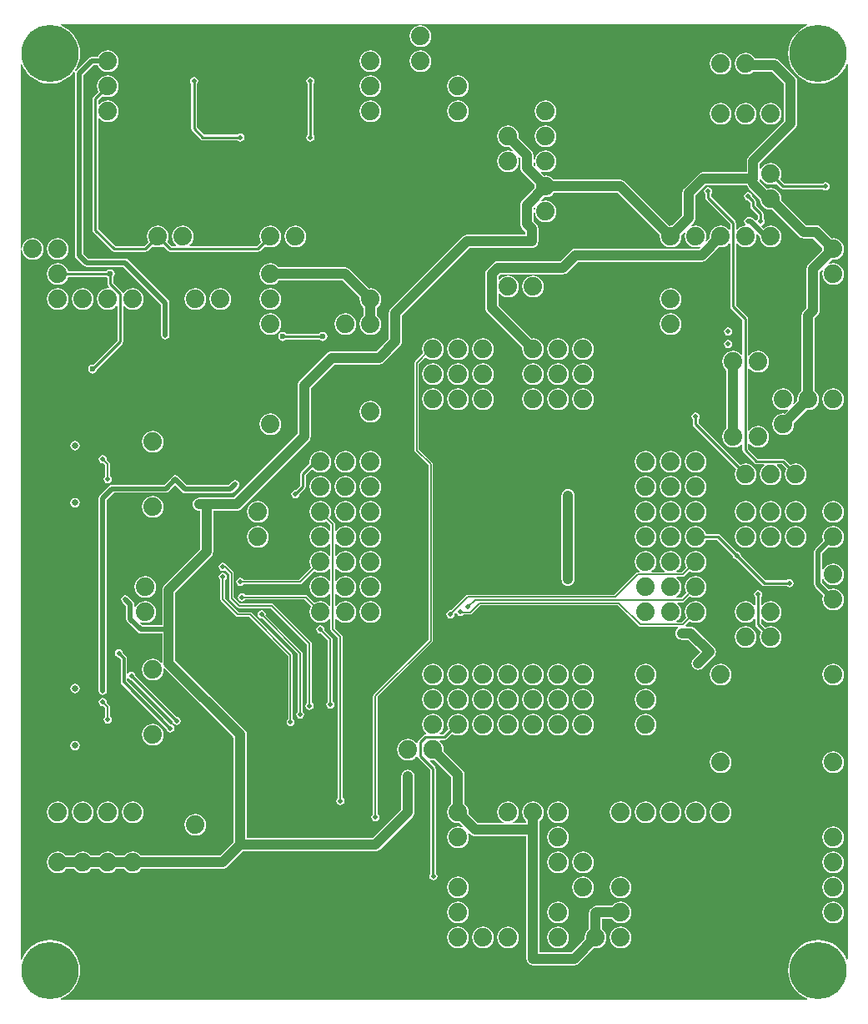
<source format=gbl>
G04*
G04 #@! TF.GenerationSoftware,Altium Limited,Altium Designer,19.1.5 (86)*
G04*
G04 Layer_Physical_Order=2*
G04 Layer_Color=16711680*
%FSLAX25Y25*%
%MOIN*%
G70*
G01*
G75*
%ADD15C,0.01000*%
%ADD16C,0.00600*%
%ADD17C,0.00800*%
%ADD71C,0.02000*%
%ADD130C,0.04000*%
%ADD132C,0.01200*%
%ADD134C,0.07400*%
%ADD135C,0.22835*%
%ADD136C,0.04362*%
%ADD137C,0.02559*%
%ADD138O,0.06299X0.03937*%
%ADD139O,0.08268X0.03937*%
%ADD140C,0.02362*%
%ADD141C,0.01968*%
G36*
X119750Y194311D02*
X118543Y193812D01*
X116930Y192823D01*
X115492Y191595D01*
X114263Y190156D01*
X113275Y188543D01*
X112551Y186796D01*
X112110Y184957D01*
X111961Y183071D01*
X112110Y181185D01*
X112551Y179346D01*
X113275Y177598D01*
X114263Y175985D01*
X115492Y174547D01*
X116930Y173319D01*
X118543Y172330D01*
X120291Y171606D01*
X122130Y171165D01*
X124016Y171016D01*
X125901Y171165D01*
X127741Y171606D01*
X129488Y172330D01*
X131101Y173319D01*
X132540Y174547D01*
X133768Y175985D01*
X134756Y177598D01*
X135256Y178805D01*
X135756Y178705D01*
Y-178705D01*
X135256Y-178805D01*
X134756Y-177598D01*
X133768Y-175985D01*
X132540Y-174547D01*
X131101Y-173319D01*
X129488Y-172330D01*
X127741Y-171606D01*
X125901Y-171165D01*
X124016Y-171016D01*
X122130Y-171165D01*
X120291Y-171606D01*
X118543Y-172330D01*
X116930Y-173319D01*
X115492Y-174547D01*
X114263Y-175985D01*
X113275Y-177598D01*
X112551Y-179346D01*
X112110Y-181185D01*
X111961Y-183071D01*
X112110Y-184957D01*
X112551Y-186796D01*
X113275Y-188543D01*
X114263Y-190156D01*
X115492Y-191595D01*
X116930Y-192823D01*
X118543Y-193812D01*
X119750Y-194311D01*
X119650Y-194811D01*
X-178705D01*
X-178805Y-194311D01*
X-177598Y-193812D01*
X-175985Y-192823D01*
X-174547Y-191595D01*
X-173319Y-190156D01*
X-172330Y-188543D01*
X-171606Y-186796D01*
X-171165Y-184957D01*
X-171016Y-183071D01*
X-171165Y-181185D01*
X-171606Y-179346D01*
X-172330Y-177598D01*
X-173319Y-175985D01*
X-174547Y-174547D01*
X-175985Y-173319D01*
X-177598Y-172330D01*
X-179346Y-171606D01*
X-181185Y-171165D01*
X-183071Y-171016D01*
X-184957Y-171165D01*
X-186796Y-171606D01*
X-188543Y-172330D01*
X-190156Y-173319D01*
X-191595Y-174547D01*
X-192823Y-175985D01*
X-193812Y-177598D01*
X-194311Y-178805D01*
X-194811Y-178705D01*
X-194811Y104771D01*
X-194311Y104804D01*
X-194299Y104712D01*
X-194189Y103877D01*
X-193756Y102831D01*
X-193067Y101933D01*
X-192169Y101244D01*
X-191122Y100811D01*
X-190000Y100663D01*
X-188877Y100811D01*
X-187831Y101244D01*
X-186933Y101933D01*
X-186244Y102831D01*
X-185811Y103877D01*
X-185663Y105000D01*
X-185811Y106123D01*
X-186244Y107169D01*
X-186933Y108067D01*
X-187831Y108756D01*
X-188877Y109189D01*
X-190000Y109337D01*
X-191122Y109189D01*
X-192169Y108756D01*
X-193067Y108067D01*
X-193756Y107169D01*
X-194189Y106123D01*
X-194299Y105288D01*
X-194311Y105196D01*
X-194811Y105229D01*
Y178705D01*
X-194311Y178805D01*
X-193812Y177598D01*
X-192823Y175985D01*
X-191595Y174547D01*
X-190156Y173319D01*
X-188543Y172330D01*
X-186796Y171606D01*
X-184957Y171165D01*
X-183071Y171016D01*
X-181185Y171165D01*
X-179346Y171606D01*
X-177598Y172330D01*
X-175985Y173319D01*
X-174547Y174547D01*
X-173582Y175677D01*
X-173509Y175665D01*
X-173113Y175093D01*
X-173131Y175000D01*
Y102500D01*
X-173007Y101876D01*
X-172653Y101347D01*
X-169653Y98347D01*
X-169124Y97993D01*
X-168500Y97869D01*
X-153676D01*
X-138631Y82824D01*
Y70549D01*
X-138507Y69925D01*
X-138154Y69396D01*
X-137624Y69042D01*
X-137000Y68918D01*
X-136376Y69042D01*
X-135846Y69396D01*
X-135493Y69925D01*
X-135369Y70549D01*
Y83500D01*
X-135493Y84124D01*
X-135846Y84654D01*
X-151847Y100654D01*
X-152376Y101007D01*
X-153000Y101131D01*
X-167824D01*
X-169869Y103176D01*
Y174324D01*
X-165824Y178369D01*
X-163979D01*
X-163756Y177831D01*
X-163067Y176933D01*
X-162169Y176244D01*
X-161123Y175811D01*
X-160000Y175663D01*
X-158878Y175811D01*
X-157831Y176244D01*
X-156933Y176933D01*
X-156244Y177831D01*
X-155811Y178877D01*
X-155663Y180000D01*
X-155811Y181123D01*
X-156244Y182169D01*
X-156933Y183067D01*
X-157831Y183756D01*
X-158878Y184189D01*
X-160000Y184337D01*
X-161123Y184189D01*
X-162169Y183756D01*
X-163067Y183067D01*
X-163756Y182169D01*
X-163979Y181631D01*
X-166500D01*
X-167124Y181507D01*
X-167654Y181154D01*
X-172591Y176216D01*
X-172986Y176528D01*
X-172330Y177598D01*
X-171606Y179346D01*
X-171165Y181185D01*
X-171016Y183071D01*
X-171165Y184957D01*
X-171606Y186796D01*
X-172330Y188543D01*
X-173319Y190156D01*
X-174547Y191595D01*
X-175985Y192823D01*
X-177598Y193812D01*
X-178805Y194311D01*
X-178705Y194811D01*
X-35229D01*
X-35196Y194311D01*
X-35287Y194299D01*
X-36123Y194189D01*
X-37168Y193756D01*
X-38067Y193067D01*
X-38756Y192169D01*
X-39189Y191122D01*
X-39337Y190000D01*
X-39189Y188877D01*
X-38756Y187831D01*
X-38067Y186933D01*
X-37168Y186244D01*
X-36123Y185811D01*
X-35000Y185663D01*
X-33878Y185811D01*
X-32831Y186244D01*
X-31933Y186933D01*
X-31244Y187831D01*
X-30811Y188877D01*
X-30663Y190000D01*
X-30811Y191122D01*
X-31244Y192169D01*
X-31933Y193067D01*
X-32831Y193756D01*
X-33878Y194189D01*
X-34712Y194299D01*
X-34804Y194311D01*
X-34771Y194811D01*
X119650D01*
X119750Y194311D01*
D02*
G37*
%LPC*%
G36*
X-35000Y184337D02*
X-36123Y184189D01*
X-37168Y183756D01*
X-38067Y183067D01*
X-38756Y182169D01*
X-39189Y181123D01*
X-39337Y180000D01*
X-39189Y178877D01*
X-38756Y177831D01*
X-38067Y176933D01*
X-37168Y176244D01*
X-36123Y175811D01*
X-35000Y175663D01*
X-33878Y175811D01*
X-32831Y176244D01*
X-31933Y176933D01*
X-31244Y177831D01*
X-30811Y178877D01*
X-30663Y180000D01*
X-30811Y181123D01*
X-31244Y182169D01*
X-31933Y183067D01*
X-32831Y183756D01*
X-33878Y184189D01*
X-35000Y184337D01*
D02*
G37*
G36*
X-55000D02*
X-56122Y184189D01*
X-57169Y183756D01*
X-58067Y183067D01*
X-58756Y182169D01*
X-59189Y181123D01*
X-59337Y180000D01*
X-59189Y178877D01*
X-58756Y177831D01*
X-58067Y176933D01*
X-57169Y176244D01*
X-56122Y175811D01*
X-55000Y175663D01*
X-53878Y175811D01*
X-52831Y176244D01*
X-51933Y176933D01*
X-51244Y177831D01*
X-50811Y178877D01*
X-50663Y180000D01*
X-50811Y181123D01*
X-51244Y182169D01*
X-51933Y183067D01*
X-52831Y183756D01*
X-53878Y184189D01*
X-55000Y184337D01*
D02*
G37*
G36*
X85000Y183337D02*
X83877Y183189D01*
X82831Y182756D01*
X81933Y182067D01*
X81244Y181169D01*
X80811Y180122D01*
X80663Y179000D01*
X80811Y177877D01*
X81244Y176831D01*
X81933Y175933D01*
X82831Y175244D01*
X83877Y174811D01*
X85000Y174663D01*
X86123Y174811D01*
X87169Y175244D01*
X88067Y175933D01*
X88756Y176831D01*
X89189Y177877D01*
X89337Y179000D01*
X89189Y180122D01*
X88756Y181169D01*
X88067Y182067D01*
X87169Y182756D01*
X86123Y183189D01*
X85000Y183337D01*
D02*
G37*
G36*
X-20000Y174337D02*
X-21123Y174189D01*
X-22169Y173756D01*
X-23067Y173067D01*
X-23756Y172169D01*
X-24189Y171123D01*
X-24337Y170000D01*
X-24189Y168877D01*
X-23756Y167831D01*
X-23067Y166933D01*
X-22169Y166244D01*
X-21123Y165811D01*
X-20000Y165663D01*
X-18878Y165811D01*
X-17831Y166244D01*
X-16933Y166933D01*
X-16244Y167831D01*
X-15811Y168877D01*
X-15663Y170000D01*
X-15811Y171123D01*
X-16244Y172169D01*
X-16933Y173067D01*
X-17831Y173756D01*
X-18878Y174189D01*
X-20000Y174337D01*
D02*
G37*
G36*
X-55000D02*
X-56122Y174189D01*
X-57169Y173756D01*
X-58067Y173067D01*
X-58756Y172169D01*
X-59189Y171123D01*
X-59337Y170000D01*
X-59189Y168877D01*
X-58756Y167831D01*
X-58067Y166933D01*
X-57169Y166244D01*
X-56122Y165811D01*
X-55000Y165663D01*
X-53878Y165811D01*
X-52831Y166244D01*
X-51933Y166933D01*
X-51244Y167831D01*
X-50811Y168877D01*
X-50663Y170000D01*
X-50811Y171123D01*
X-51244Y172169D01*
X-51933Y173067D01*
X-52831Y173756D01*
X-53878Y174189D01*
X-55000Y174337D01*
D02*
G37*
G36*
X-160000D02*
X-161123Y174189D01*
X-162169Y173756D01*
X-163067Y173067D01*
X-163756Y172169D01*
X-164189Y171123D01*
X-164337Y170000D01*
X-164189Y168877D01*
X-163756Y167831D01*
X-163755Y167831D01*
X-165793Y165793D01*
X-166036Y165429D01*
X-166122Y165000D01*
X-166122Y165000D01*
Y112500D01*
X-166122Y112500D01*
X-166036Y112071D01*
X-165793Y111707D01*
X-158293Y104207D01*
X-158293Y104207D01*
X-157929Y103964D01*
X-157500Y103878D01*
X-145000D01*
X-145000Y103878D01*
X-144571Y103964D01*
X-144207Y104207D01*
X-142169Y106245D01*
X-142169Y106244D01*
X-141122Y105811D01*
X-140000Y105663D01*
X-138877Y105811D01*
X-137831Y106244D01*
X-137831Y106245D01*
X-135793Y104207D01*
X-135793Y104207D01*
X-135429Y103964D01*
X-135000Y103878D01*
X-135000Y103878D01*
X-100000D01*
X-100000Y103878D01*
X-99571Y103964D01*
X-99207Y104207D01*
X-97169Y106245D01*
X-97169Y106244D01*
X-96122Y105811D01*
X-95000Y105663D01*
X-93878Y105811D01*
X-92831Y106244D01*
X-91933Y106933D01*
X-91244Y107831D01*
X-90811Y108878D01*
X-90663Y110000D01*
X-90811Y111123D01*
X-91244Y112169D01*
X-91933Y113067D01*
X-92831Y113756D01*
X-93878Y114189D01*
X-95000Y114337D01*
X-96122Y114189D01*
X-97169Y113756D01*
X-98067Y113067D01*
X-98756Y112169D01*
X-99189Y111123D01*
X-99337Y110000D01*
X-99189Y108878D01*
X-98756Y107831D01*
X-98755Y107831D01*
X-100465Y106122D01*
X-127170D01*
X-127339Y106622D01*
X-126933Y106933D01*
X-126244Y107831D01*
X-125811Y108878D01*
X-125663Y110000D01*
X-125811Y111123D01*
X-126244Y112169D01*
X-126933Y113067D01*
X-127831Y113756D01*
X-128877Y114189D01*
X-130000Y114337D01*
X-131123Y114189D01*
X-132169Y113756D01*
X-133067Y113067D01*
X-133756Y112169D01*
X-134189Y111123D01*
X-134337Y110000D01*
X-134189Y108878D01*
X-133756Y107831D01*
X-133067Y106933D01*
X-132661Y106622D01*
X-132830Y106122D01*
X-134535D01*
X-136245Y107831D01*
X-136244Y107831D01*
X-135811Y108878D01*
X-135663Y110000D01*
X-135811Y111123D01*
X-136244Y112169D01*
X-136933Y113067D01*
X-137831Y113756D01*
X-138877Y114189D01*
X-140000Y114337D01*
X-141122Y114189D01*
X-142169Y113756D01*
X-143067Y113067D01*
X-143756Y112169D01*
X-144189Y111123D01*
X-144337Y110000D01*
X-144189Y108878D01*
X-143756Y107831D01*
X-143755Y107831D01*
X-145465Y106122D01*
X-157035D01*
X-163878Y112965D01*
Y157170D01*
X-163378Y157339D01*
X-163067Y156933D01*
X-162169Y156244D01*
X-161123Y155811D01*
X-160000Y155663D01*
X-158878Y155811D01*
X-157831Y156244D01*
X-156933Y156933D01*
X-156244Y157831D01*
X-155811Y158878D01*
X-155663Y160000D01*
X-155811Y161123D01*
X-156244Y162169D01*
X-156933Y163067D01*
X-157831Y163756D01*
X-158878Y164189D01*
X-160000Y164337D01*
X-161123Y164189D01*
X-162169Y163756D01*
X-163067Y163067D01*
X-163378Y162661D01*
X-163878Y162830D01*
Y164535D01*
X-162169Y166245D01*
X-162169Y166244D01*
X-161123Y165811D01*
X-160000Y165663D01*
X-158878Y165811D01*
X-157831Y166244D01*
X-156933Y166933D01*
X-156244Y167831D01*
X-155811Y168877D01*
X-155663Y170000D01*
X-155811Y171123D01*
X-156244Y172169D01*
X-156933Y173067D01*
X-157831Y173756D01*
X-158878Y174189D01*
X-160000Y174337D01*
D02*
G37*
G36*
X-20000Y164337D02*
X-21123Y164189D01*
X-22169Y163756D01*
X-23067Y163067D01*
X-23756Y162169D01*
X-24189Y161123D01*
X-24337Y160000D01*
X-24189Y158878D01*
X-23756Y157831D01*
X-23067Y156933D01*
X-22169Y156244D01*
X-21123Y155811D01*
X-20000Y155663D01*
X-18878Y155811D01*
X-17831Y156244D01*
X-16933Y156933D01*
X-16244Y157831D01*
X-15811Y158878D01*
X-15663Y160000D01*
X-15811Y161123D01*
X-16244Y162169D01*
X-16933Y163067D01*
X-17831Y163756D01*
X-18878Y164189D01*
X-20000Y164337D01*
D02*
G37*
G36*
X-55000D02*
X-56122Y164189D01*
X-57169Y163756D01*
X-58067Y163067D01*
X-58756Y162169D01*
X-59189Y161123D01*
X-59337Y160000D01*
X-59189Y158878D01*
X-58756Y157831D01*
X-58067Y156933D01*
X-57169Y156244D01*
X-56122Y155811D01*
X-55000Y155663D01*
X-53878Y155811D01*
X-52831Y156244D01*
X-51933Y156933D01*
X-51244Y157831D01*
X-50811Y158878D01*
X-50663Y160000D01*
X-50811Y161123D01*
X-51244Y162169D01*
X-51933Y163067D01*
X-52831Y163756D01*
X-53878Y164189D01*
X-55000Y164337D01*
D02*
G37*
G36*
X15000Y164337D02*
X13878Y164189D01*
X12831Y163756D01*
X11933Y163067D01*
X11244Y162169D01*
X10811Y161123D01*
X10663Y160000D01*
X10811Y158878D01*
X11244Y157831D01*
X11933Y156933D01*
X12831Y156244D01*
X13878Y155811D01*
X15000Y155663D01*
X16123Y155811D01*
X17168Y156244D01*
X18067Y156933D01*
X18756Y157831D01*
X19189Y158878D01*
X19337Y160000D01*
X19189Y161123D01*
X18756Y162169D01*
X18067Y163067D01*
X17168Y163756D01*
X16123Y164189D01*
X15000Y164337D01*
D02*
G37*
G36*
X105000Y163337D02*
X103877Y163189D01*
X102831Y162756D01*
X101933Y162067D01*
X101244Y161169D01*
X100811Y160123D01*
X100663Y159000D01*
X100811Y157878D01*
X101244Y156831D01*
X101933Y155933D01*
X102831Y155244D01*
X103877Y154811D01*
X105000Y154663D01*
X106123Y154811D01*
X107169Y155244D01*
X108067Y155933D01*
X108756Y156831D01*
X109189Y157878D01*
X109337Y159000D01*
X109189Y160123D01*
X108756Y161169D01*
X108067Y162067D01*
X107169Y162756D01*
X106123Y163189D01*
X105000Y163337D01*
D02*
G37*
G36*
X95000D02*
X93878Y163189D01*
X92831Y162756D01*
X91933Y162067D01*
X91244Y161169D01*
X90811Y160123D01*
X90663Y159000D01*
X90811Y157878D01*
X91244Y156831D01*
X91933Y155933D01*
X92831Y155244D01*
X93878Y154811D01*
X95000Y154663D01*
X96122Y154811D01*
X97169Y155244D01*
X98067Y155933D01*
X98756Y156831D01*
X99189Y157878D01*
X99337Y159000D01*
X99189Y160123D01*
X98756Y161169D01*
X98067Y162067D01*
X97169Y162756D01*
X96122Y163189D01*
X95000Y163337D01*
D02*
G37*
G36*
X85000D02*
X83877Y163189D01*
X82831Y162756D01*
X81933Y162067D01*
X81244Y161169D01*
X80811Y160123D01*
X80663Y159000D01*
X80811Y157878D01*
X81244Y156831D01*
X81933Y155933D01*
X82831Y155244D01*
X83877Y154811D01*
X85000Y154663D01*
X86123Y154811D01*
X87169Y155244D01*
X88067Y155933D01*
X88756Y156831D01*
X89189Y157878D01*
X89337Y159000D01*
X89189Y160123D01*
X88756Y161169D01*
X88067Y162067D01*
X87169Y162756D01*
X86123Y163189D01*
X85000Y163337D01*
D02*
G37*
G36*
X-79000Y173615D02*
X-79618Y173492D01*
X-80142Y173142D01*
X-80492Y172618D01*
X-80615Y172000D01*
X-80492Y171382D01*
X-80142Y170858D01*
X-80122Y170844D01*
Y150656D01*
X-80142Y150642D01*
X-80492Y150118D01*
X-80615Y149500D01*
X-80492Y148882D01*
X-80142Y148358D01*
X-79618Y148008D01*
X-79000Y147885D01*
X-78382Y148008D01*
X-77858Y148358D01*
X-77508Y148882D01*
X-77385Y149500D01*
X-77508Y150118D01*
X-77858Y150642D01*
X-77878Y150656D01*
Y170844D01*
X-77858Y170858D01*
X-77508Y171382D01*
X-77385Y172000D01*
X-77508Y172618D01*
X-77858Y173142D01*
X-78382Y173492D01*
X-79000Y173615D01*
D02*
G37*
G36*
X-125500D02*
X-126118Y173492D01*
X-126642Y173142D01*
X-126992Y172618D01*
X-127115Y172000D01*
X-126992Y171382D01*
X-126642Y170858D01*
X-126622Y170844D01*
Y153000D01*
X-126622Y153000D01*
X-126536Y152571D01*
X-126293Y152207D01*
X-122793Y148707D01*
X-122793Y148707D01*
X-122429Y148464D01*
X-122000Y148378D01*
X-122000Y148378D01*
X-108156D01*
X-108142Y148358D01*
X-107618Y148008D01*
X-107000Y147885D01*
X-106382Y148008D01*
X-105858Y148358D01*
X-105508Y148882D01*
X-105385Y149500D01*
X-105508Y150118D01*
X-105858Y150642D01*
X-106382Y150992D01*
X-107000Y151115D01*
X-107618Y150992D01*
X-108142Y150642D01*
X-108156Y150622D01*
X-121535D01*
X-124378Y153465D01*
Y170844D01*
X-124358Y170858D01*
X-124008Y171382D01*
X-123885Y172000D01*
X-124008Y172618D01*
X-124358Y173142D01*
X-124882Y173492D01*
X-125500Y173615D01*
D02*
G37*
G36*
X15000Y154337D02*
X13878Y154189D01*
X12831Y153756D01*
X11933Y153067D01*
X11244Y152169D01*
X10811Y151122D01*
X10663Y150000D01*
X10811Y148878D01*
X11244Y147831D01*
X11933Y146933D01*
X12831Y146244D01*
X13878Y145811D01*
X15000Y145663D01*
X16123Y145811D01*
X17168Y146244D01*
X18067Y146933D01*
X18756Y147831D01*
X19189Y148878D01*
X19337Y150000D01*
X19189Y151122D01*
X18756Y152169D01*
X18067Y153067D01*
X17168Y153756D01*
X16123Y154189D01*
X15000Y154337D01*
D02*
G37*
G36*
X95000Y183337D02*
X93878Y183189D01*
X92831Y182756D01*
X91933Y182067D01*
X91244Y181169D01*
X90811Y180122D01*
X90663Y179000D01*
X90811Y177877D01*
X91244Y176831D01*
X91933Y175933D01*
X92831Y175244D01*
X93878Y174811D01*
X95000Y174663D01*
X96122Y174811D01*
X97169Y175244D01*
X97798Y175727D01*
X105564D01*
X110378Y170914D01*
Y156086D01*
X96226Y141934D01*
X95809Y141391D01*
X95547Y140759D01*
X95458Y140080D01*
X95458Y140080D01*
Y135622D01*
X78000D01*
X78000Y135623D01*
X77321Y135533D01*
X76689Y135271D01*
X76146Y134854D01*
X76146Y134854D01*
X70471Y129180D01*
X70054Y128637D01*
X69792Y128004D01*
X69703Y127325D01*
X69703Y127325D01*
Y118412D01*
X65555Y114264D01*
X65000Y114337D01*
X64445Y114264D01*
X46854Y131854D01*
X46311Y132271D01*
X45679Y132533D01*
X45000Y132622D01*
X45000Y132622D01*
X18408D01*
X18067Y133067D01*
X17168Y133756D01*
X16123Y134189D01*
X15000Y134337D01*
X14445Y134264D01*
X13129Y135579D01*
X13412Y136003D01*
X13878Y135811D01*
X15000Y135663D01*
X16123Y135811D01*
X17168Y136244D01*
X18067Y136933D01*
X18756Y137831D01*
X19189Y138877D01*
X19337Y140000D01*
X19189Y141122D01*
X18756Y142168D01*
X18067Y143067D01*
X17168Y143756D01*
X16123Y144189D01*
X15000Y144337D01*
X13878Y144189D01*
X12831Y143756D01*
X11933Y143067D01*
X11244Y142168D01*
X10811Y141122D01*
X10663Y140000D01*
X10811Y138877D01*
X11003Y138412D01*
X10579Y138129D01*
X10122Y138586D01*
Y142500D01*
X10123Y142500D01*
X10033Y143179D01*
X9771Y143811D01*
X9354Y144354D01*
X9354Y144354D01*
X4264Y149445D01*
X4337Y150000D01*
X4189Y151122D01*
X3756Y152169D01*
X3067Y153067D01*
X2169Y153756D01*
X1123Y154189D01*
X0Y154337D01*
X-1123Y154189D01*
X-2169Y153756D01*
X-3067Y153067D01*
X-3756Y152169D01*
X-4189Y151122D01*
X-4337Y150000D01*
X-4189Y148878D01*
X-3756Y147831D01*
X-3067Y146933D01*
X-2169Y146244D01*
X-1123Y145811D01*
X0Y145663D01*
X555Y145736D01*
X1871Y144421D01*
X1588Y143997D01*
X1123Y144189D01*
X0Y144337D01*
X-1123Y144189D01*
X-2169Y143756D01*
X-3067Y143067D01*
X-3756Y142169D01*
X-4189Y141122D01*
X-4337Y140000D01*
X-4189Y138877D01*
X-3756Y137831D01*
X-3067Y136933D01*
X-2169Y136244D01*
X-1123Y135811D01*
X0Y135663D01*
X1123Y135811D01*
X2169Y136244D01*
X3067Y136933D01*
X3756Y137831D01*
X4189Y138877D01*
X4337Y140000D01*
X4189Y141122D01*
X3997Y141587D01*
X4421Y141871D01*
X4878Y141414D01*
Y137500D01*
X4878Y137500D01*
X4967Y136821D01*
X5229Y136189D01*
X5646Y135646D01*
X10736Y130555D01*
X10663Y130000D01*
X10736Y129445D01*
X5646Y124354D01*
X5229Y123811D01*
X4967Y123179D01*
X4878Y122500D01*
X4878Y122500D01*
Y115000D01*
X4878Y115000D01*
X4967Y114321D01*
X5229Y113689D01*
X5646Y113146D01*
X6878Y111914D01*
Y110622D01*
X-16500D01*
X-16500Y110623D01*
X-17179Y110533D01*
X-17811Y110271D01*
X-18354Y109854D01*
X-18354Y109854D01*
X-46854Y81354D01*
X-47271Y80811D01*
X-47533Y80179D01*
X-47622Y79500D01*
X-47622Y79500D01*
Y69086D01*
X-52586Y64122D01*
X-70500D01*
X-70500Y64122D01*
X-71179Y64033D01*
X-71811Y63771D01*
X-72354Y63354D01*
X-72354Y63354D01*
X-83354Y52354D01*
X-83771Y51811D01*
X-84033Y51179D01*
X-84123Y50500D01*
X-84122Y50500D01*
Y31086D01*
X-109586Y5622D01*
X-123500D01*
X-124179Y5533D01*
X-124811Y5271D01*
X-125354Y4854D01*
X-125771Y4311D01*
X-126033Y3679D01*
X-126122Y3000D01*
X-126033Y2321D01*
X-125771Y1689D01*
X-125354Y1146D01*
X-124811Y729D01*
X-124179Y467D01*
X-123500Y378D01*
X-123122D01*
Y-14914D01*
X-137439Y-29230D01*
X-137855Y-29773D01*
X-138117Y-30406D01*
X-138207Y-31084D01*
X-138207Y-31084D01*
Y-45369D01*
X-146146D01*
X-147251Y-44263D01*
X-146968Y-43839D01*
X-146123Y-44189D01*
X-145000Y-44337D01*
X-143877Y-44189D01*
X-142831Y-43756D01*
X-141933Y-43067D01*
X-141244Y-42169D01*
X-140811Y-41122D01*
X-140663Y-40000D01*
X-140811Y-38877D01*
X-141244Y-37832D01*
X-141933Y-36933D01*
X-142831Y-36244D01*
X-143877Y-35811D01*
X-145000Y-35663D01*
X-146123Y-35811D01*
X-147169Y-36244D01*
X-148067Y-36933D01*
X-148756Y-37832D01*
X-148869Y-38103D01*
X-149369Y-38004D01*
Y-37000D01*
X-149493Y-36376D01*
X-149846Y-35846D01*
X-151847Y-33847D01*
X-152376Y-33493D01*
X-153000Y-33369D01*
X-153624Y-33493D01*
X-154154Y-33847D01*
X-154507Y-34376D01*
X-154631Y-35000D01*
X-154507Y-35624D01*
X-154154Y-36154D01*
X-152631Y-37676D01*
Y-42821D01*
X-152507Y-43446D01*
X-152154Y-43975D01*
X-147975Y-48153D01*
X-147446Y-48507D01*
X-146821Y-48631D01*
X-138207D01*
Y-60059D01*
X-138707Y-60228D01*
X-138933Y-59933D01*
X-139831Y-59244D01*
X-140877Y-58811D01*
X-142000Y-58663D01*
X-143122Y-58811D01*
X-144169Y-59244D01*
X-145067Y-59933D01*
X-145756Y-60831D01*
X-146189Y-61878D01*
X-146337Y-63000D01*
X-146189Y-64122D01*
X-145756Y-65169D01*
X-145067Y-66067D01*
X-144169Y-66756D01*
X-143122Y-67189D01*
X-142000Y-67337D01*
X-140877Y-67189D01*
X-139831Y-66756D01*
X-138933Y-66067D01*
X-138244Y-65169D01*
X-137811Y-64122D01*
X-137663Y-63000D01*
X-137700Y-62715D01*
X-137227Y-62482D01*
X-109622Y-90086D01*
Y-131914D01*
X-115086Y-137378D01*
X-146592D01*
X-146933Y-136933D01*
X-147831Y-136244D01*
X-148878Y-135811D01*
X-150000Y-135663D01*
X-151122Y-135811D01*
X-152169Y-136244D01*
X-153067Y-136933D01*
X-153408Y-137378D01*
X-156592D01*
X-156933Y-136933D01*
X-157831Y-136244D01*
X-158878Y-135811D01*
X-160000Y-135663D01*
X-161123Y-135811D01*
X-162169Y-136244D01*
X-163067Y-136933D01*
X-163408Y-137378D01*
X-166592D01*
X-166933Y-136933D01*
X-167831Y-136244D01*
X-168877Y-135811D01*
X-170000Y-135663D01*
X-171123Y-135811D01*
X-172169Y-136244D01*
X-173067Y-136933D01*
X-173408Y-137378D01*
X-176592D01*
X-176933Y-136933D01*
X-177831Y-136244D01*
X-178877Y-135811D01*
X-180000Y-135663D01*
X-181123Y-135811D01*
X-182169Y-136244D01*
X-183067Y-136933D01*
X-183756Y-137831D01*
X-184189Y-138877D01*
X-184337Y-140000D01*
X-184189Y-141122D01*
X-183756Y-142169D01*
X-183067Y-143067D01*
X-182169Y-143756D01*
X-181123Y-144189D01*
X-180000Y-144337D01*
X-178877Y-144189D01*
X-177831Y-143756D01*
X-176933Y-143067D01*
X-176592Y-142622D01*
X-173408D01*
X-173067Y-143067D01*
X-172169Y-143756D01*
X-171123Y-144189D01*
X-170000Y-144337D01*
X-168877Y-144189D01*
X-167831Y-143756D01*
X-166933Y-143067D01*
X-166592Y-142622D01*
X-163408D01*
X-163067Y-143067D01*
X-162169Y-143756D01*
X-161123Y-144189D01*
X-160000Y-144337D01*
X-158878Y-144189D01*
X-157831Y-143756D01*
X-156933Y-143067D01*
X-156592Y-142622D01*
X-153408D01*
X-153067Y-143067D01*
X-152169Y-143756D01*
X-151122Y-144189D01*
X-150000Y-144337D01*
X-148878Y-144189D01*
X-147831Y-143756D01*
X-146933Y-143067D01*
X-146592Y-142622D01*
X-114000D01*
X-114000Y-142622D01*
X-113321Y-142533D01*
X-112689Y-142271D01*
X-112146Y-141854D01*
X-105914Y-135622D01*
X-53000D01*
X-53000Y-135623D01*
X-52321Y-135533D01*
X-51689Y-135271D01*
X-51146Y-134854D01*
X-38146Y-121854D01*
X-38146Y-121854D01*
X-37729Y-121311D01*
X-37467Y-120679D01*
X-37378Y-120000D01*
X-37378Y-120000D01*
Y-105607D01*
X-37467Y-104928D01*
X-37729Y-104295D01*
X-38146Y-103752D01*
X-38689Y-103335D01*
X-39321Y-103074D01*
X-40000Y-102984D01*
X-40679Y-103074D01*
X-41311Y-103335D01*
X-41854Y-103752D01*
X-42271Y-104295D01*
X-42533Y-104928D01*
X-42622Y-105607D01*
Y-118914D01*
X-54086Y-130378D01*
X-104378D01*
Y-89000D01*
X-104467Y-88321D01*
X-104729Y-87689D01*
X-105146Y-87146D01*
X-105146Y-87146D01*
X-132962Y-59329D01*
Y-47000D01*
Y-32171D01*
X-118646Y-17854D01*
X-118646Y-17854D01*
X-118229Y-17311D01*
X-117967Y-16679D01*
X-117877Y-16000D01*
X-117878Y-16000D01*
Y378D01*
X-108500D01*
X-108500Y378D01*
X-107821Y467D01*
X-107189Y729D01*
X-106646Y1146D01*
X-79646Y28146D01*
X-79646Y28146D01*
X-79229Y28689D01*
X-78967Y29321D01*
X-78878Y30000D01*
X-78878Y30000D01*
Y49414D01*
X-69414Y58878D01*
X-51500D01*
X-51500Y58877D01*
X-50821Y58967D01*
X-50189Y59229D01*
X-49646Y59646D01*
X-43146Y66146D01*
X-43146Y66146D01*
X-42729Y66689D01*
X-42467Y67321D01*
X-42378Y68000D01*
X-42378Y68000D01*
Y78414D01*
X-15414Y105378D01*
X9500D01*
X10179Y105467D01*
X10811Y105729D01*
X11354Y106146D01*
X11771Y106689D01*
X12033Y107321D01*
X12122Y108000D01*
Y113000D01*
X12122Y113000D01*
X12033Y113679D01*
X11771Y114311D01*
X11354Y114854D01*
X11354Y114854D01*
X10122Y116086D01*
Y121414D01*
X10579Y121871D01*
X11003Y121587D01*
X10811Y121123D01*
X10663Y120000D01*
X10811Y118877D01*
X11244Y117831D01*
X11933Y116933D01*
X12831Y116244D01*
X13878Y115811D01*
X15000Y115663D01*
X16123Y115811D01*
X17168Y116244D01*
X18067Y116933D01*
X18756Y117831D01*
X19189Y118877D01*
X19337Y120000D01*
X19189Y121123D01*
X18756Y122169D01*
X18067Y123067D01*
X17168Y123756D01*
X16123Y124189D01*
X15000Y124337D01*
X13878Y124189D01*
X13412Y123997D01*
X13129Y124421D01*
X14445Y125736D01*
X15000Y125663D01*
X16123Y125811D01*
X17168Y126244D01*
X18067Y126933D01*
X18408Y127377D01*
X43914D01*
X60736Y110555D01*
X60663Y110000D01*
X60811Y108878D01*
X61244Y107831D01*
X61933Y106933D01*
X62831Y106244D01*
X63877Y105811D01*
X65000Y105663D01*
X66123Y105811D01*
X67169Y106244D01*
X68067Y106933D01*
X68756Y107831D01*
X69189Y108878D01*
X69337Y110000D01*
X69264Y110555D01*
X70579Y111871D01*
X71003Y111588D01*
X70811Y111123D01*
X70663Y110000D01*
X70811Y108878D01*
X71244Y107831D01*
X71933Y106933D01*
X72831Y106244D01*
X73878Y105811D01*
X75000Y105663D01*
X76122Y105811D01*
X76587Y106003D01*
X76871Y105579D01*
X76414Y105122D01*
X27000D01*
X27000Y105122D01*
X26321Y105033D01*
X25689Y104771D01*
X25146Y104354D01*
X25146Y104354D01*
X23365Y102573D01*
X23365Y102573D01*
X20914Y100122D01*
X-4000D01*
X-4679Y100033D01*
X-5311Y99771D01*
X-5854Y99354D01*
X-5854Y99354D01*
X-8354Y96854D01*
X-8771Y96311D01*
X-9033Y95679D01*
X-9122Y95000D01*
X-9122Y95000D01*
Y90000D01*
Y81500D01*
X-9122Y81500D01*
X-9033Y80821D01*
X-8771Y80189D01*
X-8354Y79646D01*
X5736Y65555D01*
X5663Y65000D01*
X5811Y63877D01*
X6244Y62831D01*
X6933Y61933D01*
X7831Y61244D01*
X8878Y60811D01*
X10000Y60663D01*
X11123Y60811D01*
X12169Y61244D01*
X13067Y61933D01*
X13756Y62831D01*
X14189Y63877D01*
X14337Y65000D01*
X14189Y66123D01*
X13756Y67169D01*
X13067Y68067D01*
X12169Y68756D01*
X11123Y69189D01*
X10000Y69337D01*
X9445Y69264D01*
X-3878Y82586D01*
Y87169D01*
X-3378Y87338D01*
X-3067Y86933D01*
X-2169Y86244D01*
X-1123Y85811D01*
X0Y85663D01*
X1123Y85811D01*
X2169Y86244D01*
X3067Y86933D01*
X3756Y87831D01*
X4189Y88877D01*
X4337Y90000D01*
X4189Y91123D01*
X3756Y92169D01*
X3067Y93067D01*
X2169Y93756D01*
X1123Y94189D01*
X0Y94337D01*
X-1123Y94189D01*
X-2169Y93756D01*
X-3067Y93067D01*
X-3378Y92662D01*
X-3878Y92831D01*
Y93914D01*
X-2914Y94878D01*
X22000D01*
X22000Y94877D01*
X22679Y94967D01*
X23311Y95229D01*
X23854Y95646D01*
X27073Y98865D01*
X27073Y98865D01*
X28086Y99878D01*
X77500D01*
X77500Y99878D01*
X78179Y99967D01*
X78811Y100229D01*
X79354Y100646D01*
X84445Y105736D01*
X85000Y105663D01*
X86123Y105811D01*
X87169Y106244D01*
X88067Y106933D01*
X88378Y107339D01*
X88878Y107170D01*
Y82000D01*
X88878Y82000D01*
X88964Y81571D01*
X89207Y81207D01*
X93678Y76735D01*
Y63047D01*
X93205Y62887D01*
X93067Y63067D01*
X92169Y63756D01*
X91123Y64189D01*
X90000Y64337D01*
X88877Y64189D01*
X87831Y63756D01*
X86933Y63067D01*
X86244Y62169D01*
X85811Y61123D01*
X85663Y60000D01*
X85811Y58877D01*
X86244Y57831D01*
X86933Y56933D01*
X87378Y56592D01*
Y33408D01*
X86933Y33067D01*
X86244Y32168D01*
X85811Y31122D01*
X85663Y30000D01*
X85811Y28877D01*
X86244Y27832D01*
X86933Y26933D01*
X87831Y26244D01*
X88877Y25811D01*
X90000Y25663D01*
X91123Y25811D01*
X92169Y26244D01*
X93067Y26933D01*
X93205Y27113D01*
X93678Y26953D01*
Y24700D01*
X93678Y24700D01*
X93764Y24271D01*
X94007Y23907D01*
X98595Y19319D01*
X98595Y19319D01*
X98958Y19076D01*
X99388Y18991D01*
X99388Y18991D01*
X102316D01*
X102486Y18491D01*
X101933Y18067D01*
X101244Y17168D01*
X100811Y16123D01*
X100663Y15000D01*
X100811Y13878D01*
X101244Y12832D01*
X101933Y11933D01*
X102831Y11244D01*
X103877Y10811D01*
X105000Y10663D01*
X106123Y10811D01*
X107169Y11244D01*
X108067Y11933D01*
X108756Y12832D01*
X109189Y13878D01*
X109337Y15000D01*
X109189Y16123D01*
X108756Y17168D01*
X108067Y18067D01*
X107514Y18491D01*
X107684Y18991D01*
X109423D01*
X111245Y17169D01*
X111244Y17168D01*
X110811Y16123D01*
X110663Y15000D01*
X110811Y13878D01*
X111244Y12832D01*
X111933Y11933D01*
X112831Y11244D01*
X113877Y10811D01*
X115000Y10663D01*
X116122Y10811D01*
X117169Y11244D01*
X118067Y11933D01*
X118756Y12832D01*
X119189Y13878D01*
X119337Y15000D01*
X119189Y16123D01*
X118756Y17168D01*
X118067Y18067D01*
X117169Y18756D01*
X116122Y19189D01*
X115000Y19337D01*
X113877Y19189D01*
X112831Y18756D01*
X112831Y18755D01*
X110681Y20905D01*
X110317Y21148D01*
X109888Y21234D01*
X109888Y21234D01*
X99852D01*
X95922Y25165D01*
Y27430D01*
X96422Y27600D01*
X96933Y26933D01*
X97831Y26244D01*
X98878Y25811D01*
X100000Y25663D01*
X101122Y25811D01*
X102169Y26244D01*
X103067Y26933D01*
X103756Y27832D01*
X104189Y28877D01*
X104337Y30000D01*
X104189Y31122D01*
X103756Y32168D01*
X103067Y33067D01*
X102169Y33756D01*
X101122Y34189D01*
X100000Y34337D01*
X98878Y34189D01*
X97831Y33756D01*
X96933Y33067D01*
X96422Y32400D01*
X95922Y32570D01*
Y57430D01*
X96422Y57600D01*
X96933Y56933D01*
X97831Y56244D01*
X98878Y55811D01*
X100000Y55663D01*
X101122Y55811D01*
X102169Y56244D01*
X103067Y56933D01*
X103756Y57831D01*
X104189Y58877D01*
X104337Y60000D01*
X104189Y61123D01*
X103756Y62169D01*
X103067Y63067D01*
X102169Y63756D01*
X101122Y64189D01*
X100000Y64337D01*
X98878Y64189D01*
X97831Y63756D01*
X96933Y63067D01*
X96422Y62400D01*
X95922Y62570D01*
Y77200D01*
X95922Y77200D01*
X95836Y77629D01*
X95593Y77993D01*
X95593Y77993D01*
X91122Y82465D01*
Y107170D01*
X91622Y107339D01*
X91933Y106933D01*
X92831Y106244D01*
X93878Y105811D01*
X95000Y105663D01*
X96122Y105811D01*
X97169Y106244D01*
X98067Y106933D01*
X98756Y107831D01*
X99189Y108878D01*
X99337Y110000D01*
X99239Y110747D01*
X99712Y110981D01*
X100666Y110027D01*
X100663Y110000D01*
X100811Y108878D01*
X101244Y107831D01*
X101933Y106933D01*
X102831Y106244D01*
X103877Y105811D01*
X105000Y105663D01*
X106123Y105811D01*
X107169Y106244D01*
X108067Y106933D01*
X108756Y107831D01*
X109189Y108878D01*
X109337Y110000D01*
X109189Y111123D01*
X108756Y112169D01*
X108067Y113067D01*
X107169Y113756D01*
X106123Y114189D01*
X105000Y114337D01*
X103877Y114189D01*
X102831Y113756D01*
X102107Y113200D01*
X101360Y113947D01*
X101525Y114489D01*
X101618Y114508D01*
X102142Y114858D01*
X102492Y115382D01*
X102615Y116000D01*
X102492Y116618D01*
X102142Y117142D01*
X102122Y117156D01*
Y119000D01*
X102122Y119000D01*
X102036Y119429D01*
X101793Y119793D01*
X99122Y122465D01*
Y124000D01*
X99122Y124000D01*
X99036Y124429D01*
X98793Y124793D01*
X98793Y124793D01*
X97610Y125976D01*
X97615Y126000D01*
X97492Y126618D01*
X97142Y127142D01*
X96618Y127492D01*
X96000Y127615D01*
X95382Y127492D01*
X94858Y127142D01*
X94508Y126618D01*
X94385Y126000D01*
X94508Y125382D01*
X94858Y124858D01*
X95382Y124508D01*
X96000Y124385D01*
X96024Y124390D01*
X96878Y123535D01*
Y122000D01*
X96878Y122000D01*
X96964Y121571D01*
X97207Y121207D01*
X99878Y118535D01*
Y117156D01*
X99858Y117142D01*
X99508Y116618D01*
X99489Y116525D01*
X98947Y116360D01*
X98154Y117154D01*
X97624Y117507D01*
X97000Y117631D01*
X96000D01*
X95376Y117507D01*
X94846Y117154D01*
X94493Y116624D01*
X94369Y116000D01*
X94493Y115376D01*
X94846Y114847D01*
X94878Y114825D01*
X94757Y114305D01*
X93878Y114189D01*
X92831Y113756D01*
X91933Y113067D01*
X91622Y112661D01*
X91122Y112830D01*
Y115500D01*
X91122Y115500D01*
X91036Y115929D01*
X90793Y116293D01*
X90793Y116293D01*
X81122Y125965D01*
Y126844D01*
X81142Y126858D01*
X81492Y127382D01*
X81615Y128000D01*
X81492Y128618D01*
X81142Y129142D01*
X80618Y129492D01*
X80000Y129615D01*
X79382Y129492D01*
X78858Y129142D01*
X78508Y128618D01*
X78385Y128000D01*
X78508Y127382D01*
X78858Y126858D01*
X78878Y126844D01*
Y125500D01*
X78878Y125500D01*
X78964Y125071D01*
X79207Y124707D01*
X88878Y115035D01*
Y112830D01*
X88378Y112661D01*
X88067Y113067D01*
X87169Y113756D01*
X86123Y114189D01*
X85000Y114337D01*
X83877Y114189D01*
X82831Y113756D01*
X81933Y113067D01*
X81244Y112169D01*
X80811Y111123D01*
X80663Y110000D01*
X80736Y109445D01*
X79421Y108129D01*
X78997Y108413D01*
X79189Y108878D01*
X79337Y110000D01*
X79189Y111123D01*
X78756Y112169D01*
X78067Y113067D01*
X77169Y113756D01*
X76122Y114189D01*
X75000Y114337D01*
X73878Y114189D01*
X73413Y113997D01*
X73129Y114421D01*
X74180Y115471D01*
X74180Y115471D01*
X74596Y116014D01*
X74858Y116647D01*
X74948Y117325D01*
X74948Y117325D01*
Y126239D01*
X79086Y130378D01*
X95539D01*
X95547Y130321D01*
X95809Y129689D01*
X96226Y129146D01*
X100707Y124664D01*
X100811Y123878D01*
X101244Y122831D01*
X101933Y121933D01*
X102831Y121244D01*
X103877Y120811D01*
X105000Y120663D01*
X105555Y120736D01*
X116318Y109973D01*
X116318Y109973D01*
X116861Y109556D01*
X117494Y109294D01*
X118173Y109205D01*
X122055D01*
X125736Y105524D01*
X125663Y104969D01*
X125736Y104413D01*
X120146Y98823D01*
X119729Y98280D01*
X119467Y97647D01*
X119378Y96969D01*
X119378Y96968D01*
Y81586D01*
X118146Y80354D01*
X117729Y79811D01*
X117467Y79179D01*
X117377Y78500D01*
X117378Y78500D01*
Y48408D01*
X116933Y48067D01*
X116244Y47168D01*
X115811Y46123D01*
X115663Y45000D01*
X115736Y44445D01*
X114421Y43129D01*
X113997Y43413D01*
X114189Y43878D01*
X114337Y45000D01*
X114189Y46123D01*
X113756Y47168D01*
X113067Y48067D01*
X112169Y48756D01*
X111123Y49189D01*
X110000Y49337D01*
X108878Y49189D01*
X107831Y48756D01*
X106933Y48067D01*
X106244Y47168D01*
X105811Y46123D01*
X105663Y45000D01*
X105811Y43878D01*
X106244Y42832D01*
X106933Y41933D01*
X107831Y41244D01*
X108878Y40811D01*
X110000Y40663D01*
X111123Y40811D01*
X111588Y41003D01*
X111871Y40579D01*
X110555Y39264D01*
X110000Y39337D01*
X108878Y39189D01*
X107831Y38756D01*
X106933Y38067D01*
X106244Y37168D01*
X105811Y36123D01*
X105663Y35000D01*
X105811Y33878D01*
X106244Y32831D01*
X106933Y31933D01*
X107831Y31244D01*
X108878Y30811D01*
X110000Y30663D01*
X111123Y30811D01*
X112169Y31244D01*
X113067Y31933D01*
X113756Y32831D01*
X114189Y33878D01*
X114337Y35000D01*
X114264Y35555D01*
X119445Y40736D01*
X120000Y40663D01*
X121123Y40811D01*
X122169Y41244D01*
X123067Y41933D01*
X123756Y42832D01*
X124189Y43878D01*
X124337Y45000D01*
X124189Y46123D01*
X123756Y47168D01*
X123067Y48067D01*
X122622Y48408D01*
Y77414D01*
X123854Y78646D01*
X123854Y78646D01*
X124271Y79189D01*
X124533Y79821D01*
X124622Y80500D01*
X124622Y80500D01*
Y95882D01*
X125579Y96839D01*
X126003Y96556D01*
X125811Y96091D01*
X125663Y94968D01*
X125811Y93846D01*
X126244Y92800D01*
X126933Y91902D01*
X127831Y91212D01*
X128877Y90779D01*
X130000Y90631D01*
X131123Y90779D01*
X132169Y91212D01*
X133067Y91902D01*
X133756Y92800D01*
X134189Y93846D01*
X134337Y94968D01*
X134189Y96091D01*
X133756Y97137D01*
X133067Y98035D01*
X132169Y98725D01*
X131123Y99158D01*
X130000Y99306D01*
X128877Y99158D01*
X128412Y98965D01*
X128129Y99389D01*
X129445Y100705D01*
X130000Y100631D01*
X131123Y100779D01*
X132169Y101213D01*
X133067Y101902D01*
X133756Y102800D01*
X134189Y103846D01*
X134337Y104969D01*
X134189Y106091D01*
X133756Y107137D01*
X133067Y108035D01*
X132169Y108724D01*
X131123Y109158D01*
X130000Y109306D01*
X129445Y109232D01*
X124995Y113682D01*
X124452Y114099D01*
X123820Y114360D01*
X123141Y114450D01*
X123141Y114450D01*
X119259D01*
X109264Y124445D01*
X109337Y125000D01*
X109189Y126122D01*
X108756Y127169D01*
X108067Y128067D01*
X107169Y128756D01*
X106123Y129189D01*
X105000Y129337D01*
X103877Y129189D01*
X103681Y129108D01*
X100570Y132218D01*
X100613Y132321D01*
X100686Y132873D01*
X101192Y132956D01*
X101244Y132831D01*
X101933Y131933D01*
X102831Y131244D01*
X103877Y130811D01*
X105000Y130663D01*
X106123Y130811D01*
X107169Y131244D01*
X107169Y131245D01*
X109207Y129207D01*
X109207Y129207D01*
X109571Y128964D01*
X110000Y128878D01*
X110000Y128878D01*
X125844D01*
X125858Y128858D01*
X126382Y128508D01*
X127000Y128385D01*
X127618Y128508D01*
X128142Y128858D01*
X128492Y129382D01*
X128615Y130000D01*
X128492Y130618D01*
X128142Y131142D01*
X127618Y131492D01*
X127000Y131615D01*
X126382Y131492D01*
X125858Y131142D01*
X125844Y131122D01*
X110465D01*
X108755Y132831D01*
X108756Y132831D01*
X109189Y133878D01*
X109337Y135000D01*
X109189Y136123D01*
X108756Y137169D01*
X108067Y138067D01*
X107169Y138756D01*
X106123Y139189D01*
X105000Y139337D01*
X103877Y139189D01*
X102831Y138756D01*
X101933Y138067D01*
X101244Y137169D01*
X101202Y137068D01*
X100702Y137168D01*
Y138994D01*
X114854Y153146D01*
X114854Y153146D01*
X115271Y153689D01*
X115533Y154321D01*
X115622Y155000D01*
Y172000D01*
X115622Y172000D01*
X115533Y172679D01*
X115271Y173311D01*
X114854Y173854D01*
X114854Y173854D01*
X108505Y180204D01*
X107962Y180621D01*
X107329Y180883D01*
X106650Y180972D01*
X106650Y180972D01*
X98838D01*
X98756Y181169D01*
X98067Y182067D01*
X97169Y182756D01*
X96122Y183189D01*
X95000Y183337D01*
D02*
G37*
G36*
X-85000Y114337D02*
X-86123Y114189D01*
X-87169Y113756D01*
X-88067Y113067D01*
X-88756Y112169D01*
X-89189Y111123D01*
X-89337Y110000D01*
X-89189Y108878D01*
X-88756Y107831D01*
X-88067Y106933D01*
X-87169Y106244D01*
X-86123Y105811D01*
X-85000Y105663D01*
X-83877Y105811D01*
X-82831Y106244D01*
X-81933Y106933D01*
X-81244Y107831D01*
X-80811Y108878D01*
X-80663Y110000D01*
X-80811Y111123D01*
X-81244Y112169D01*
X-81933Y113067D01*
X-82831Y113756D01*
X-83877Y114189D01*
X-85000Y114337D01*
D02*
G37*
G36*
X-180000Y109337D02*
X-181123Y109189D01*
X-182169Y108756D01*
X-183067Y108067D01*
X-183756Y107169D01*
X-184189Y106123D01*
X-184337Y105000D01*
X-184189Y103877D01*
X-183756Y102831D01*
X-183067Y101933D01*
X-182169Y101244D01*
X-181123Y100811D01*
X-180000Y100663D01*
X-178877Y100811D01*
X-177831Y101244D01*
X-176933Y101933D01*
X-176244Y102831D01*
X-175811Y103877D01*
X-175663Y105000D01*
X-175811Y106123D01*
X-176244Y107169D01*
X-176933Y108067D01*
X-177831Y108756D01*
X-178877Y109189D01*
X-180000Y109337D01*
D02*
G37*
G36*
Y99337D02*
X-181123Y99189D01*
X-182169Y98756D01*
X-183067Y98067D01*
X-183756Y97169D01*
X-184189Y96122D01*
X-184337Y95000D01*
X-184189Y93878D01*
X-183756Y92831D01*
X-183067Y91933D01*
X-182169Y91244D01*
X-181123Y90811D01*
X-180000Y90663D01*
X-178877Y90811D01*
X-177831Y91244D01*
X-176933Y91933D01*
X-176244Y92831D01*
X-175811Y93878D01*
X-175811Y93878D01*
X-160393D01*
X-160284Y93716D01*
X-160122Y93607D01*
Y91053D01*
X-160122Y91052D01*
X-160036Y90623D01*
X-159793Y90259D01*
X-159280Y89747D01*
X-159514Y89273D01*
X-160000Y89337D01*
X-161123Y89189D01*
X-162169Y88756D01*
X-163067Y88067D01*
X-163756Y87169D01*
X-164189Y86123D01*
X-164337Y85000D01*
X-164189Y83877D01*
X-163756Y82831D01*
X-163067Y81933D01*
X-162169Y81244D01*
X-161123Y80811D01*
X-160000Y80663D01*
X-158878Y80811D01*
X-157831Y81244D01*
X-156933Y81933D01*
X-156622Y82339D01*
X-156122Y82170D01*
Y68465D01*
X-165808Y58778D01*
X-166000Y58816D01*
X-166695Y58678D01*
X-167284Y58284D01*
X-167678Y57695D01*
X-167816Y57000D01*
X-167678Y56305D01*
X-167284Y55716D01*
X-166695Y55322D01*
X-166000Y55184D01*
X-165305Y55322D01*
X-164716Y55716D01*
X-164322Y56305D01*
X-164184Y57000D01*
X-164222Y57192D01*
X-154207Y67207D01*
X-153964Y67571D01*
X-153878Y68000D01*
X-153878Y68000D01*
Y82170D01*
X-153378Y82339D01*
X-153067Y81933D01*
X-152169Y81244D01*
X-151122Y80811D01*
X-150000Y80663D01*
X-148878Y80811D01*
X-147831Y81244D01*
X-146933Y81933D01*
X-146244Y82831D01*
X-145811Y83877D01*
X-145663Y85000D01*
X-145811Y86123D01*
X-146244Y87169D01*
X-146933Y88067D01*
X-147831Y88756D01*
X-148878Y89189D01*
X-150000Y89337D01*
X-151122Y89189D01*
X-152169Y88756D01*
X-153067Y88067D01*
X-153467Y87546D01*
X-153612Y87527D01*
X-154049Y87609D01*
X-154207Y87845D01*
X-154207Y87845D01*
X-157878Y91517D01*
Y93607D01*
X-157716Y93716D01*
X-157322Y94305D01*
X-157184Y95000D01*
X-157322Y95695D01*
X-157716Y96284D01*
X-158305Y96678D01*
X-159000Y96816D01*
X-159695Y96678D01*
X-160284Y96284D01*
X-160393Y96122D01*
X-175811D01*
X-175811Y96122D01*
X-176244Y97169D01*
X-176933Y98067D01*
X-177831Y98756D01*
X-178877Y99189D01*
X-180000Y99337D01*
D02*
G37*
G36*
X10000Y94337D02*
X8878Y94189D01*
X7831Y93756D01*
X6933Y93067D01*
X6244Y92169D01*
X5811Y91123D01*
X5663Y90000D01*
X5811Y88877D01*
X6244Y87831D01*
X6933Y86933D01*
X7831Y86244D01*
X8878Y85811D01*
X10000Y85663D01*
X11123Y85811D01*
X12169Y86244D01*
X13067Y86933D01*
X13756Y87831D01*
X14189Y88877D01*
X14337Y90000D01*
X14189Y91123D01*
X13756Y92169D01*
X13067Y93067D01*
X12169Y93756D01*
X11123Y94189D01*
X10000Y94337D01*
D02*
G37*
G36*
X65000Y89337D02*
X63877Y89189D01*
X62831Y88756D01*
X61933Y88067D01*
X61244Y87169D01*
X60811Y86123D01*
X60663Y85000D01*
X60811Y83877D01*
X61244Y82831D01*
X61933Y81933D01*
X62831Y81244D01*
X63877Y80811D01*
X65000Y80663D01*
X66123Y80811D01*
X67169Y81244D01*
X68067Y81933D01*
X68756Y82831D01*
X69189Y83877D01*
X69337Y85000D01*
X69189Y86123D01*
X68756Y87169D01*
X68067Y88067D01*
X67169Y88756D01*
X66123Y89189D01*
X65000Y89337D01*
D02*
G37*
G36*
X-95000D02*
X-96122Y89189D01*
X-97169Y88756D01*
X-98067Y88067D01*
X-98756Y87169D01*
X-99189Y86123D01*
X-99337Y85000D01*
X-99189Y83877D01*
X-98756Y82831D01*
X-98067Y81933D01*
X-97169Y81244D01*
X-96122Y80811D01*
X-95000Y80663D01*
X-93878Y80811D01*
X-92831Y81244D01*
X-91933Y81933D01*
X-91244Y82831D01*
X-90811Y83877D01*
X-90663Y85000D01*
X-90811Y86123D01*
X-91244Y87169D01*
X-91933Y88067D01*
X-92831Y88756D01*
X-93878Y89189D01*
X-95000Y89337D01*
D02*
G37*
G36*
X-115000D02*
X-116122Y89189D01*
X-117169Y88756D01*
X-118067Y88067D01*
X-118756Y87169D01*
X-119189Y86123D01*
X-119337Y85000D01*
X-119189Y83877D01*
X-118756Y82831D01*
X-118067Y81933D01*
X-117169Y81244D01*
X-116122Y80811D01*
X-115000Y80663D01*
X-113877Y80811D01*
X-112831Y81244D01*
X-111933Y81933D01*
X-111244Y82831D01*
X-110811Y83877D01*
X-110663Y85000D01*
X-110811Y86123D01*
X-111244Y87169D01*
X-111933Y88067D01*
X-112831Y88756D01*
X-113877Y89189D01*
X-115000Y89337D01*
D02*
G37*
G36*
X-125000D02*
X-126122Y89189D01*
X-127169Y88756D01*
X-128067Y88067D01*
X-128756Y87169D01*
X-129189Y86123D01*
X-129337Y85000D01*
X-129189Y83877D01*
X-128756Y82831D01*
X-128067Y81933D01*
X-127169Y81244D01*
X-126122Y80811D01*
X-125000Y80663D01*
X-123878Y80811D01*
X-122831Y81244D01*
X-121933Y81933D01*
X-121244Y82831D01*
X-120811Y83877D01*
X-120663Y85000D01*
X-120811Y86123D01*
X-121244Y87169D01*
X-121933Y88067D01*
X-122831Y88756D01*
X-123878Y89189D01*
X-125000Y89337D01*
D02*
G37*
G36*
X-170000D02*
X-171123Y89189D01*
X-172169Y88756D01*
X-173067Y88067D01*
X-173756Y87169D01*
X-174189Y86123D01*
X-174337Y85000D01*
X-174189Y83877D01*
X-173756Y82831D01*
X-173067Y81933D01*
X-172169Y81244D01*
X-171123Y80811D01*
X-170000Y80663D01*
X-168877Y80811D01*
X-167831Y81244D01*
X-166933Y81933D01*
X-166244Y82831D01*
X-165811Y83877D01*
X-165663Y85000D01*
X-165811Y86123D01*
X-166244Y87169D01*
X-166933Y88067D01*
X-167831Y88756D01*
X-168877Y89189D01*
X-170000Y89337D01*
D02*
G37*
G36*
X-180000D02*
X-181123Y89189D01*
X-182169Y88756D01*
X-183067Y88067D01*
X-183756Y87169D01*
X-184189Y86123D01*
X-184337Y85000D01*
X-184189Y83877D01*
X-183756Y82831D01*
X-183067Y81933D01*
X-182169Y81244D01*
X-181123Y80811D01*
X-180000Y80663D01*
X-178877Y80811D01*
X-177831Y81244D01*
X-176933Y81933D01*
X-176244Y82831D01*
X-175811Y83877D01*
X-175663Y85000D01*
X-175811Y86123D01*
X-176244Y87169D01*
X-176933Y88067D01*
X-177831Y88756D01*
X-178877Y89189D01*
X-180000Y89337D01*
D02*
G37*
G36*
X-74000Y71816D02*
X-74695Y71678D01*
X-75284Y71284D01*
X-75393Y71122D01*
X-88607D01*
X-88716Y71284D01*
X-89305Y71678D01*
X-90000Y71816D01*
X-90695Y71678D01*
X-91284Y71284D01*
X-91678Y70695D01*
X-91816Y70000D01*
X-91678Y69305D01*
X-91284Y68716D01*
X-90695Y68322D01*
X-90000Y68184D01*
X-89305Y68322D01*
X-88716Y68716D01*
X-88607Y68878D01*
X-75393D01*
X-75284Y68716D01*
X-74695Y68322D01*
X-74000Y68184D01*
X-73305Y68322D01*
X-72716Y68716D01*
X-72322Y69305D01*
X-72184Y70000D01*
X-72322Y70695D01*
X-72716Y71284D01*
X-73305Y71678D01*
X-74000Y71816D01*
D02*
G37*
G36*
X65000Y79337D02*
X63877Y79189D01*
X62831Y78756D01*
X61933Y78067D01*
X61244Y77169D01*
X60811Y76122D01*
X60663Y75000D01*
X60811Y73878D01*
X61244Y72831D01*
X61933Y71933D01*
X62831Y71244D01*
X63877Y70811D01*
X65000Y70663D01*
X66123Y70811D01*
X67169Y71244D01*
X68067Y71933D01*
X68756Y72831D01*
X69189Y73878D01*
X69337Y75000D01*
X69189Y76122D01*
X68756Y77169D01*
X68067Y78067D01*
X67169Y78756D01*
X66123Y79189D01*
X65000Y79337D01*
D02*
G37*
G36*
X-95000Y99337D02*
X-96122Y99189D01*
X-97169Y98756D01*
X-98067Y98067D01*
X-98756Y97169D01*
X-99189Y96122D01*
X-99337Y95000D01*
X-99189Y93878D01*
X-98756Y92831D01*
X-98067Y91933D01*
X-97169Y91244D01*
X-96122Y90811D01*
X-95000Y90663D01*
X-93878Y90811D01*
X-92831Y91244D01*
X-91933Y91933D01*
X-91592Y92378D01*
X-66086D01*
X-59264Y85555D01*
X-59337Y85000D01*
X-59189Y83877D01*
X-58756Y82831D01*
X-58067Y81933D01*
X-57622Y81592D01*
Y78408D01*
X-58067Y78067D01*
X-58756Y77169D01*
X-59189Y76122D01*
X-59337Y75000D01*
X-59189Y73878D01*
X-58756Y72831D01*
X-58067Y71933D01*
X-57169Y71244D01*
X-56122Y70811D01*
X-55000Y70663D01*
X-53878Y70811D01*
X-52831Y71244D01*
X-51933Y71933D01*
X-51244Y72831D01*
X-50811Y73878D01*
X-50663Y75000D01*
X-50811Y76122D01*
X-51244Y77169D01*
X-51933Y78067D01*
X-52378Y78408D01*
Y81592D01*
X-51933Y81933D01*
X-51244Y82831D01*
X-50811Y83877D01*
X-50663Y85000D01*
X-50811Y86123D01*
X-51244Y87169D01*
X-51933Y88067D01*
X-52831Y88756D01*
X-53878Y89189D01*
X-55000Y89337D01*
X-55555Y89264D01*
X-63146Y96854D01*
X-63689Y97271D01*
X-64321Y97533D01*
X-65000Y97623D01*
X-65000Y97622D01*
X-91592D01*
X-91933Y98067D01*
X-92831Y98756D01*
X-93878Y99189D01*
X-95000Y99337D01*
D02*
G37*
G36*
X-65000Y79337D02*
X-66123Y79189D01*
X-67169Y78756D01*
X-68067Y78067D01*
X-68756Y77169D01*
X-69189Y76122D01*
X-69337Y75000D01*
X-69189Y73878D01*
X-68756Y72831D01*
X-68067Y71933D01*
X-67169Y71244D01*
X-66123Y70811D01*
X-65000Y70663D01*
X-63877Y70811D01*
X-62831Y71244D01*
X-61933Y71933D01*
X-61244Y72831D01*
X-60811Y73878D01*
X-60663Y75000D01*
X-60811Y76122D01*
X-61244Y77169D01*
X-61933Y78067D01*
X-62831Y78756D01*
X-63877Y79189D01*
X-65000Y79337D01*
D02*
G37*
G36*
X-95000D02*
X-96122Y79189D01*
X-97169Y78756D01*
X-98067Y78067D01*
X-98756Y77169D01*
X-99189Y76122D01*
X-99337Y75000D01*
X-99189Y73878D01*
X-98756Y72831D01*
X-98067Y71933D01*
X-97169Y71244D01*
X-96122Y70811D01*
X-95000Y70663D01*
X-93878Y70811D01*
X-92831Y71244D01*
X-91933Y71933D01*
X-91244Y72831D01*
X-90811Y73878D01*
X-90663Y75000D01*
X-90811Y76122D01*
X-91244Y77169D01*
X-91933Y78067D01*
X-92831Y78756D01*
X-93878Y79189D01*
X-95000Y79337D01*
D02*
G37*
G36*
X88000Y73615D02*
X87382Y73492D01*
X86858Y73142D01*
X86508Y72618D01*
X86385Y72000D01*
X86508Y71382D01*
X86858Y70858D01*
X87382Y70508D01*
X88000Y70385D01*
X88618Y70508D01*
X89142Y70858D01*
X89492Y71382D01*
X89615Y72000D01*
X89492Y72618D01*
X89142Y73142D01*
X88618Y73492D01*
X88000Y73615D01*
D02*
G37*
G36*
Y68615D02*
X87382Y68492D01*
X86858Y68142D01*
X86508Y67618D01*
X86385Y67000D01*
X86508Y66382D01*
X86858Y65858D01*
X87382Y65508D01*
X88000Y65385D01*
X88618Y65508D01*
X89142Y65858D01*
X89492Y66382D01*
X89615Y67000D01*
X89492Y67618D01*
X89142Y68142D01*
X88618Y68492D01*
X88000Y68615D01*
D02*
G37*
G36*
X30000Y69337D02*
X28877Y69189D01*
X27832Y68756D01*
X26933Y68067D01*
X26244Y67169D01*
X25811Y66123D01*
X25663Y65000D01*
X25811Y63877D01*
X26244Y62831D01*
X26933Y61933D01*
X27832Y61244D01*
X28877Y60811D01*
X30000Y60663D01*
X31122Y60811D01*
X32168Y61244D01*
X33067Y61933D01*
X33756Y62831D01*
X34189Y63877D01*
X34337Y65000D01*
X34189Y66123D01*
X33756Y67169D01*
X33067Y68067D01*
X32168Y68756D01*
X31122Y69189D01*
X30000Y69337D01*
D02*
G37*
G36*
X20000D02*
X18878Y69189D01*
X17831Y68756D01*
X16933Y68067D01*
X16244Y67169D01*
X15811Y66123D01*
X15663Y65000D01*
X15811Y63877D01*
X16244Y62831D01*
X16933Y61933D01*
X17831Y61244D01*
X18878Y60811D01*
X20000Y60663D01*
X21123Y60811D01*
X22169Y61244D01*
X23067Y61933D01*
X23756Y62831D01*
X24189Y63877D01*
X24337Y65000D01*
X24189Y66123D01*
X23756Y67169D01*
X23067Y68067D01*
X22169Y68756D01*
X21123Y69189D01*
X20000Y69337D01*
D02*
G37*
G36*
X-10000D02*
X-11123Y69189D01*
X-12169Y68756D01*
X-13067Y68067D01*
X-13756Y67169D01*
X-14189Y66123D01*
X-14337Y65000D01*
X-14189Y63877D01*
X-13756Y62831D01*
X-13067Y61933D01*
X-12169Y61244D01*
X-11123Y60811D01*
X-10000Y60663D01*
X-8878Y60811D01*
X-7831Y61244D01*
X-6933Y61933D01*
X-6244Y62831D01*
X-5811Y63877D01*
X-5663Y65000D01*
X-5811Y66123D01*
X-6244Y67169D01*
X-6933Y68067D01*
X-7831Y68756D01*
X-8878Y69189D01*
X-10000Y69337D01*
D02*
G37*
G36*
X-20000D02*
X-21123Y69189D01*
X-22169Y68756D01*
X-23067Y68067D01*
X-23756Y67169D01*
X-24189Y66123D01*
X-24337Y65000D01*
X-24189Y63877D01*
X-23756Y62831D01*
X-23067Y61933D01*
X-22169Y61244D01*
X-21123Y60811D01*
X-20000Y60663D01*
X-18878Y60811D01*
X-17831Y61244D01*
X-16933Y61933D01*
X-16244Y62831D01*
X-15811Y63877D01*
X-15663Y65000D01*
X-15811Y66123D01*
X-16244Y67169D01*
X-16933Y68067D01*
X-17831Y68756D01*
X-18878Y69189D01*
X-20000Y69337D01*
D02*
G37*
G36*
X-30000D02*
X-31122Y69189D01*
X-32168Y68756D01*
X-33067Y68067D01*
X-33756Y67169D01*
X-34189Y66123D01*
X-34337Y65000D01*
X-34189Y63877D01*
X-33964Y63334D01*
X-37149Y60149D01*
X-37348Y59851D01*
X-37418Y59500D01*
Y24595D01*
X-37348Y24243D01*
X-37149Y23946D01*
X-31823Y18620D01*
Y-51025D01*
X-53649Y-72851D01*
X-53848Y-73149D01*
X-53918Y-73500D01*
Y-120708D01*
X-54142Y-120858D01*
X-54492Y-121382D01*
X-54615Y-122000D01*
X-54492Y-122618D01*
X-54142Y-123142D01*
X-53618Y-123492D01*
X-53000Y-123615D01*
X-52382Y-123492D01*
X-51858Y-123142D01*
X-51508Y-122618D01*
X-51385Y-122000D01*
X-51508Y-121382D01*
X-51858Y-120858D01*
X-52082Y-120708D01*
Y-73880D01*
X-30257Y-52054D01*
X-30058Y-51757D01*
X-29988Y-51406D01*
Y19000D01*
X-30058Y19351D01*
X-30257Y19649D01*
X-35582Y24975D01*
Y59120D01*
X-32898Y61804D01*
X-32168Y61244D01*
X-31122Y60811D01*
X-30000Y60663D01*
X-28877Y60811D01*
X-27832Y61244D01*
X-26933Y61933D01*
X-26244Y62831D01*
X-25811Y63877D01*
X-25663Y65000D01*
X-25811Y66123D01*
X-26244Y67169D01*
X-26933Y68067D01*
X-27832Y68756D01*
X-28877Y69189D01*
X-30000Y69337D01*
D02*
G37*
G36*
X30000Y59337D02*
X28877Y59189D01*
X27832Y58756D01*
X26933Y58067D01*
X26244Y57169D01*
X25811Y56122D01*
X25663Y55000D01*
X25811Y53878D01*
X26244Y52831D01*
X26933Y51933D01*
X27832Y51244D01*
X28877Y50811D01*
X30000Y50663D01*
X31122Y50811D01*
X32168Y51244D01*
X33067Y51933D01*
X33756Y52831D01*
X34189Y53878D01*
X34337Y55000D01*
X34189Y56122D01*
X33756Y57169D01*
X33067Y58067D01*
X32168Y58756D01*
X31122Y59189D01*
X30000Y59337D01*
D02*
G37*
G36*
X20000D02*
X18878Y59189D01*
X17831Y58756D01*
X16933Y58067D01*
X16244Y57169D01*
X15811Y56122D01*
X15663Y55000D01*
X15811Y53878D01*
X16244Y52831D01*
X16933Y51933D01*
X17831Y51244D01*
X18878Y50811D01*
X20000Y50663D01*
X21123Y50811D01*
X22169Y51244D01*
X23067Y51933D01*
X23756Y52831D01*
X24189Y53878D01*
X24337Y55000D01*
X24189Y56122D01*
X23756Y57169D01*
X23067Y58067D01*
X22169Y58756D01*
X21123Y59189D01*
X20000Y59337D01*
D02*
G37*
G36*
X10000D02*
X8878Y59189D01*
X7831Y58756D01*
X6933Y58067D01*
X6244Y57169D01*
X5811Y56122D01*
X5663Y55000D01*
X5811Y53878D01*
X6244Y52831D01*
X6933Y51933D01*
X7831Y51244D01*
X8878Y50811D01*
X10000Y50663D01*
X11123Y50811D01*
X12169Y51244D01*
X13067Y51933D01*
X13756Y52831D01*
X14189Y53878D01*
X14337Y55000D01*
X14189Y56122D01*
X13756Y57169D01*
X13067Y58067D01*
X12169Y58756D01*
X11123Y59189D01*
X10000Y59337D01*
D02*
G37*
G36*
X-10000D02*
X-11123Y59189D01*
X-12169Y58756D01*
X-13067Y58067D01*
X-13756Y57169D01*
X-14189Y56122D01*
X-14337Y55000D01*
X-14189Y53878D01*
X-13756Y52831D01*
X-13067Y51933D01*
X-12169Y51244D01*
X-11123Y50811D01*
X-10000Y50663D01*
X-8878Y50811D01*
X-7831Y51244D01*
X-6933Y51933D01*
X-6244Y52831D01*
X-5811Y53878D01*
X-5663Y55000D01*
X-5811Y56122D01*
X-6244Y57169D01*
X-6933Y58067D01*
X-7831Y58756D01*
X-8878Y59189D01*
X-10000Y59337D01*
D02*
G37*
G36*
X-20000D02*
X-21123Y59189D01*
X-22169Y58756D01*
X-23067Y58067D01*
X-23756Y57169D01*
X-24189Y56122D01*
X-24337Y55000D01*
X-24189Y53878D01*
X-23756Y52831D01*
X-23067Y51933D01*
X-22169Y51244D01*
X-21123Y50811D01*
X-20000Y50663D01*
X-18878Y50811D01*
X-17831Y51244D01*
X-16933Y51933D01*
X-16244Y52831D01*
X-15811Y53878D01*
X-15663Y55000D01*
X-15811Y56122D01*
X-16244Y57169D01*
X-16933Y58067D01*
X-17831Y58756D01*
X-18878Y59189D01*
X-20000Y59337D01*
D02*
G37*
G36*
X-30000D02*
X-31122Y59189D01*
X-32168Y58756D01*
X-33067Y58067D01*
X-33756Y57169D01*
X-34189Y56122D01*
X-34337Y55000D01*
X-34189Y53878D01*
X-33756Y52831D01*
X-33067Y51933D01*
X-32168Y51244D01*
X-31122Y50811D01*
X-30000Y50663D01*
X-28877Y50811D01*
X-27832Y51244D01*
X-26933Y51933D01*
X-26244Y52831D01*
X-25811Y53878D01*
X-25663Y55000D01*
X-25811Y56122D01*
X-26244Y57169D01*
X-26933Y58067D01*
X-27832Y58756D01*
X-28877Y59189D01*
X-30000Y59337D01*
D02*
G37*
G36*
X130000Y49337D02*
X128877Y49189D01*
X127831Y48756D01*
X126933Y48067D01*
X126244Y47168D01*
X125811Y46123D01*
X125663Y45000D01*
X125811Y43878D01*
X126244Y42832D01*
X126933Y41933D01*
X127831Y41244D01*
X128877Y40811D01*
X130000Y40663D01*
X131123Y40811D01*
X132169Y41244D01*
X133067Y41933D01*
X133756Y42832D01*
X134189Y43878D01*
X134337Y45000D01*
X134189Y46123D01*
X133756Y47168D01*
X133067Y48067D01*
X132169Y48756D01*
X131123Y49189D01*
X130000Y49337D01*
D02*
G37*
G36*
X30000D02*
X28877Y49189D01*
X27832Y48756D01*
X26933Y48067D01*
X26244Y47168D01*
X25811Y46123D01*
X25663Y45000D01*
X25811Y43878D01*
X26244Y42832D01*
X26933Y41933D01*
X27832Y41244D01*
X28877Y40811D01*
X30000Y40663D01*
X31122Y40811D01*
X32168Y41244D01*
X33067Y41933D01*
X33756Y42832D01*
X34189Y43878D01*
X34337Y45000D01*
X34189Y46123D01*
X33756Y47168D01*
X33067Y48067D01*
X32168Y48756D01*
X31122Y49189D01*
X30000Y49337D01*
D02*
G37*
G36*
X20000D02*
X18878Y49189D01*
X17831Y48756D01*
X16933Y48067D01*
X16244Y47168D01*
X15811Y46123D01*
X15663Y45000D01*
X15811Y43878D01*
X16244Y42832D01*
X16933Y41933D01*
X17831Y41244D01*
X18878Y40811D01*
X20000Y40663D01*
X21123Y40811D01*
X22169Y41244D01*
X23067Y41933D01*
X23756Y42832D01*
X24189Y43878D01*
X24337Y45000D01*
X24189Y46123D01*
X23756Y47168D01*
X23067Y48067D01*
X22169Y48756D01*
X21123Y49189D01*
X20000Y49337D01*
D02*
G37*
G36*
X10000D02*
X8878Y49189D01*
X7831Y48756D01*
X6933Y48067D01*
X6244Y47168D01*
X5811Y46123D01*
X5663Y45000D01*
X5811Y43878D01*
X6244Y42832D01*
X6933Y41933D01*
X7831Y41244D01*
X8878Y40811D01*
X10000Y40663D01*
X11123Y40811D01*
X12169Y41244D01*
X13067Y41933D01*
X13756Y42832D01*
X14189Y43878D01*
X14337Y45000D01*
X14189Y46123D01*
X13756Y47168D01*
X13067Y48067D01*
X12169Y48756D01*
X11123Y49189D01*
X10000Y49337D01*
D02*
G37*
G36*
X-10000D02*
X-11123Y49189D01*
X-12169Y48756D01*
X-13067Y48067D01*
X-13756Y47168D01*
X-14189Y46123D01*
X-14337Y45000D01*
X-14189Y43878D01*
X-13756Y42832D01*
X-13067Y41933D01*
X-12169Y41244D01*
X-11123Y40811D01*
X-10000Y40663D01*
X-8878Y40811D01*
X-7831Y41244D01*
X-6933Y41933D01*
X-6244Y42832D01*
X-5811Y43878D01*
X-5663Y45000D01*
X-5811Y46123D01*
X-6244Y47168D01*
X-6933Y48067D01*
X-7831Y48756D01*
X-8878Y49189D01*
X-10000Y49337D01*
D02*
G37*
G36*
X-20000D02*
X-21123Y49189D01*
X-22169Y48756D01*
X-23067Y48067D01*
X-23756Y47168D01*
X-24189Y46123D01*
X-24337Y45000D01*
X-24189Y43878D01*
X-23756Y42832D01*
X-23067Y41933D01*
X-22169Y41244D01*
X-21123Y40811D01*
X-20000Y40663D01*
X-18878Y40811D01*
X-17831Y41244D01*
X-16933Y41933D01*
X-16244Y42832D01*
X-15811Y43878D01*
X-15663Y45000D01*
X-15811Y46123D01*
X-16244Y47168D01*
X-16933Y48067D01*
X-17831Y48756D01*
X-18878Y49189D01*
X-20000Y49337D01*
D02*
G37*
G36*
X-30000D02*
X-31122Y49189D01*
X-32168Y48756D01*
X-33067Y48067D01*
X-33756Y47168D01*
X-34189Y46123D01*
X-34337Y45000D01*
X-34189Y43878D01*
X-33756Y42832D01*
X-33067Y41933D01*
X-32168Y41244D01*
X-31122Y40811D01*
X-30000Y40663D01*
X-28877Y40811D01*
X-27832Y41244D01*
X-26933Y41933D01*
X-26244Y42832D01*
X-25811Y43878D01*
X-25663Y45000D01*
X-25811Y46123D01*
X-26244Y47168D01*
X-26933Y48067D01*
X-27832Y48756D01*
X-28877Y49189D01*
X-30000Y49337D01*
D02*
G37*
G36*
X-55000Y44337D02*
X-56122Y44189D01*
X-57169Y43756D01*
X-58067Y43067D01*
X-58756Y42169D01*
X-59189Y41122D01*
X-59337Y40000D01*
X-59189Y38877D01*
X-58756Y37832D01*
X-58067Y36933D01*
X-57169Y36244D01*
X-56122Y35811D01*
X-55000Y35663D01*
X-53878Y35811D01*
X-52831Y36244D01*
X-51933Y36933D01*
X-51244Y37832D01*
X-50811Y38877D01*
X-50663Y40000D01*
X-50811Y41122D01*
X-51244Y42169D01*
X-51933Y43067D01*
X-52831Y43756D01*
X-53878Y44189D01*
X-55000Y44337D01*
D02*
G37*
G36*
X-95000Y39337D02*
X-96122Y39189D01*
X-97169Y38756D01*
X-98067Y38067D01*
X-98756Y37168D01*
X-99189Y36123D01*
X-99337Y35000D01*
X-99189Y33878D01*
X-98756Y32831D01*
X-98067Y31933D01*
X-97169Y31244D01*
X-96122Y30811D01*
X-95000Y30663D01*
X-93878Y30811D01*
X-92831Y31244D01*
X-91933Y31933D01*
X-91244Y32831D01*
X-90811Y33878D01*
X-90663Y35000D01*
X-90811Y36123D01*
X-91244Y37168D01*
X-91933Y38067D01*
X-92831Y38756D01*
X-93878Y39189D01*
X-95000Y39337D01*
D02*
G37*
G36*
X-173063Y28310D02*
X-173796Y28164D01*
X-174418Y27749D01*
X-174834Y27127D01*
X-174979Y26394D01*
X-174834Y25660D01*
X-174418Y25039D01*
X-173796Y24623D01*
X-173063Y24477D01*
X-172330Y24623D01*
X-171708Y25039D01*
X-171292Y25660D01*
X-171147Y26394D01*
X-171292Y27127D01*
X-171708Y27749D01*
X-172330Y28164D01*
X-173063Y28310D01*
D02*
G37*
G36*
X-142000Y32337D02*
X-143122Y32189D01*
X-144169Y31756D01*
X-145067Y31067D01*
X-145756Y30169D01*
X-146189Y29122D01*
X-146337Y28000D01*
X-146189Y26877D01*
X-145756Y25831D01*
X-145067Y24933D01*
X-144169Y24244D01*
X-143122Y23811D01*
X-142000Y23663D01*
X-140877Y23811D01*
X-139831Y24244D01*
X-138933Y24933D01*
X-138244Y25831D01*
X-137811Y26877D01*
X-137663Y28000D01*
X-137811Y29122D01*
X-138244Y30169D01*
X-138933Y31067D01*
X-139831Y31756D01*
X-140877Y32189D01*
X-142000Y32337D01*
D02*
G37*
G36*
X75000Y24337D02*
X73878Y24189D01*
X72831Y23756D01*
X71933Y23067D01*
X71244Y22169D01*
X70811Y21123D01*
X70663Y20000D01*
X70811Y18878D01*
X71244Y17831D01*
X71933Y16933D01*
X72831Y16244D01*
X73878Y15811D01*
X75000Y15663D01*
X76122Y15811D01*
X77169Y16244D01*
X78067Y16933D01*
X78756Y17831D01*
X79189Y18878D01*
X79337Y20000D01*
X79189Y21123D01*
X78756Y22169D01*
X78067Y23067D01*
X77169Y23756D01*
X76122Y24189D01*
X75000Y24337D01*
D02*
G37*
G36*
X65000D02*
X63877Y24189D01*
X62831Y23756D01*
X61933Y23067D01*
X61244Y22169D01*
X60811Y21123D01*
X60663Y20000D01*
X60811Y18878D01*
X61244Y17831D01*
X61933Y16933D01*
X62831Y16244D01*
X63877Y15811D01*
X65000Y15663D01*
X66123Y15811D01*
X67169Y16244D01*
X68067Y16933D01*
X68756Y17831D01*
X69189Y18878D01*
X69337Y20000D01*
X69189Y21123D01*
X68756Y22169D01*
X68067Y23067D01*
X67169Y23756D01*
X66123Y24189D01*
X65000Y24337D01*
D02*
G37*
G36*
X55000D02*
X53878Y24189D01*
X52831Y23756D01*
X51933Y23067D01*
X51244Y22169D01*
X50811Y21123D01*
X50663Y20000D01*
X50811Y18878D01*
X51244Y17831D01*
X51933Y16933D01*
X52831Y16244D01*
X53878Y15811D01*
X55000Y15663D01*
X56122Y15811D01*
X57169Y16244D01*
X58067Y16933D01*
X58756Y17831D01*
X59189Y18878D01*
X59337Y20000D01*
X59189Y21123D01*
X58756Y22169D01*
X58067Y23067D01*
X57169Y23756D01*
X56122Y24189D01*
X55000Y24337D01*
D02*
G37*
G36*
X-55000D02*
X-56122Y24189D01*
X-57169Y23756D01*
X-58067Y23067D01*
X-58756Y22169D01*
X-59189Y21123D01*
X-59337Y20000D01*
X-59189Y18878D01*
X-58756Y17831D01*
X-58067Y16933D01*
X-57169Y16244D01*
X-56122Y15811D01*
X-55000Y15663D01*
X-53878Y15811D01*
X-52831Y16244D01*
X-51933Y16933D01*
X-51244Y17831D01*
X-50811Y18878D01*
X-50663Y20000D01*
X-50811Y21123D01*
X-51244Y22169D01*
X-51933Y23067D01*
X-52831Y23756D01*
X-53878Y24189D01*
X-55000Y24337D01*
D02*
G37*
G36*
X-65000D02*
X-66123Y24189D01*
X-67169Y23756D01*
X-68067Y23067D01*
X-68756Y22169D01*
X-69189Y21123D01*
X-69337Y20000D01*
X-69189Y18878D01*
X-68756Y17831D01*
X-68067Y16933D01*
X-67169Y16244D01*
X-66123Y15811D01*
X-65000Y15663D01*
X-63877Y15811D01*
X-62831Y16244D01*
X-61933Y16933D01*
X-61244Y17831D01*
X-60811Y18878D01*
X-60663Y20000D01*
X-60811Y21123D01*
X-61244Y22169D01*
X-61933Y23067D01*
X-62831Y23756D01*
X-63877Y24189D01*
X-65000Y24337D01*
D02*
G37*
G36*
X-75000D02*
X-76122Y24189D01*
X-77169Y23756D01*
X-78067Y23067D01*
X-78756Y22169D01*
X-79189Y21123D01*
X-79337Y20000D01*
X-79250Y19336D01*
X-82793Y15793D01*
X-83036Y15429D01*
X-83122Y15000D01*
X-83122Y15000D01*
Y10465D01*
X-84976Y8610D01*
X-85000Y8615D01*
X-85618Y8492D01*
X-86142Y8142D01*
X-86492Y7618D01*
X-86615Y7000D01*
X-86492Y6382D01*
X-86142Y5858D01*
X-85618Y5508D01*
X-85000Y5385D01*
X-84382Y5508D01*
X-83858Y5858D01*
X-83508Y6382D01*
X-83385Y7000D01*
X-83390Y7024D01*
X-81207Y9207D01*
X-80964Y9571D01*
X-80878Y10000D01*
X-80878Y10000D01*
Y14535D01*
X-78455Y16959D01*
X-78067Y16933D01*
X-77169Y16244D01*
X-76122Y15811D01*
X-75000Y15663D01*
X-73878Y15811D01*
X-72831Y16244D01*
X-71933Y16933D01*
X-71244Y17831D01*
X-70811Y18878D01*
X-70663Y20000D01*
X-70811Y21123D01*
X-71244Y22169D01*
X-71933Y23067D01*
X-72831Y23756D01*
X-73878Y24189D01*
X-75000Y24337D01*
D02*
G37*
G36*
X-162000Y22615D02*
X-162618Y22492D01*
X-163142Y22142D01*
X-163492Y21618D01*
X-163615Y21000D01*
X-163492Y20382D01*
X-163142Y19858D01*
X-162618Y19508D01*
X-162000Y19385D01*
X-161735Y19437D01*
X-160918Y18620D01*
Y14292D01*
X-161142Y14142D01*
X-161492Y13618D01*
X-161615Y13000D01*
X-161492Y12382D01*
X-161142Y11858D01*
X-160618Y11508D01*
X-160000Y11385D01*
X-159382Y11508D01*
X-158858Y11858D01*
X-158508Y12382D01*
X-158385Y13000D01*
X-158508Y13618D01*
X-158858Y14142D01*
X-159082Y14292D01*
Y19000D01*
X-159152Y19351D01*
X-159351Y19649D01*
X-160437Y20735D01*
X-160385Y21000D01*
X-160508Y21618D01*
X-160858Y22142D01*
X-161382Y22492D01*
X-162000Y22615D01*
D02*
G37*
G36*
X75000Y39615D02*
X74382Y39492D01*
X73858Y39142D01*
X73508Y38618D01*
X73385Y38000D01*
X73508Y37382D01*
X73858Y36858D01*
X73878Y36844D01*
Y35000D01*
X73878Y35000D01*
X73964Y34571D01*
X74207Y34207D01*
X91245Y17169D01*
X91244Y17168D01*
X90811Y16123D01*
X90663Y15000D01*
X90811Y13878D01*
X91244Y12832D01*
X91933Y11933D01*
X92831Y11244D01*
X93878Y10811D01*
X95000Y10663D01*
X96122Y10811D01*
X97169Y11244D01*
X98067Y11933D01*
X98756Y12832D01*
X99189Y13878D01*
X99337Y15000D01*
X99189Y16123D01*
X98756Y17168D01*
X98067Y18067D01*
X97169Y18756D01*
X96122Y19189D01*
X95000Y19337D01*
X93878Y19189D01*
X92831Y18756D01*
X92831Y18755D01*
X76122Y35465D01*
Y36844D01*
X76142Y36858D01*
X76492Y37382D01*
X76615Y38000D01*
X76492Y38618D01*
X76142Y39142D01*
X75618Y39492D01*
X75000Y39615D01*
D02*
G37*
G36*
X-133000Y14631D02*
X-133624Y14507D01*
X-134153Y14153D01*
X-137426Y10881D01*
X-158250D01*
X-158874Y10757D01*
X-159404Y10403D01*
X-163154Y6654D01*
X-163507Y6124D01*
X-163631Y5500D01*
Y-71500D01*
X-163507Y-72124D01*
X-163154Y-72654D01*
X-162624Y-73007D01*
X-162000Y-73131D01*
X-161376Y-73007D01*
X-160846Y-72654D01*
X-160493Y-72124D01*
X-160369Y-71500D01*
Y4824D01*
X-157574Y7619D01*
X-136750D01*
X-136126Y7743D01*
X-135597Y8096D01*
X-133000Y10693D01*
X-130154Y7846D01*
X-129624Y7493D01*
X-129000Y7369D01*
X-111000D01*
X-110376Y7493D01*
X-109846Y7846D01*
X-107846Y9847D01*
X-107493Y10376D01*
X-107369Y11000D01*
X-107493Y11624D01*
X-107846Y12154D01*
X-108376Y12507D01*
X-109000Y12631D01*
X-109624Y12507D01*
X-110153Y12154D01*
X-111676Y10631D01*
X-128324D01*
X-131846Y14153D01*
X-132376Y14507D01*
X-133000Y14631D01*
D02*
G37*
G36*
X75000Y14337D02*
X73878Y14189D01*
X72831Y13756D01*
X71933Y13067D01*
X71244Y12169D01*
X70811Y11123D01*
X70663Y10000D01*
X70811Y8878D01*
X71244Y7831D01*
X71933Y6933D01*
X72831Y6244D01*
X73878Y5811D01*
X75000Y5663D01*
X76122Y5811D01*
X77169Y6244D01*
X78067Y6933D01*
X78756Y7831D01*
X79189Y8878D01*
X79337Y10000D01*
X79189Y11123D01*
X78756Y12169D01*
X78067Y13067D01*
X77169Y13756D01*
X76122Y14189D01*
X75000Y14337D01*
D02*
G37*
G36*
X65000D02*
X63877Y14189D01*
X62831Y13756D01*
X61933Y13067D01*
X61244Y12169D01*
X60811Y11123D01*
X60663Y10000D01*
X60811Y8878D01*
X61244Y7831D01*
X61933Y6933D01*
X62831Y6244D01*
X63877Y5811D01*
X65000Y5663D01*
X66123Y5811D01*
X67169Y6244D01*
X68067Y6933D01*
X68756Y7831D01*
X69189Y8878D01*
X69337Y10000D01*
X69189Y11123D01*
X68756Y12169D01*
X68067Y13067D01*
X67169Y13756D01*
X66123Y14189D01*
X65000Y14337D01*
D02*
G37*
G36*
X55000D02*
X53878Y14189D01*
X52831Y13756D01*
X51933Y13067D01*
X51244Y12169D01*
X50811Y11123D01*
X50663Y10000D01*
X50811Y8878D01*
X51244Y7831D01*
X51933Y6933D01*
X52831Y6244D01*
X53878Y5811D01*
X55000Y5663D01*
X56122Y5811D01*
X57169Y6244D01*
X58067Y6933D01*
X58756Y7831D01*
X59189Y8878D01*
X59337Y10000D01*
X59189Y11123D01*
X58756Y12169D01*
X58067Y13067D01*
X57169Y13756D01*
X56122Y14189D01*
X55000Y14337D01*
D02*
G37*
G36*
X-55000D02*
X-56122Y14189D01*
X-57169Y13756D01*
X-58067Y13067D01*
X-58756Y12169D01*
X-59189Y11123D01*
X-59337Y10000D01*
X-59189Y8878D01*
X-58756Y7831D01*
X-58067Y6933D01*
X-57169Y6244D01*
X-56122Y5811D01*
X-55000Y5663D01*
X-53878Y5811D01*
X-52831Y6244D01*
X-51933Y6933D01*
X-51244Y7831D01*
X-50811Y8878D01*
X-50663Y10000D01*
X-50811Y11123D01*
X-51244Y12169D01*
X-51933Y13067D01*
X-52831Y13756D01*
X-53878Y14189D01*
X-55000Y14337D01*
D02*
G37*
G36*
X-65000D02*
X-66123Y14189D01*
X-67169Y13756D01*
X-68067Y13067D01*
X-68756Y12169D01*
X-69189Y11123D01*
X-69337Y10000D01*
X-69189Y8878D01*
X-68756Y7831D01*
X-68067Y6933D01*
X-67169Y6244D01*
X-66123Y5811D01*
X-65000Y5663D01*
X-63877Y5811D01*
X-62831Y6244D01*
X-61933Y6933D01*
X-61244Y7831D01*
X-60811Y8878D01*
X-60663Y10000D01*
X-60811Y11123D01*
X-61244Y12169D01*
X-61933Y13067D01*
X-62831Y13756D01*
X-63877Y14189D01*
X-65000Y14337D01*
D02*
G37*
G36*
X-75000D02*
X-76122Y14189D01*
X-77169Y13756D01*
X-78067Y13067D01*
X-78756Y12169D01*
X-79189Y11123D01*
X-79337Y10000D01*
X-79189Y8878D01*
X-78756Y7831D01*
X-78067Y6933D01*
X-77169Y6244D01*
X-76122Y5811D01*
X-75000Y5663D01*
X-73878Y5811D01*
X-72831Y6244D01*
X-71933Y6933D01*
X-71244Y7831D01*
X-70811Y8878D01*
X-70663Y10000D01*
X-70811Y11123D01*
X-71244Y12169D01*
X-71933Y13067D01*
X-72831Y13756D01*
X-73878Y14189D01*
X-75000Y14337D01*
D02*
G37*
G36*
X-173063Y5554D02*
X-173796Y5408D01*
X-174418Y4993D01*
X-174834Y4371D01*
X-174979Y3638D01*
X-174834Y2904D01*
X-174418Y2283D01*
X-173796Y1867D01*
X-173063Y1721D01*
X-172330Y1867D01*
X-171708Y2283D01*
X-171292Y2904D01*
X-171147Y3638D01*
X-171292Y4371D01*
X-171708Y4993D01*
X-172330Y5408D01*
X-173063Y5554D01*
D02*
G37*
G36*
X-142000Y6337D02*
X-143122Y6189D01*
X-144169Y5756D01*
X-145067Y5067D01*
X-145756Y4169D01*
X-146189Y3122D01*
X-146337Y2000D01*
X-146189Y878D01*
X-145756Y-169D01*
X-145067Y-1067D01*
X-144169Y-1756D01*
X-143122Y-2189D01*
X-142000Y-2337D01*
X-140877Y-2189D01*
X-139831Y-1756D01*
X-138933Y-1067D01*
X-138244Y-169D01*
X-137811Y878D01*
X-137663Y2000D01*
X-137811Y3122D01*
X-138244Y4169D01*
X-138933Y5067D01*
X-139831Y5756D01*
X-140877Y6189D01*
X-142000Y6337D01*
D02*
G37*
G36*
X130000Y4337D02*
X128877Y4189D01*
X127831Y3756D01*
X126933Y3067D01*
X126244Y2169D01*
X125811Y1123D01*
X125663Y0D01*
X125811Y-1123D01*
X126244Y-2169D01*
X126933Y-3067D01*
X127831Y-3756D01*
X128877Y-4189D01*
X130000Y-4337D01*
X131123Y-4189D01*
X132169Y-3756D01*
X133067Y-3067D01*
X133756Y-2169D01*
X134189Y-1123D01*
X134337Y0D01*
X134189Y1123D01*
X133756Y2169D01*
X133067Y3067D01*
X132169Y3756D01*
X131123Y4189D01*
X130000Y4337D01*
D02*
G37*
G36*
X115000D02*
X113877Y4189D01*
X112831Y3756D01*
X111933Y3067D01*
X111244Y2169D01*
X110811Y1123D01*
X110663Y0D01*
X110811Y-1123D01*
X111244Y-2169D01*
X111933Y-3067D01*
X112831Y-3756D01*
X113877Y-4189D01*
X115000Y-4337D01*
X116122Y-4189D01*
X117169Y-3756D01*
X118067Y-3067D01*
X118756Y-2169D01*
X119189Y-1123D01*
X119337Y0D01*
X119189Y1123D01*
X118756Y2169D01*
X118067Y3067D01*
X117169Y3756D01*
X116122Y4189D01*
X115000Y4337D01*
D02*
G37*
G36*
X105000D02*
X103877Y4189D01*
X102831Y3756D01*
X101933Y3067D01*
X101244Y2169D01*
X100811Y1123D01*
X100663Y0D01*
X100811Y-1123D01*
X101244Y-2169D01*
X101933Y-3067D01*
X102831Y-3756D01*
X103877Y-4189D01*
X105000Y-4337D01*
X106123Y-4189D01*
X107169Y-3756D01*
X108067Y-3067D01*
X108756Y-2169D01*
X109189Y-1123D01*
X109337Y0D01*
X109189Y1123D01*
X108756Y2169D01*
X108067Y3067D01*
X107169Y3756D01*
X106123Y4189D01*
X105000Y4337D01*
D02*
G37*
G36*
X95000D02*
X93878Y4189D01*
X92831Y3756D01*
X91933Y3067D01*
X91244Y2169D01*
X90811Y1123D01*
X90663Y0D01*
X90811Y-1123D01*
X91244Y-2169D01*
X91933Y-3067D01*
X92831Y-3756D01*
X93878Y-4189D01*
X95000Y-4337D01*
X96122Y-4189D01*
X97169Y-3756D01*
X98067Y-3067D01*
X98756Y-2169D01*
X99189Y-1123D01*
X99337Y0D01*
X99189Y1123D01*
X98756Y2169D01*
X98067Y3067D01*
X97169Y3756D01*
X96122Y4189D01*
X95000Y4337D01*
D02*
G37*
G36*
X75000D02*
X73878Y4189D01*
X72831Y3756D01*
X71933Y3067D01*
X71244Y2169D01*
X70811Y1123D01*
X70663Y0D01*
X70811Y-1123D01*
X71244Y-2169D01*
X71933Y-3067D01*
X72831Y-3756D01*
X73878Y-4189D01*
X75000Y-4337D01*
X76122Y-4189D01*
X77169Y-3756D01*
X78067Y-3067D01*
X78756Y-2169D01*
X79189Y-1123D01*
X79337Y0D01*
X79189Y1123D01*
X78756Y2169D01*
X78067Y3067D01*
X77169Y3756D01*
X76122Y4189D01*
X75000Y4337D01*
D02*
G37*
G36*
X65000D02*
X63877Y4189D01*
X62831Y3756D01*
X61933Y3067D01*
X61244Y2169D01*
X60811Y1123D01*
X60663Y0D01*
X60811Y-1123D01*
X61244Y-2169D01*
X61933Y-3067D01*
X62831Y-3756D01*
X63877Y-4189D01*
X65000Y-4337D01*
X66123Y-4189D01*
X67169Y-3756D01*
X68067Y-3067D01*
X68756Y-2169D01*
X69189Y-1123D01*
X69337Y0D01*
X69189Y1123D01*
X68756Y2169D01*
X68067Y3067D01*
X67169Y3756D01*
X66123Y4189D01*
X65000Y4337D01*
D02*
G37*
G36*
X55000D02*
X53878Y4189D01*
X52831Y3756D01*
X51933Y3067D01*
X51244Y2169D01*
X50811Y1123D01*
X50663Y0D01*
X50811Y-1123D01*
X51244Y-2169D01*
X51933Y-3067D01*
X52831Y-3756D01*
X53878Y-4189D01*
X55000Y-4337D01*
X56122Y-4189D01*
X57169Y-3756D01*
X58067Y-3067D01*
X58756Y-2169D01*
X59189Y-1123D01*
X59337Y0D01*
X59189Y1123D01*
X58756Y2169D01*
X58067Y3067D01*
X57169Y3756D01*
X56122Y4189D01*
X55000Y4337D01*
D02*
G37*
G36*
X-55000D02*
X-56122Y4189D01*
X-57169Y3756D01*
X-58067Y3067D01*
X-58756Y2169D01*
X-59189Y1123D01*
X-59337Y0D01*
X-59189Y-1123D01*
X-58756Y-2169D01*
X-58067Y-3067D01*
X-57169Y-3756D01*
X-56122Y-4189D01*
X-55000Y-4337D01*
X-53878Y-4189D01*
X-52831Y-3756D01*
X-51933Y-3067D01*
X-51244Y-2169D01*
X-50811Y-1123D01*
X-50663Y0D01*
X-50811Y1123D01*
X-51244Y2169D01*
X-51933Y3067D01*
X-52831Y3756D01*
X-53878Y4189D01*
X-55000Y4337D01*
D02*
G37*
G36*
X-65000D02*
X-66123Y4189D01*
X-67169Y3756D01*
X-68067Y3067D01*
X-68756Y2169D01*
X-69189Y1123D01*
X-69337Y0D01*
X-69189Y-1123D01*
X-68756Y-2169D01*
X-68067Y-3067D01*
X-67169Y-3756D01*
X-66123Y-4189D01*
X-65000Y-4337D01*
X-63877Y-4189D01*
X-62831Y-3756D01*
X-61933Y-3067D01*
X-61244Y-2169D01*
X-60811Y-1123D01*
X-60663Y0D01*
X-60811Y1123D01*
X-61244Y2169D01*
X-61933Y3067D01*
X-62831Y3756D01*
X-63877Y4189D01*
X-65000Y4337D01*
D02*
G37*
G36*
X-100000D02*
X-101122Y4189D01*
X-102169Y3756D01*
X-103067Y3067D01*
X-103756Y2169D01*
X-104189Y1123D01*
X-104337Y0D01*
X-104189Y-1123D01*
X-103756Y-2169D01*
X-103067Y-3067D01*
X-102169Y-3756D01*
X-101122Y-4189D01*
X-100000Y-4337D01*
X-98878Y-4189D01*
X-97831Y-3756D01*
X-96933Y-3067D01*
X-96244Y-2169D01*
X-95811Y-1123D01*
X-95663Y0D01*
X-95811Y1123D01*
X-96244Y2169D01*
X-96933Y3067D01*
X-97831Y3756D01*
X-98878Y4189D01*
X-100000Y4337D01*
D02*
G37*
G36*
X-75000D02*
X-76122Y4189D01*
X-77169Y3756D01*
X-78067Y3067D01*
X-78756Y2169D01*
X-79189Y1123D01*
X-79337Y0D01*
X-79189Y-1123D01*
X-78756Y-2169D01*
X-78067Y-3067D01*
X-77169Y-3756D01*
X-76122Y-4189D01*
X-75000Y-4337D01*
X-73878Y-4189D01*
X-72831Y-3756D01*
X-72667Y-3630D01*
X-70918Y-5380D01*
Y-7435D01*
X-71418Y-7605D01*
X-71933Y-6933D01*
X-72831Y-6244D01*
X-73878Y-5811D01*
X-75000Y-5663D01*
X-76122Y-5811D01*
X-77169Y-6244D01*
X-78067Y-6933D01*
X-78756Y-7831D01*
X-79189Y-8878D01*
X-79337Y-10000D01*
X-79189Y-11123D01*
X-78756Y-12169D01*
X-78067Y-13067D01*
X-77169Y-13756D01*
X-76122Y-14189D01*
X-75000Y-14337D01*
X-73878Y-14189D01*
X-72831Y-13756D01*
X-71933Y-13067D01*
X-71418Y-12395D01*
X-70918Y-12565D01*
Y-17435D01*
X-71418Y-17605D01*
X-71933Y-16933D01*
X-72831Y-16244D01*
X-73878Y-15811D01*
X-75000Y-15663D01*
X-76122Y-15811D01*
X-77169Y-16244D01*
X-78067Y-16933D01*
X-78756Y-17831D01*
X-79189Y-18878D01*
X-79337Y-20000D01*
X-79189Y-21123D01*
X-78756Y-22169D01*
X-78630Y-22332D01*
X-83380Y-27082D01*
X-105708D01*
X-105858Y-26858D01*
X-106382Y-26508D01*
X-107000Y-26385D01*
X-107618Y-26508D01*
X-108142Y-26858D01*
X-108492Y-27382D01*
X-108615Y-28000D01*
X-108492Y-28618D01*
X-108142Y-29142D01*
X-107618Y-29492D01*
X-107000Y-29615D01*
X-106382Y-29492D01*
X-105858Y-29142D01*
X-105708Y-28918D01*
X-83000D01*
X-82649Y-28848D01*
X-82351Y-28649D01*
X-77333Y-23630D01*
X-77169Y-23756D01*
X-76122Y-24189D01*
X-75000Y-24337D01*
X-73878Y-24189D01*
X-72831Y-23756D01*
X-71933Y-23067D01*
X-71418Y-22395D01*
X-70918Y-22565D01*
Y-27435D01*
X-71418Y-27605D01*
X-71933Y-26933D01*
X-72831Y-26244D01*
X-73878Y-25811D01*
X-75000Y-25663D01*
X-76122Y-25811D01*
X-77169Y-26244D01*
X-78067Y-26933D01*
X-78756Y-27832D01*
X-79189Y-28877D01*
X-79337Y-30000D01*
X-79189Y-31122D01*
X-78756Y-32168D01*
X-78067Y-33067D01*
X-77169Y-33756D01*
X-76122Y-34189D01*
X-75000Y-34337D01*
X-73878Y-34189D01*
X-72831Y-33756D01*
X-71933Y-33067D01*
X-71418Y-32395D01*
X-70918Y-32565D01*
Y-37435D01*
X-71418Y-37605D01*
X-71933Y-36933D01*
X-72831Y-36244D01*
X-73878Y-35811D01*
X-75000Y-35663D01*
X-76122Y-35811D01*
X-77169Y-36244D01*
X-77333Y-36370D01*
X-80235Y-33467D01*
X-80533Y-33268D01*
X-80884Y-33198D01*
X-105083D01*
X-105216Y-33000D01*
X-105740Y-32650D01*
X-106358Y-32527D01*
X-106976Y-32650D01*
X-107500Y-33000D01*
X-107850Y-33524D01*
X-107973Y-34142D01*
X-107850Y-34760D01*
X-107500Y-35284D01*
X-106976Y-35634D01*
X-106358Y-35757D01*
X-105740Y-35634D01*
X-105216Y-35284D01*
X-105048Y-35033D01*
X-81264D01*
X-78630Y-37668D01*
X-78756Y-37832D01*
X-79189Y-38877D01*
X-79337Y-40000D01*
X-79189Y-41122D01*
X-78756Y-42169D01*
X-78067Y-43067D01*
X-77169Y-43756D01*
X-76122Y-44189D01*
X-75000Y-44337D01*
X-73878Y-44189D01*
X-72831Y-43756D01*
X-71933Y-43067D01*
X-71418Y-42395D01*
X-70918Y-42565D01*
Y-47000D01*
X-70848Y-47351D01*
X-70649Y-47649D01*
X-67918Y-50380D01*
Y-114208D01*
X-68142Y-114358D01*
X-68492Y-114882D01*
X-68615Y-115500D01*
X-68492Y-116118D01*
X-68142Y-116642D01*
X-67618Y-116992D01*
X-67000Y-117115D01*
X-66382Y-116992D01*
X-65858Y-116642D01*
X-65508Y-116118D01*
X-65385Y-115500D01*
X-65508Y-114882D01*
X-65858Y-114358D01*
X-66082Y-114208D01*
Y-50000D01*
X-66152Y-49649D01*
X-66351Y-49351D01*
X-69082Y-46620D01*
Y-42565D01*
X-68582Y-42395D01*
X-68067Y-43067D01*
X-67169Y-43756D01*
X-66123Y-44189D01*
X-65000Y-44337D01*
X-63877Y-44189D01*
X-62831Y-43756D01*
X-61933Y-43067D01*
X-61244Y-42169D01*
X-60811Y-41122D01*
X-60663Y-40000D01*
X-60811Y-38877D01*
X-61244Y-37832D01*
X-61933Y-36933D01*
X-62831Y-36244D01*
X-63877Y-35811D01*
X-65000Y-35663D01*
X-66123Y-35811D01*
X-67169Y-36244D01*
X-68067Y-36933D01*
X-68582Y-37605D01*
X-69082Y-37435D01*
Y-32565D01*
X-68582Y-32395D01*
X-68067Y-33067D01*
X-67169Y-33756D01*
X-66123Y-34189D01*
X-65000Y-34337D01*
X-63877Y-34189D01*
X-62831Y-33756D01*
X-61933Y-33067D01*
X-61244Y-32168D01*
X-60811Y-31122D01*
X-60663Y-30000D01*
X-60811Y-28877D01*
X-61244Y-27832D01*
X-61933Y-26933D01*
X-62831Y-26244D01*
X-63877Y-25811D01*
X-65000Y-25663D01*
X-66123Y-25811D01*
X-67169Y-26244D01*
X-68067Y-26933D01*
X-68582Y-27605D01*
X-69082Y-27435D01*
Y-22565D01*
X-68582Y-22395D01*
X-68067Y-23067D01*
X-67169Y-23756D01*
X-66123Y-24189D01*
X-65000Y-24337D01*
X-63877Y-24189D01*
X-62831Y-23756D01*
X-61933Y-23067D01*
X-61244Y-22169D01*
X-60811Y-21123D01*
X-60663Y-20000D01*
X-60811Y-18878D01*
X-61244Y-17831D01*
X-61933Y-16933D01*
X-62831Y-16244D01*
X-63877Y-15811D01*
X-65000Y-15663D01*
X-66123Y-15811D01*
X-67169Y-16244D01*
X-68067Y-16933D01*
X-68582Y-17605D01*
X-69082Y-17435D01*
Y-12565D01*
X-68582Y-12395D01*
X-68067Y-13067D01*
X-67169Y-13756D01*
X-66123Y-14189D01*
X-65000Y-14337D01*
X-63877Y-14189D01*
X-62831Y-13756D01*
X-61933Y-13067D01*
X-61244Y-12169D01*
X-60811Y-11123D01*
X-60663Y-10000D01*
X-60811Y-8878D01*
X-61244Y-7831D01*
X-61933Y-6933D01*
X-62831Y-6244D01*
X-63877Y-5811D01*
X-65000Y-5663D01*
X-66123Y-5811D01*
X-67169Y-6244D01*
X-68067Y-6933D01*
X-68582Y-7605D01*
X-69082Y-7435D01*
Y-5000D01*
X-69152Y-4649D01*
X-69351Y-4351D01*
X-71370Y-2332D01*
X-71244Y-2169D01*
X-70811Y-1123D01*
X-70663Y0D01*
X-70811Y1123D01*
X-71244Y2169D01*
X-71933Y3067D01*
X-72831Y3756D01*
X-73878Y4189D01*
X-75000Y4337D01*
D02*
G37*
G36*
X130000Y-5663D02*
X128877Y-5811D01*
X127831Y-6244D01*
X126933Y-6933D01*
X126244Y-7831D01*
X125811Y-8878D01*
X125663Y-10000D01*
X125811Y-11123D01*
X126033Y-11660D01*
X122846Y-14846D01*
X122493Y-15376D01*
X122369Y-16000D01*
Y-29000D01*
X122493Y-29624D01*
X122846Y-30154D01*
X126033Y-33340D01*
X125811Y-33878D01*
X125663Y-35000D01*
X125811Y-36123D01*
X126244Y-37168D01*
X126933Y-38067D01*
X127831Y-38756D01*
X128877Y-39189D01*
X130000Y-39337D01*
X131123Y-39189D01*
X132169Y-38756D01*
X133067Y-38067D01*
X133756Y-37168D01*
X134189Y-36123D01*
X134337Y-35000D01*
X134189Y-33878D01*
X133756Y-32831D01*
X133067Y-31933D01*
X132169Y-31244D01*
X131123Y-30811D01*
X130000Y-30663D01*
X128877Y-30811D01*
X128340Y-31033D01*
X125631Y-28324D01*
Y-26996D01*
X126131Y-26897D01*
X126244Y-27169D01*
X126933Y-28067D01*
X127831Y-28756D01*
X128877Y-29189D01*
X130000Y-29337D01*
X131123Y-29189D01*
X132169Y-28756D01*
X133067Y-28067D01*
X133756Y-27169D01*
X134189Y-26122D01*
X134337Y-25000D01*
X134189Y-23877D01*
X133756Y-22831D01*
X133067Y-21933D01*
X132169Y-21244D01*
X131123Y-20811D01*
X130000Y-20663D01*
X128877Y-20811D01*
X127831Y-21244D01*
X126933Y-21933D01*
X126244Y-22831D01*
X126131Y-23103D01*
X125631Y-23004D01*
Y-16676D01*
X128340Y-13967D01*
X128877Y-14189D01*
X130000Y-14337D01*
X131123Y-14189D01*
X132169Y-13756D01*
X133067Y-13067D01*
X133756Y-12169D01*
X134189Y-11123D01*
X134337Y-10000D01*
X134189Y-8878D01*
X133756Y-7831D01*
X133067Y-6933D01*
X132169Y-6244D01*
X131123Y-5811D01*
X130000Y-5663D01*
D02*
G37*
G36*
X115000D02*
X113877Y-5811D01*
X112831Y-6244D01*
X111933Y-6933D01*
X111244Y-7831D01*
X110811Y-8878D01*
X110663Y-10000D01*
X110811Y-11123D01*
X111244Y-12169D01*
X111933Y-13067D01*
X112831Y-13756D01*
X113877Y-14189D01*
X115000Y-14337D01*
X116122Y-14189D01*
X117169Y-13756D01*
X118067Y-13067D01*
X118756Y-12169D01*
X119189Y-11123D01*
X119337Y-10000D01*
X119189Y-8878D01*
X118756Y-7831D01*
X118067Y-6933D01*
X117169Y-6244D01*
X116122Y-5811D01*
X115000Y-5663D01*
D02*
G37*
G36*
X105000D02*
X103877Y-5811D01*
X102831Y-6244D01*
X101933Y-6933D01*
X101244Y-7831D01*
X100811Y-8878D01*
X100663Y-10000D01*
X100811Y-11123D01*
X101244Y-12169D01*
X101933Y-13067D01*
X102831Y-13756D01*
X103877Y-14189D01*
X105000Y-14337D01*
X106123Y-14189D01*
X107169Y-13756D01*
X108067Y-13067D01*
X108756Y-12169D01*
X109189Y-11123D01*
X109337Y-10000D01*
X109189Y-8878D01*
X108756Y-7831D01*
X108067Y-6933D01*
X107169Y-6244D01*
X106123Y-5811D01*
X105000Y-5663D01*
D02*
G37*
G36*
X95000D02*
X93878Y-5811D01*
X92831Y-6244D01*
X91933Y-6933D01*
X91244Y-7831D01*
X90811Y-8878D01*
X90663Y-10000D01*
X90811Y-11123D01*
X91244Y-12169D01*
X91933Y-13067D01*
X92831Y-13756D01*
X93878Y-14189D01*
X95000Y-14337D01*
X96122Y-14189D01*
X97169Y-13756D01*
X98067Y-13067D01*
X98756Y-12169D01*
X99189Y-11123D01*
X99337Y-10000D01*
X99189Y-8878D01*
X98756Y-7831D01*
X98067Y-6933D01*
X97169Y-6244D01*
X96122Y-5811D01*
X95000Y-5663D01*
D02*
G37*
G36*
X65000D02*
X63877Y-5811D01*
X62831Y-6244D01*
X61933Y-6933D01*
X61244Y-7831D01*
X60811Y-8878D01*
X60663Y-10000D01*
X60811Y-11123D01*
X61244Y-12169D01*
X61933Y-13067D01*
X62831Y-13756D01*
X63877Y-14189D01*
X65000Y-14337D01*
X66123Y-14189D01*
X67169Y-13756D01*
X68067Y-13067D01*
X68756Y-12169D01*
X69189Y-11123D01*
X69337Y-10000D01*
X69189Y-8878D01*
X68756Y-7831D01*
X68067Y-6933D01*
X67169Y-6244D01*
X66123Y-5811D01*
X65000Y-5663D01*
D02*
G37*
G36*
X55000D02*
X53878Y-5811D01*
X52831Y-6244D01*
X51933Y-6933D01*
X51244Y-7831D01*
X50811Y-8878D01*
X50663Y-10000D01*
X50811Y-11123D01*
X51244Y-12169D01*
X51933Y-13067D01*
X52831Y-13756D01*
X53878Y-14189D01*
X55000Y-14337D01*
X56122Y-14189D01*
X57169Y-13756D01*
X58067Y-13067D01*
X58756Y-12169D01*
X59189Y-11123D01*
X59337Y-10000D01*
X59189Y-8878D01*
X58756Y-7831D01*
X58067Y-6933D01*
X57169Y-6244D01*
X56122Y-5811D01*
X55000Y-5663D01*
D02*
G37*
G36*
X-55000D02*
X-56122Y-5811D01*
X-57169Y-6244D01*
X-58067Y-6933D01*
X-58756Y-7831D01*
X-59189Y-8878D01*
X-59337Y-10000D01*
X-59189Y-11123D01*
X-58756Y-12169D01*
X-58067Y-13067D01*
X-57169Y-13756D01*
X-56122Y-14189D01*
X-55000Y-14337D01*
X-53878Y-14189D01*
X-52831Y-13756D01*
X-51933Y-13067D01*
X-51244Y-12169D01*
X-50811Y-11123D01*
X-50663Y-10000D01*
X-50811Y-8878D01*
X-51244Y-7831D01*
X-51933Y-6933D01*
X-52831Y-6244D01*
X-53878Y-5811D01*
X-55000Y-5663D01*
D02*
G37*
G36*
X-100000D02*
X-101122Y-5811D01*
X-102169Y-6244D01*
X-103067Y-6933D01*
X-103756Y-7831D01*
X-104189Y-8878D01*
X-104337Y-10000D01*
X-104189Y-11123D01*
X-103756Y-12169D01*
X-103067Y-13067D01*
X-102169Y-13756D01*
X-101122Y-14189D01*
X-100000Y-14337D01*
X-98878Y-14189D01*
X-97831Y-13756D01*
X-96933Y-13067D01*
X-96244Y-12169D01*
X-95811Y-11123D01*
X-95663Y-10000D01*
X-95811Y-8878D01*
X-96244Y-7831D01*
X-96933Y-6933D01*
X-97831Y-6244D01*
X-98878Y-5811D01*
X-100000Y-5663D01*
D02*
G37*
G36*
X75000Y-15663D02*
X73878Y-15811D01*
X72831Y-16244D01*
X71933Y-16933D01*
X71244Y-17831D01*
X70811Y-18878D01*
X70663Y-20000D01*
X70811Y-21123D01*
X71244Y-22169D01*
X71370Y-22332D01*
X69620Y-24082D01*
X67565D01*
X67395Y-23582D01*
X68067Y-23067D01*
X68756Y-22169D01*
X69189Y-21123D01*
X69337Y-20000D01*
X69189Y-18878D01*
X68756Y-17831D01*
X68067Y-16933D01*
X67169Y-16244D01*
X66123Y-15811D01*
X65000Y-15663D01*
X63877Y-15811D01*
X62831Y-16244D01*
X61933Y-16933D01*
X61244Y-17831D01*
X60811Y-18878D01*
X60663Y-20000D01*
X60811Y-21123D01*
X61244Y-22169D01*
X61933Y-23067D01*
X62605Y-23582D01*
X62435Y-24082D01*
X57565D01*
X57395Y-23582D01*
X58067Y-23067D01*
X58756Y-22169D01*
X59189Y-21123D01*
X59337Y-20000D01*
X59189Y-18878D01*
X58756Y-17831D01*
X58067Y-16933D01*
X57169Y-16244D01*
X56122Y-15811D01*
X55000Y-15663D01*
X53878Y-15811D01*
X52831Y-16244D01*
X51933Y-16933D01*
X51244Y-17831D01*
X50811Y-18878D01*
X50663Y-20000D01*
X50811Y-21123D01*
X51244Y-22169D01*
X51933Y-23067D01*
X52605Y-23582D01*
X52435Y-24082D01*
X52000D01*
X51649Y-24152D01*
X51351Y-24351D01*
X42620Y-33082D01*
X-16000D01*
X-16351Y-33152D01*
X-16649Y-33351D01*
X-22735Y-39437D01*
X-23000Y-39385D01*
X-23618Y-39508D01*
X-24142Y-39858D01*
X-24492Y-40382D01*
X-24615Y-41000D01*
X-24492Y-41618D01*
X-24142Y-42142D01*
X-23618Y-42492D01*
X-23000Y-42615D01*
X-22382Y-42492D01*
X-21858Y-42142D01*
X-21508Y-41618D01*
X-21385Y-41000D01*
X-21437Y-40735D01*
X-21055Y-40353D01*
X-20512Y-40517D01*
X-20492Y-40618D01*
X-20142Y-41142D01*
X-19618Y-41492D01*
X-19000Y-41615D01*
X-18382Y-41492D01*
X-17858Y-41142D01*
X-17762Y-40999D01*
X-15081D01*
X-14730Y-40929D01*
X-14432Y-40730D01*
X-11020Y-37318D01*
X44020D01*
X52351Y-45649D01*
X52649Y-45848D01*
X53000Y-45918D01*
X67773D01*
X67943Y-46418D01*
X67646Y-46646D01*
X67229Y-47189D01*
X66967Y-47821D01*
X66878Y-48500D01*
X66967Y-49179D01*
X67229Y-49811D01*
X67646Y-50354D01*
X68189Y-50771D01*
X68821Y-51033D01*
X69500Y-51122D01*
X71914D01*
X76791Y-56000D01*
X74146Y-58646D01*
X73729Y-59189D01*
X73467Y-59821D01*
X73378Y-60500D01*
X73467Y-61179D01*
X73729Y-61811D01*
X74146Y-62354D01*
X74689Y-62771D01*
X75321Y-63033D01*
X76000Y-63122D01*
X76679Y-63033D01*
X77311Y-62771D01*
X77854Y-62354D01*
X82354Y-57854D01*
X82771Y-57311D01*
X83033Y-56679D01*
X83122Y-56000D01*
X83033Y-55321D01*
X82771Y-54689D01*
X82354Y-54146D01*
X74854Y-46646D01*
X74311Y-46229D01*
X73679Y-45967D01*
X73000Y-45878D01*
X73000Y-45878D01*
X71127D01*
X70920Y-45378D01*
X72667Y-43630D01*
X72831Y-43756D01*
X73878Y-44189D01*
X75000Y-44337D01*
X76122Y-44189D01*
X77169Y-43756D01*
X78067Y-43067D01*
X78756Y-42169D01*
X79189Y-41122D01*
X79337Y-40000D01*
X79189Y-38877D01*
X78756Y-37832D01*
X78067Y-36933D01*
X77169Y-36244D01*
X76122Y-35811D01*
X75000Y-35663D01*
X73878Y-35811D01*
X72831Y-36244D01*
X71933Y-36933D01*
X71244Y-37832D01*
X70811Y-38877D01*
X70663Y-40000D01*
X70811Y-41122D01*
X71244Y-42169D01*
X71370Y-42333D01*
X69620Y-44082D01*
X67565D01*
X67395Y-43582D01*
X68067Y-43067D01*
X68756Y-42169D01*
X69189Y-41122D01*
X69337Y-40000D01*
X69189Y-38877D01*
X68756Y-37832D01*
X68067Y-36933D01*
X67655Y-36618D01*
X67825Y-36118D01*
X69800D01*
X70151Y-36048D01*
X70449Y-35849D01*
X72667Y-33630D01*
X72831Y-33756D01*
X73878Y-34189D01*
X75000Y-34337D01*
X76122Y-34189D01*
X77169Y-33756D01*
X78067Y-33067D01*
X78756Y-32168D01*
X79189Y-31122D01*
X79337Y-30000D01*
X79189Y-28877D01*
X78756Y-27832D01*
X78067Y-26933D01*
X77169Y-26244D01*
X76122Y-25811D01*
X75000Y-25663D01*
X73878Y-25811D01*
X72831Y-26244D01*
X71933Y-26933D01*
X71244Y-27832D01*
X70811Y-28877D01*
X70663Y-30000D01*
X70811Y-31122D01*
X71244Y-32168D01*
X71370Y-32333D01*
X69420Y-34282D01*
X67204D01*
X67105Y-33782D01*
X67169Y-33756D01*
X68067Y-33067D01*
X68756Y-32168D01*
X69189Y-31122D01*
X69337Y-30000D01*
X69189Y-28877D01*
X68756Y-27832D01*
X68067Y-26933D01*
X67395Y-26418D01*
X67565Y-25918D01*
X70000D01*
X70351Y-25848D01*
X70649Y-25649D01*
X72667Y-23630D01*
X72831Y-23756D01*
X73878Y-24189D01*
X75000Y-24337D01*
X76122Y-24189D01*
X77169Y-23756D01*
X78067Y-23067D01*
X78756Y-22169D01*
X79189Y-21123D01*
X79337Y-20000D01*
X79189Y-18878D01*
X78756Y-17831D01*
X78067Y-16933D01*
X77169Y-16244D01*
X76122Y-15811D01*
X75000Y-15663D01*
D02*
G37*
G36*
X-55000D02*
X-56122Y-15811D01*
X-57169Y-16244D01*
X-58067Y-16933D01*
X-58756Y-17831D01*
X-59189Y-18878D01*
X-59337Y-20000D01*
X-59189Y-21123D01*
X-58756Y-22169D01*
X-58067Y-23067D01*
X-57169Y-23756D01*
X-56122Y-24189D01*
X-55000Y-24337D01*
X-53878Y-24189D01*
X-52831Y-23756D01*
X-51933Y-23067D01*
X-51244Y-22169D01*
X-50811Y-21123D01*
X-50663Y-20000D01*
X-50811Y-18878D01*
X-51244Y-17831D01*
X-51933Y-16933D01*
X-52831Y-16244D01*
X-53878Y-15811D01*
X-55000Y-15663D01*
D02*
G37*
G36*
X24000Y9122D02*
X23321Y9033D01*
X22689Y8771D01*
X22146Y8354D01*
X21729Y7811D01*
X21467Y7179D01*
X21378Y6500D01*
Y2000D01*
Y-22500D01*
Y-27000D01*
X21467Y-27679D01*
X21729Y-28311D01*
X22146Y-28854D01*
X22689Y-29271D01*
X23321Y-29533D01*
X24000Y-29622D01*
X24679Y-29533D01*
X25311Y-29271D01*
X25854Y-28854D01*
X26271Y-28311D01*
X26533Y-27679D01*
X26622Y-27000D01*
Y-22500D01*
Y2000D01*
Y6500D01*
X26533Y7179D01*
X26271Y7811D01*
X25854Y8354D01*
X25311Y8771D01*
X24679Y9033D01*
X24000Y9122D01*
D02*
G37*
G36*
X75000Y-5663D02*
X73878Y-5811D01*
X72831Y-6244D01*
X71933Y-6933D01*
X71244Y-7831D01*
X70811Y-8878D01*
X70663Y-10000D01*
X70811Y-11123D01*
X71244Y-12169D01*
X71933Y-13067D01*
X72831Y-13756D01*
X73878Y-14189D01*
X75000Y-14337D01*
X76122Y-14189D01*
X77169Y-13756D01*
X78067Y-13067D01*
X78756Y-12169D01*
X79189Y-11123D01*
X79189Y-11122D01*
X83535D01*
X89890Y-17476D01*
X89885Y-17500D01*
X90008Y-18118D01*
X90358Y-18642D01*
X90882Y-18992D01*
X91500Y-19115D01*
X91524Y-19110D01*
X101707Y-29293D01*
X102071Y-29536D01*
X102500Y-29622D01*
X102500Y-29622D01*
X111344D01*
X111358Y-29642D01*
X111882Y-29992D01*
X112500Y-30115D01*
X113118Y-29992D01*
X113642Y-29642D01*
X113992Y-29118D01*
X114115Y-28500D01*
X113992Y-27882D01*
X113642Y-27358D01*
X113118Y-27008D01*
X112500Y-26885D01*
X111882Y-27008D01*
X111358Y-27358D01*
X111344Y-27378D01*
X102965D01*
X93111Y-17524D01*
X93115Y-17500D01*
X92992Y-16882D01*
X92642Y-16358D01*
X92118Y-16008D01*
X91500Y-15885D01*
X91476Y-15890D01*
X84793Y-9207D01*
X84429Y-8964D01*
X84000Y-8878D01*
X84000Y-8878D01*
X79189D01*
X79189Y-8878D01*
X78756Y-7831D01*
X78067Y-6933D01*
X77169Y-6244D01*
X76122Y-5811D01*
X75000Y-5663D01*
D02*
G37*
G36*
X-55000Y-25663D02*
X-56122Y-25811D01*
X-57169Y-26244D01*
X-58067Y-26933D01*
X-58756Y-27832D01*
X-59189Y-28877D01*
X-59337Y-30000D01*
X-59189Y-31122D01*
X-58756Y-32168D01*
X-58067Y-33067D01*
X-57169Y-33756D01*
X-56122Y-34189D01*
X-55000Y-34337D01*
X-53878Y-34189D01*
X-52831Y-33756D01*
X-51933Y-33067D01*
X-51244Y-32168D01*
X-50811Y-31122D01*
X-50663Y-30000D01*
X-50811Y-28877D01*
X-51244Y-27832D01*
X-51933Y-26933D01*
X-52831Y-26244D01*
X-53878Y-25811D01*
X-55000Y-25663D01*
D02*
G37*
G36*
X-145000D02*
X-146123Y-25811D01*
X-147169Y-26244D01*
X-148067Y-26933D01*
X-148756Y-27832D01*
X-149189Y-28877D01*
X-149337Y-30000D01*
X-149189Y-31122D01*
X-148756Y-32168D01*
X-148067Y-33067D01*
X-147169Y-33756D01*
X-146123Y-34189D01*
X-145000Y-34337D01*
X-143877Y-34189D01*
X-142831Y-33756D01*
X-141933Y-33067D01*
X-141244Y-32168D01*
X-140811Y-31122D01*
X-140663Y-30000D01*
X-140811Y-28877D01*
X-141244Y-27832D01*
X-141933Y-26933D01*
X-142831Y-26244D01*
X-143877Y-25811D01*
X-145000Y-25663D01*
D02*
G37*
G36*
X100000Y-31385D02*
X99382Y-31508D01*
X98858Y-31858D01*
X98508Y-32382D01*
X98385Y-33000D01*
X98508Y-33618D01*
X98858Y-34142D01*
X98878Y-34156D01*
Y-37170D01*
X98378Y-37339D01*
X98067Y-36933D01*
X97169Y-36244D01*
X96122Y-35811D01*
X95000Y-35663D01*
X93878Y-35811D01*
X92831Y-36244D01*
X91933Y-36933D01*
X91244Y-37832D01*
X90811Y-38877D01*
X90663Y-40000D01*
X90811Y-41122D01*
X91244Y-42169D01*
X91933Y-43067D01*
X92831Y-43756D01*
X93878Y-44189D01*
X95000Y-44337D01*
X96122Y-44189D01*
X97169Y-43756D01*
X98067Y-43067D01*
X98378Y-42661D01*
X98878Y-42830D01*
Y-45000D01*
X98878Y-45000D01*
X98964Y-45429D01*
X99207Y-45793D01*
X101245Y-47831D01*
X101244Y-47831D01*
X100811Y-48878D01*
X100663Y-50000D01*
X100811Y-51122D01*
X101244Y-52169D01*
X101933Y-53067D01*
X102831Y-53756D01*
X103877Y-54189D01*
X105000Y-54337D01*
X106123Y-54189D01*
X107169Y-53756D01*
X108067Y-53067D01*
X108756Y-52169D01*
X109189Y-51122D01*
X109337Y-50000D01*
X109189Y-48878D01*
X108756Y-47831D01*
X108067Y-46933D01*
X107169Y-46244D01*
X106123Y-45811D01*
X105000Y-45663D01*
X103877Y-45811D01*
X102831Y-46244D01*
X102831Y-46245D01*
X101122Y-44535D01*
Y-42830D01*
X101622Y-42661D01*
X101933Y-43067D01*
X102831Y-43756D01*
X103877Y-44189D01*
X105000Y-44337D01*
X106123Y-44189D01*
X107169Y-43756D01*
X108067Y-43067D01*
X108756Y-42169D01*
X109189Y-41122D01*
X109337Y-40000D01*
X109189Y-38877D01*
X108756Y-37832D01*
X108067Y-36933D01*
X107169Y-36244D01*
X106123Y-35811D01*
X105000Y-35663D01*
X103877Y-35811D01*
X102831Y-36244D01*
X101933Y-36933D01*
X101622Y-37339D01*
X101122Y-37170D01*
Y-34156D01*
X101142Y-34142D01*
X101492Y-33618D01*
X101615Y-33000D01*
X101492Y-32382D01*
X101142Y-31858D01*
X100618Y-31508D01*
X100000Y-31385D01*
D02*
G37*
G36*
X-55000Y-35663D02*
X-56122Y-35811D01*
X-57169Y-36244D01*
X-58067Y-36933D01*
X-58756Y-37832D01*
X-59189Y-38877D01*
X-59337Y-40000D01*
X-59189Y-41122D01*
X-58756Y-42169D01*
X-58067Y-43067D01*
X-57169Y-43756D01*
X-56122Y-44189D01*
X-55000Y-44337D01*
X-53878Y-44189D01*
X-52831Y-43756D01*
X-51933Y-43067D01*
X-51244Y-42169D01*
X-50811Y-41122D01*
X-50663Y-40000D01*
X-50811Y-38877D01*
X-51244Y-37832D01*
X-51933Y-36933D01*
X-52831Y-36244D01*
X-53878Y-35811D01*
X-55000Y-35663D01*
D02*
G37*
G36*
X95000Y-45663D02*
X93878Y-45811D01*
X92831Y-46244D01*
X91933Y-46933D01*
X91244Y-47831D01*
X90811Y-48878D01*
X90663Y-50000D01*
X90811Y-51122D01*
X91244Y-52169D01*
X91933Y-53067D01*
X92831Y-53756D01*
X93878Y-54189D01*
X95000Y-54337D01*
X96122Y-54189D01*
X97169Y-53756D01*
X98067Y-53067D01*
X98756Y-52169D01*
X99189Y-51122D01*
X99337Y-50000D01*
X99189Y-48878D01*
X98756Y-47831D01*
X98067Y-46933D01*
X97169Y-46244D01*
X96122Y-45811D01*
X95000Y-45663D01*
D02*
G37*
G36*
X130000Y-60663D02*
X128877Y-60811D01*
X127831Y-61244D01*
X126933Y-61933D01*
X126244Y-62831D01*
X125811Y-63877D01*
X125663Y-65000D01*
X125811Y-66123D01*
X126244Y-67169D01*
X126933Y-68067D01*
X127831Y-68756D01*
X128877Y-69189D01*
X130000Y-69337D01*
X131123Y-69189D01*
X132169Y-68756D01*
X133067Y-68067D01*
X133756Y-67169D01*
X134189Y-66123D01*
X134337Y-65000D01*
X134189Y-63877D01*
X133756Y-62831D01*
X133067Y-61933D01*
X132169Y-61244D01*
X131123Y-60811D01*
X130000Y-60663D01*
D02*
G37*
G36*
X85000D02*
X83877Y-60811D01*
X82831Y-61244D01*
X81933Y-61933D01*
X81244Y-62831D01*
X80811Y-63877D01*
X80663Y-65000D01*
X80811Y-66123D01*
X81244Y-67169D01*
X81933Y-68067D01*
X82831Y-68756D01*
X83877Y-69189D01*
X85000Y-69337D01*
X86123Y-69189D01*
X87169Y-68756D01*
X88067Y-68067D01*
X88756Y-67169D01*
X89189Y-66123D01*
X89337Y-65000D01*
X89189Y-63877D01*
X88756Y-62831D01*
X88067Y-61933D01*
X87169Y-61244D01*
X86123Y-60811D01*
X85000Y-60663D01*
D02*
G37*
G36*
X55000D02*
X53878Y-60811D01*
X52831Y-61244D01*
X51933Y-61933D01*
X51244Y-62831D01*
X50811Y-63877D01*
X50663Y-65000D01*
X50811Y-66123D01*
X51244Y-67169D01*
X51933Y-68067D01*
X52831Y-68756D01*
X53878Y-69189D01*
X55000Y-69337D01*
X56122Y-69189D01*
X57169Y-68756D01*
X58067Y-68067D01*
X58756Y-67169D01*
X59189Y-66123D01*
X59337Y-65000D01*
X59189Y-63877D01*
X58756Y-62831D01*
X58067Y-61933D01*
X57169Y-61244D01*
X56122Y-60811D01*
X55000Y-60663D01*
D02*
G37*
G36*
X30000D02*
X28877Y-60811D01*
X27832Y-61244D01*
X26933Y-61933D01*
X26244Y-62831D01*
X25811Y-63877D01*
X25663Y-65000D01*
X25811Y-66123D01*
X26244Y-67169D01*
X26933Y-68067D01*
X27832Y-68756D01*
X28877Y-69189D01*
X30000Y-69337D01*
X31122Y-69189D01*
X32168Y-68756D01*
X33067Y-68067D01*
X33756Y-67169D01*
X34189Y-66123D01*
X34337Y-65000D01*
X34189Y-63877D01*
X33756Y-62831D01*
X33067Y-61933D01*
X32168Y-61244D01*
X31122Y-60811D01*
X30000Y-60663D01*
D02*
G37*
G36*
X20000D02*
X18878Y-60811D01*
X17831Y-61244D01*
X16933Y-61933D01*
X16244Y-62831D01*
X15811Y-63877D01*
X15663Y-65000D01*
X15811Y-66123D01*
X16244Y-67169D01*
X16933Y-68067D01*
X17831Y-68756D01*
X18878Y-69189D01*
X20000Y-69337D01*
X21123Y-69189D01*
X22169Y-68756D01*
X23067Y-68067D01*
X23756Y-67169D01*
X24189Y-66123D01*
X24337Y-65000D01*
X24189Y-63877D01*
X23756Y-62831D01*
X23067Y-61933D01*
X22169Y-61244D01*
X21123Y-60811D01*
X20000Y-60663D01*
D02*
G37*
G36*
X10000D02*
X8878Y-60811D01*
X7831Y-61244D01*
X6933Y-61933D01*
X6244Y-62831D01*
X5811Y-63877D01*
X5663Y-65000D01*
X5811Y-66123D01*
X6244Y-67169D01*
X6933Y-68067D01*
X7831Y-68756D01*
X8878Y-69189D01*
X10000Y-69337D01*
X11123Y-69189D01*
X12169Y-68756D01*
X13067Y-68067D01*
X13756Y-67169D01*
X14189Y-66123D01*
X14337Y-65000D01*
X14189Y-63877D01*
X13756Y-62831D01*
X13067Y-61933D01*
X12169Y-61244D01*
X11123Y-60811D01*
X10000Y-60663D01*
D02*
G37*
G36*
X0D02*
X-1123Y-60811D01*
X-2169Y-61244D01*
X-3067Y-61933D01*
X-3756Y-62831D01*
X-4189Y-63877D01*
X-4337Y-65000D01*
X-4189Y-66123D01*
X-3756Y-67169D01*
X-3067Y-68067D01*
X-2169Y-68756D01*
X-1123Y-69189D01*
X0Y-69337D01*
X1123Y-69189D01*
X2169Y-68756D01*
X3067Y-68067D01*
X3756Y-67169D01*
X4189Y-66123D01*
X4337Y-65000D01*
X4189Y-63877D01*
X3756Y-62831D01*
X3067Y-61933D01*
X2169Y-61244D01*
X1123Y-60811D01*
X0Y-60663D01*
D02*
G37*
G36*
X-10000D02*
X-11123Y-60811D01*
X-12169Y-61244D01*
X-13067Y-61933D01*
X-13756Y-62831D01*
X-14189Y-63877D01*
X-14337Y-65000D01*
X-14189Y-66123D01*
X-13756Y-67169D01*
X-13067Y-68067D01*
X-12169Y-68756D01*
X-11123Y-69189D01*
X-10000Y-69337D01*
X-8878Y-69189D01*
X-7831Y-68756D01*
X-6933Y-68067D01*
X-6244Y-67169D01*
X-5811Y-66123D01*
X-5663Y-65000D01*
X-5811Y-63877D01*
X-6244Y-62831D01*
X-6933Y-61933D01*
X-7831Y-61244D01*
X-8878Y-60811D01*
X-10000Y-60663D01*
D02*
G37*
G36*
X-20000D02*
X-21123Y-60811D01*
X-22169Y-61244D01*
X-23067Y-61933D01*
X-23756Y-62831D01*
X-24189Y-63877D01*
X-24337Y-65000D01*
X-24189Y-66123D01*
X-23756Y-67169D01*
X-23067Y-68067D01*
X-22169Y-68756D01*
X-21123Y-69189D01*
X-20000Y-69337D01*
X-18878Y-69189D01*
X-17831Y-68756D01*
X-16933Y-68067D01*
X-16244Y-67169D01*
X-15811Y-66123D01*
X-15663Y-65000D01*
X-15811Y-63877D01*
X-16244Y-62831D01*
X-16933Y-61933D01*
X-17831Y-61244D01*
X-18878Y-60811D01*
X-20000Y-60663D01*
D02*
G37*
G36*
X-30000D02*
X-31122Y-60811D01*
X-32168Y-61244D01*
X-33067Y-61933D01*
X-33756Y-62831D01*
X-34189Y-63877D01*
X-34337Y-65000D01*
X-34189Y-66123D01*
X-33756Y-67169D01*
X-33067Y-68067D01*
X-32168Y-68756D01*
X-31122Y-69189D01*
X-30000Y-69337D01*
X-28877Y-69189D01*
X-27832Y-68756D01*
X-26933Y-68067D01*
X-26244Y-67169D01*
X-25811Y-66123D01*
X-25663Y-65000D01*
X-25811Y-63877D01*
X-26244Y-62831D01*
X-26933Y-61933D01*
X-27832Y-61244D01*
X-28877Y-60811D01*
X-30000Y-60663D01*
D02*
G37*
G36*
X-173063Y-68690D02*
X-173796Y-68836D01*
X-174418Y-69251D01*
X-174834Y-69873D01*
X-174979Y-70606D01*
X-174834Y-71340D01*
X-174418Y-71961D01*
X-173796Y-72377D01*
X-173063Y-72523D01*
X-172330Y-72377D01*
X-171708Y-71961D01*
X-171292Y-71340D01*
X-171147Y-70606D01*
X-171292Y-69873D01*
X-171708Y-69251D01*
X-172330Y-68836D01*
X-173063Y-68690D01*
D02*
G37*
G36*
X-75000Y-45385D02*
X-75618Y-45508D01*
X-76142Y-45858D01*
X-76492Y-46382D01*
X-76615Y-47000D01*
X-76492Y-47618D01*
X-76142Y-48142D01*
X-75618Y-48492D01*
X-75000Y-48615D01*
X-74735Y-48563D01*
X-71918Y-51380D01*
Y-75708D01*
X-72142Y-75858D01*
X-72492Y-76382D01*
X-72615Y-77000D01*
X-72492Y-77618D01*
X-72142Y-78142D01*
X-71618Y-78492D01*
X-71000Y-78615D01*
X-70382Y-78492D01*
X-69858Y-78142D01*
X-69508Y-77618D01*
X-69385Y-77000D01*
X-69508Y-76382D01*
X-69858Y-75858D01*
X-70082Y-75708D01*
Y-51000D01*
X-70152Y-50649D01*
X-70351Y-50351D01*
X-73437Y-47265D01*
X-73385Y-47000D01*
X-73508Y-46382D01*
X-73858Y-45858D01*
X-74382Y-45508D01*
X-75000Y-45385D01*
D02*
G37*
G36*
X-114000Y-20385D02*
X-114618Y-20508D01*
X-115142Y-20858D01*
X-115492Y-21382D01*
X-115615Y-22000D01*
X-115492Y-22618D01*
X-115142Y-23142D01*
X-114618Y-23492D01*
X-114000Y-23615D01*
X-113382Y-23492D01*
X-113036Y-23261D01*
X-111418Y-24880D01*
Y-34500D01*
X-111348Y-34851D01*
X-111149Y-35149D01*
X-108149Y-38149D01*
X-107851Y-38348D01*
X-107500Y-38418D01*
X-94880D01*
X-80302Y-52995D01*
Y-76208D01*
X-80527Y-76358D01*
X-80877Y-76882D01*
X-81000Y-77500D01*
X-80877Y-78118D01*
X-80527Y-78642D01*
X-80003Y-78992D01*
X-79385Y-79115D01*
X-78767Y-78992D01*
X-78242Y-78642D01*
X-77892Y-78118D01*
X-77769Y-77500D01*
X-77892Y-76882D01*
X-78242Y-76358D01*
X-78467Y-76208D01*
Y-52615D01*
X-78537Y-52264D01*
X-78736Y-51966D01*
X-93851Y-36851D01*
X-94149Y-36652D01*
X-94500Y-36582D01*
X-107120D01*
X-109582Y-34120D01*
Y-24500D01*
X-109652Y-24149D01*
X-109851Y-23851D01*
X-112351Y-21351D01*
X-112649Y-21152D01*
X-112663Y-21149D01*
X-112858Y-20858D01*
X-113382Y-20508D01*
X-114000Y-20385D01*
D02*
G37*
G36*
X55000Y-70663D02*
X53878Y-70811D01*
X52831Y-71244D01*
X51933Y-71933D01*
X51244Y-72831D01*
X50811Y-73878D01*
X50663Y-75000D01*
X50811Y-76122D01*
X51244Y-77169D01*
X51933Y-78067D01*
X52831Y-78756D01*
X53878Y-79189D01*
X55000Y-79337D01*
X56122Y-79189D01*
X57169Y-78756D01*
X58067Y-78067D01*
X58756Y-77169D01*
X59189Y-76122D01*
X59337Y-75000D01*
X59189Y-73878D01*
X58756Y-72831D01*
X58067Y-71933D01*
X57169Y-71244D01*
X56122Y-70811D01*
X55000Y-70663D01*
D02*
G37*
G36*
X30000D02*
X28877Y-70811D01*
X27832Y-71244D01*
X26933Y-71933D01*
X26244Y-72831D01*
X25811Y-73878D01*
X25663Y-75000D01*
X25811Y-76122D01*
X26244Y-77169D01*
X26933Y-78067D01*
X27832Y-78756D01*
X28877Y-79189D01*
X30000Y-79337D01*
X31122Y-79189D01*
X32168Y-78756D01*
X33067Y-78067D01*
X33756Y-77169D01*
X34189Y-76122D01*
X34337Y-75000D01*
X34189Y-73878D01*
X33756Y-72831D01*
X33067Y-71933D01*
X32168Y-71244D01*
X31122Y-70811D01*
X30000Y-70663D01*
D02*
G37*
G36*
X20000D02*
X18878Y-70811D01*
X17831Y-71244D01*
X16933Y-71933D01*
X16244Y-72831D01*
X15811Y-73878D01*
X15663Y-75000D01*
X15811Y-76122D01*
X16244Y-77169D01*
X16933Y-78067D01*
X17831Y-78756D01*
X18878Y-79189D01*
X20000Y-79337D01*
X21123Y-79189D01*
X22169Y-78756D01*
X23067Y-78067D01*
X23756Y-77169D01*
X24189Y-76122D01*
X24337Y-75000D01*
X24189Y-73878D01*
X23756Y-72831D01*
X23067Y-71933D01*
X22169Y-71244D01*
X21123Y-70811D01*
X20000Y-70663D01*
D02*
G37*
G36*
X10000D02*
X8878Y-70811D01*
X7831Y-71244D01*
X6933Y-71933D01*
X6244Y-72831D01*
X5811Y-73878D01*
X5663Y-75000D01*
X5811Y-76122D01*
X6244Y-77169D01*
X6933Y-78067D01*
X7831Y-78756D01*
X8878Y-79189D01*
X10000Y-79337D01*
X11123Y-79189D01*
X12169Y-78756D01*
X13067Y-78067D01*
X13756Y-77169D01*
X14189Y-76122D01*
X14337Y-75000D01*
X14189Y-73878D01*
X13756Y-72831D01*
X13067Y-71933D01*
X12169Y-71244D01*
X11123Y-70811D01*
X10000Y-70663D01*
D02*
G37*
G36*
X0D02*
X-1123Y-70811D01*
X-2169Y-71244D01*
X-3067Y-71933D01*
X-3756Y-72831D01*
X-4189Y-73878D01*
X-4337Y-75000D01*
X-4189Y-76122D01*
X-3756Y-77169D01*
X-3067Y-78067D01*
X-2169Y-78756D01*
X-1123Y-79189D01*
X0Y-79337D01*
X1123Y-79189D01*
X2169Y-78756D01*
X3067Y-78067D01*
X3756Y-77169D01*
X4189Y-76122D01*
X4337Y-75000D01*
X4189Y-73878D01*
X3756Y-72831D01*
X3067Y-71933D01*
X2169Y-71244D01*
X1123Y-70811D01*
X0Y-70663D01*
D02*
G37*
G36*
X-10000D02*
X-11123Y-70811D01*
X-12169Y-71244D01*
X-13067Y-71933D01*
X-13756Y-72831D01*
X-14189Y-73878D01*
X-14337Y-75000D01*
X-14189Y-76122D01*
X-13756Y-77169D01*
X-13067Y-78067D01*
X-12169Y-78756D01*
X-11123Y-79189D01*
X-10000Y-79337D01*
X-8878Y-79189D01*
X-7831Y-78756D01*
X-6933Y-78067D01*
X-6244Y-77169D01*
X-5811Y-76122D01*
X-5663Y-75000D01*
X-5811Y-73878D01*
X-6244Y-72831D01*
X-6933Y-71933D01*
X-7831Y-71244D01*
X-8878Y-70811D01*
X-10000Y-70663D01*
D02*
G37*
G36*
X-20000D02*
X-21123Y-70811D01*
X-22169Y-71244D01*
X-23067Y-71933D01*
X-23756Y-72831D01*
X-24189Y-73878D01*
X-24337Y-75000D01*
X-24189Y-76122D01*
X-23756Y-77169D01*
X-23067Y-78067D01*
X-22169Y-78756D01*
X-21123Y-79189D01*
X-20000Y-79337D01*
X-18878Y-79189D01*
X-17831Y-78756D01*
X-16933Y-78067D01*
X-16244Y-77169D01*
X-15811Y-76122D01*
X-15663Y-75000D01*
X-15811Y-73878D01*
X-16244Y-72831D01*
X-16933Y-71933D01*
X-17831Y-71244D01*
X-18878Y-70811D01*
X-20000Y-70663D01*
D02*
G37*
G36*
X-30000D02*
X-31122Y-70811D01*
X-32168Y-71244D01*
X-33067Y-71933D01*
X-33756Y-72831D01*
X-34189Y-73878D01*
X-34337Y-75000D01*
X-34189Y-76122D01*
X-33756Y-77169D01*
X-33067Y-78067D01*
X-32168Y-78756D01*
X-31122Y-79189D01*
X-30000Y-79337D01*
X-28877Y-79189D01*
X-27832Y-78756D01*
X-26933Y-78067D01*
X-26244Y-77169D01*
X-25811Y-76122D01*
X-25663Y-75000D01*
X-25811Y-73878D01*
X-26244Y-72831D01*
X-26933Y-71933D01*
X-27832Y-71244D01*
X-28877Y-70811D01*
X-30000Y-70663D01*
D02*
G37*
G36*
X-98500Y-39385D02*
X-99118Y-39508D01*
X-99642Y-39858D01*
X-99992Y-40382D01*
X-100115Y-41000D01*
X-99992Y-41618D01*
X-99642Y-42142D01*
X-99118Y-42492D01*
X-98500Y-42615D01*
X-98235Y-42563D01*
X-83999Y-56799D01*
Y-79627D01*
X-84223Y-79777D01*
X-84573Y-80301D01*
X-84696Y-80919D01*
X-84573Y-81537D01*
X-84223Y-82061D01*
X-83699Y-82411D01*
X-83081Y-82534D01*
X-82463Y-82411D01*
X-81939Y-82061D01*
X-81589Y-81537D01*
X-81466Y-80919D01*
X-81589Y-80301D01*
X-81939Y-79777D01*
X-82164Y-79627D01*
Y-56419D01*
X-82233Y-56068D01*
X-82432Y-55770D01*
X-96937Y-41265D01*
X-96885Y-41000D01*
X-97008Y-40382D01*
X-97358Y-39858D01*
X-97882Y-39508D01*
X-98500Y-39385D01*
D02*
G37*
G36*
X-162000Y-74385D02*
X-162618Y-74508D01*
X-163142Y-74858D01*
X-163492Y-75382D01*
X-163615Y-76000D01*
X-163492Y-76618D01*
X-163142Y-77142D01*
X-162618Y-77492D01*
X-162000Y-77615D01*
X-161855Y-77587D01*
X-161020Y-78422D01*
Y-81776D01*
X-161142Y-81858D01*
X-161492Y-82382D01*
X-161615Y-83000D01*
X-161492Y-83618D01*
X-161142Y-84142D01*
X-160618Y-84492D01*
X-160000Y-84615D01*
X-159382Y-84492D01*
X-158858Y-84142D01*
X-158508Y-83618D01*
X-158385Y-83000D01*
X-158508Y-82382D01*
X-158858Y-81858D01*
X-158980Y-81776D01*
Y-78000D01*
X-159058Y-77610D01*
X-159279Y-77279D01*
X-160414Y-76145D01*
X-160385Y-76000D01*
X-160508Y-75382D01*
X-160858Y-74858D01*
X-161382Y-74508D01*
X-162000Y-74385D01*
D02*
G37*
G36*
X-155500Y-54885D02*
X-156118Y-55008D01*
X-156642Y-55358D01*
X-156992Y-55882D01*
X-157115Y-56500D01*
X-156992Y-57118D01*
X-156642Y-57642D01*
X-156118Y-57992D01*
X-155644Y-58087D01*
X-154724Y-59007D01*
Y-68000D01*
X-154630Y-68468D01*
X-154365Y-68865D01*
X-136587Y-86644D01*
X-136492Y-87118D01*
X-136142Y-87642D01*
X-135618Y-87992D01*
X-135000Y-88115D01*
X-134382Y-87992D01*
X-133858Y-87642D01*
X-133508Y-87118D01*
X-133385Y-86500D01*
X-133508Y-85882D01*
X-133858Y-85358D01*
X-134382Y-85008D01*
X-134856Y-84913D01*
X-152277Y-67493D01*
Y-66593D01*
X-151777Y-66441D01*
X-151642Y-66642D01*
X-151118Y-66992D01*
X-150644Y-67087D01*
X-134087Y-83644D01*
X-133992Y-84118D01*
X-133642Y-84642D01*
X-133118Y-84992D01*
X-132500Y-85115D01*
X-131882Y-84992D01*
X-131358Y-84642D01*
X-131008Y-84118D01*
X-130885Y-83500D01*
X-131008Y-82882D01*
X-131358Y-82358D01*
X-131882Y-82008D01*
X-132356Y-81913D01*
X-148913Y-65356D01*
X-149008Y-64882D01*
X-149358Y-64358D01*
X-149882Y-64008D01*
X-150500Y-63885D01*
X-151118Y-64008D01*
X-151642Y-64358D01*
X-151777Y-64559D01*
X-152277Y-64407D01*
Y-58500D01*
X-152370Y-58032D01*
X-152635Y-57635D01*
X-153913Y-56356D01*
X-154008Y-55882D01*
X-154358Y-55358D01*
X-154882Y-55008D01*
X-155500Y-54885D01*
D02*
G37*
G36*
X-114000Y-24385D02*
X-114618Y-24508D01*
X-115142Y-24858D01*
X-115492Y-25382D01*
X-115615Y-26000D01*
X-115492Y-26618D01*
X-115142Y-27142D01*
X-114918Y-27292D01*
Y-35000D01*
X-114848Y-35351D01*
X-114649Y-35649D01*
X-108649Y-41649D01*
X-108351Y-41848D01*
X-108000Y-41918D01*
X-103380D01*
X-87835Y-57463D01*
Y-82743D01*
X-88060Y-82893D01*
X-88410Y-83417D01*
X-88533Y-84035D01*
X-88410Y-84654D01*
X-88060Y-85178D01*
X-87536Y-85528D01*
X-86918Y-85651D01*
X-86300Y-85528D01*
X-85776Y-85178D01*
X-85425Y-84654D01*
X-85302Y-84035D01*
X-85425Y-83417D01*
X-85776Y-82893D01*
X-86000Y-82743D01*
Y-57082D01*
X-86070Y-56731D01*
X-86269Y-56433D01*
X-102351Y-40351D01*
X-102649Y-40152D01*
X-103000Y-40082D01*
X-107620D01*
X-113082Y-34620D01*
Y-27292D01*
X-112858Y-27142D01*
X-112508Y-26618D01*
X-112385Y-26000D01*
X-112508Y-25382D01*
X-112858Y-24858D01*
X-113382Y-24508D01*
X-114000Y-24385D01*
D02*
G37*
G36*
X-20000Y-80663D02*
X-21123Y-80811D01*
X-22169Y-81244D01*
X-23067Y-81933D01*
X-23756Y-82831D01*
X-24189Y-83877D01*
X-24337Y-85000D01*
X-24189Y-86123D01*
X-23902Y-86816D01*
X-25965Y-88878D01*
X-27170D01*
X-27339Y-88378D01*
X-26933Y-88067D01*
X-26244Y-87169D01*
X-25811Y-86123D01*
X-25663Y-85000D01*
X-25811Y-83877D01*
X-26244Y-82831D01*
X-26933Y-81933D01*
X-27832Y-81244D01*
X-28877Y-80811D01*
X-30000Y-80663D01*
X-31122Y-80811D01*
X-32168Y-81244D01*
X-33067Y-81933D01*
X-33756Y-82831D01*
X-34189Y-83877D01*
X-34337Y-85000D01*
X-34189Y-86123D01*
X-33756Y-87169D01*
X-33067Y-88067D01*
X-32661Y-88378D01*
X-32830Y-88878D01*
X-33000D01*
X-33000Y-88878D01*
X-33429Y-88964D01*
X-33793Y-89207D01*
X-33793Y-89207D01*
X-35793Y-91207D01*
X-36036Y-91571D01*
X-36122Y-92000D01*
X-36122Y-92000D01*
Y-92170D01*
X-36622Y-92339D01*
X-36933Y-91933D01*
X-37832Y-91244D01*
X-38877Y-90811D01*
X-40000Y-90663D01*
X-41122Y-90811D01*
X-42169Y-91244D01*
X-43067Y-91933D01*
X-43756Y-92831D01*
X-44189Y-93878D01*
X-44337Y-95000D01*
X-44189Y-96122D01*
X-43756Y-97169D01*
X-43067Y-98067D01*
X-42169Y-98756D01*
X-41122Y-99189D01*
X-40000Y-99337D01*
X-38877Y-99189D01*
X-37832Y-98756D01*
X-36933Y-98067D01*
X-36604Y-97638D01*
X-36069Y-97762D01*
X-36036Y-97929D01*
X-35793Y-98293D01*
X-31122Y-102965D01*
Y-144703D01*
X-31282Y-144943D01*
X-31405Y-145561D01*
X-31282Y-146179D01*
X-30931Y-146703D01*
X-30407Y-147053D01*
X-29789Y-147176D01*
X-29171Y-147053D01*
X-28647Y-146703D01*
X-28297Y-146179D01*
X-28174Y-145561D01*
X-28297Y-144943D01*
X-28647Y-144419D01*
X-28878Y-144264D01*
Y-102500D01*
X-28878Y-102500D01*
X-28964Y-102071D01*
X-29207Y-101707D01*
X-29207Y-101707D01*
X-31285Y-99629D01*
X-31001Y-99205D01*
X-30000Y-99337D01*
X-29445Y-99264D01*
X-22622Y-106086D01*
Y-116592D01*
X-23067Y-116933D01*
X-23756Y-117831D01*
X-24189Y-118877D01*
X-24337Y-120000D01*
X-24189Y-121123D01*
X-23756Y-122169D01*
X-23067Y-123067D01*
X-22169Y-123756D01*
X-21123Y-124189D01*
X-20000Y-124337D01*
X-19445Y-124264D01*
X-18129Y-125579D01*
X-18413Y-126003D01*
X-18878Y-125811D01*
X-20000Y-125663D01*
X-21123Y-125811D01*
X-22169Y-126244D01*
X-23067Y-126933D01*
X-23756Y-127831D01*
X-24189Y-128877D01*
X-24337Y-130000D01*
X-24189Y-131123D01*
X-23756Y-132169D01*
X-23067Y-133067D01*
X-22169Y-133756D01*
X-21123Y-134189D01*
X-20000Y-134337D01*
X-18878Y-134189D01*
X-17831Y-133756D01*
X-16933Y-133067D01*
X-16244Y-132169D01*
X-15811Y-131123D01*
X-15663Y-130000D01*
X-15811Y-128877D01*
X-16003Y-128412D01*
X-15579Y-128129D01*
X-14854Y-128854D01*
X-14854Y-128854D01*
X-14311Y-129271D01*
X-13679Y-129533D01*
X-13000Y-129622D01*
X7378D01*
Y-156000D01*
Y-178500D01*
X7467Y-179179D01*
X7729Y-179811D01*
X8146Y-180354D01*
X8689Y-180771D01*
X9321Y-181033D01*
X10000Y-181122D01*
X26500D01*
X26500Y-181123D01*
X27179Y-181033D01*
X27811Y-180771D01*
X28354Y-180354D01*
X34445Y-174264D01*
X35000Y-174337D01*
X36123Y-174189D01*
X37168Y-173756D01*
X38067Y-173067D01*
X38756Y-172169D01*
X39189Y-171123D01*
X39337Y-170000D01*
X39189Y-168877D01*
X38756Y-167831D01*
X38067Y-166933D01*
X37622Y-166592D01*
Y-162622D01*
X41592D01*
X41933Y-163067D01*
X42832Y-163756D01*
X43878Y-164189D01*
X45000Y-164337D01*
X46123Y-164189D01*
X47168Y-163756D01*
X48067Y-163067D01*
X48756Y-162169D01*
X49189Y-161123D01*
X49337Y-160000D01*
X49189Y-158878D01*
X48756Y-157831D01*
X48067Y-156933D01*
X47168Y-156244D01*
X46123Y-155811D01*
X45000Y-155663D01*
X43878Y-155811D01*
X42832Y-156244D01*
X41933Y-156933D01*
X41592Y-157378D01*
X35300D01*
X34621Y-157467D01*
X33989Y-157729D01*
X33446Y-158146D01*
X33446Y-158146D01*
X33146Y-158446D01*
X32729Y-158989D01*
X32467Y-159621D01*
X32378Y-160300D01*
X32378Y-160300D01*
Y-166592D01*
X31933Y-166933D01*
X31244Y-167831D01*
X30811Y-168877D01*
X30663Y-170000D01*
X30736Y-170555D01*
X25414Y-175878D01*
X12622D01*
Y-156000D01*
Y-127000D01*
Y-123408D01*
X13067Y-123067D01*
X13756Y-122169D01*
X14189Y-121123D01*
X14337Y-120000D01*
X14189Y-118877D01*
X13756Y-117831D01*
X13067Y-116933D01*
X12169Y-116244D01*
X11123Y-115811D01*
X10000Y-115663D01*
X8878Y-115811D01*
X7831Y-116244D01*
X6933Y-116933D01*
X6244Y-117831D01*
X5811Y-118877D01*
X5663Y-120000D01*
X5811Y-121123D01*
X6244Y-122169D01*
X6933Y-123067D01*
X7378Y-123408D01*
Y-124378D01*
X1975D01*
X1875Y-123878D01*
X2169Y-123756D01*
X3067Y-123067D01*
X3756Y-122169D01*
X4189Y-121123D01*
X4337Y-120000D01*
X4189Y-118877D01*
X3756Y-117831D01*
X3067Y-116933D01*
X2169Y-116244D01*
X1123Y-115811D01*
X0Y-115663D01*
X-1123Y-115811D01*
X-2169Y-116244D01*
X-3067Y-116933D01*
X-3756Y-117831D01*
X-4189Y-118877D01*
X-4337Y-120000D01*
X-4189Y-121123D01*
X-3756Y-122169D01*
X-3067Y-123067D01*
X-2169Y-123756D01*
X-1875Y-123878D01*
X-1975Y-124378D01*
X-11914D01*
X-15736Y-120555D01*
X-15663Y-120000D01*
X-15811Y-118877D01*
X-16244Y-117831D01*
X-16933Y-116933D01*
X-17378Y-116592D01*
Y-105000D01*
X-17378Y-105000D01*
X-17467Y-104321D01*
X-17729Y-103689D01*
X-18146Y-103146D01*
X-18146Y-103146D01*
X-25736Y-95555D01*
X-25663Y-95000D01*
X-25811Y-93878D01*
X-26244Y-92831D01*
X-26933Y-91933D01*
X-27339Y-91622D01*
X-27170Y-91122D01*
X-25500D01*
X-25500Y-91122D01*
X-25071Y-91036D01*
X-24707Y-90793D01*
X-22452Y-88538D01*
X-22169Y-88756D01*
X-21123Y-89189D01*
X-20000Y-89337D01*
X-18878Y-89189D01*
X-17831Y-88756D01*
X-16933Y-88067D01*
X-16244Y-87169D01*
X-15811Y-86123D01*
X-15663Y-85000D01*
X-15811Y-83877D01*
X-16244Y-82831D01*
X-16933Y-81933D01*
X-17831Y-81244D01*
X-18878Y-80811D01*
X-20000Y-80663D01*
D02*
G37*
G36*
X55000D02*
X53878Y-80811D01*
X52831Y-81244D01*
X51933Y-81933D01*
X51244Y-82831D01*
X50811Y-83877D01*
X50663Y-85000D01*
X50811Y-86123D01*
X51244Y-87169D01*
X51933Y-88067D01*
X52831Y-88756D01*
X53878Y-89189D01*
X55000Y-89337D01*
X56122Y-89189D01*
X57169Y-88756D01*
X58067Y-88067D01*
X58756Y-87169D01*
X59189Y-86123D01*
X59337Y-85000D01*
X59189Y-83877D01*
X58756Y-82831D01*
X58067Y-81933D01*
X57169Y-81244D01*
X56122Y-80811D01*
X55000Y-80663D01*
D02*
G37*
G36*
X30000D02*
X28877Y-80811D01*
X27832Y-81244D01*
X26933Y-81933D01*
X26244Y-82831D01*
X25811Y-83877D01*
X25663Y-85000D01*
X25811Y-86123D01*
X26244Y-87169D01*
X26933Y-88067D01*
X27832Y-88756D01*
X28877Y-89189D01*
X30000Y-89337D01*
X31122Y-89189D01*
X32168Y-88756D01*
X33067Y-88067D01*
X33756Y-87169D01*
X34189Y-86123D01*
X34337Y-85000D01*
X34189Y-83877D01*
X33756Y-82831D01*
X33067Y-81933D01*
X32168Y-81244D01*
X31122Y-80811D01*
X30000Y-80663D01*
D02*
G37*
G36*
X20000D02*
X18878Y-80811D01*
X17831Y-81244D01*
X16933Y-81933D01*
X16244Y-82831D01*
X15811Y-83877D01*
X15663Y-85000D01*
X15811Y-86123D01*
X16244Y-87169D01*
X16933Y-88067D01*
X17831Y-88756D01*
X18878Y-89189D01*
X20000Y-89337D01*
X21123Y-89189D01*
X22169Y-88756D01*
X23067Y-88067D01*
X23756Y-87169D01*
X24189Y-86123D01*
X24337Y-85000D01*
X24189Y-83877D01*
X23756Y-82831D01*
X23067Y-81933D01*
X22169Y-81244D01*
X21123Y-80811D01*
X20000Y-80663D01*
D02*
G37*
G36*
X10000D02*
X8878Y-80811D01*
X7831Y-81244D01*
X6933Y-81933D01*
X6244Y-82831D01*
X5811Y-83877D01*
X5663Y-85000D01*
X5811Y-86123D01*
X6244Y-87169D01*
X6933Y-88067D01*
X7831Y-88756D01*
X8878Y-89189D01*
X10000Y-89337D01*
X11123Y-89189D01*
X12169Y-88756D01*
X13067Y-88067D01*
X13756Y-87169D01*
X14189Y-86123D01*
X14337Y-85000D01*
X14189Y-83877D01*
X13756Y-82831D01*
X13067Y-81933D01*
X12169Y-81244D01*
X11123Y-80811D01*
X10000Y-80663D01*
D02*
G37*
G36*
X0D02*
X-1123Y-80811D01*
X-2169Y-81244D01*
X-3067Y-81933D01*
X-3756Y-82831D01*
X-4189Y-83877D01*
X-4337Y-85000D01*
X-4189Y-86123D01*
X-3756Y-87169D01*
X-3067Y-88067D01*
X-2169Y-88756D01*
X-1123Y-89189D01*
X0Y-89337D01*
X1123Y-89189D01*
X2169Y-88756D01*
X3067Y-88067D01*
X3756Y-87169D01*
X4189Y-86123D01*
X4337Y-85000D01*
X4189Y-83877D01*
X3756Y-82831D01*
X3067Y-81933D01*
X2169Y-81244D01*
X1123Y-80811D01*
X0Y-80663D01*
D02*
G37*
G36*
X-10000D02*
X-11123Y-80811D01*
X-12169Y-81244D01*
X-13067Y-81933D01*
X-13756Y-82831D01*
X-14189Y-83877D01*
X-14337Y-85000D01*
X-14189Y-86123D01*
X-13756Y-87169D01*
X-13067Y-88067D01*
X-12169Y-88756D01*
X-11123Y-89189D01*
X-10000Y-89337D01*
X-8878Y-89189D01*
X-7831Y-88756D01*
X-6933Y-88067D01*
X-6244Y-87169D01*
X-5811Y-86123D01*
X-5663Y-85000D01*
X-5811Y-83877D01*
X-6244Y-82831D01*
X-6933Y-81933D01*
X-7831Y-81244D01*
X-8878Y-80811D01*
X-10000Y-80663D01*
D02*
G37*
G36*
X-142000Y-84663D02*
X-143122Y-84811D01*
X-144169Y-85244D01*
X-145067Y-85933D01*
X-145756Y-86831D01*
X-146189Y-87878D01*
X-146337Y-89000D01*
X-146189Y-90122D01*
X-145756Y-91169D01*
X-145067Y-92067D01*
X-144169Y-92756D01*
X-143122Y-93189D01*
X-142000Y-93337D01*
X-140877Y-93189D01*
X-139831Y-92756D01*
X-138933Y-92067D01*
X-138244Y-91169D01*
X-137811Y-90122D01*
X-137663Y-89000D01*
X-137811Y-87878D01*
X-138244Y-86831D01*
X-138933Y-85933D01*
X-139831Y-85244D01*
X-140877Y-84811D01*
X-142000Y-84663D01*
D02*
G37*
G36*
X-173063Y-91446D02*
X-173796Y-91592D01*
X-174418Y-92007D01*
X-174834Y-92629D01*
X-174979Y-93362D01*
X-174834Y-94096D01*
X-174418Y-94717D01*
X-173796Y-95133D01*
X-173063Y-95279D01*
X-172330Y-95133D01*
X-171708Y-94717D01*
X-171292Y-94096D01*
X-171147Y-93362D01*
X-171292Y-92629D01*
X-171708Y-92007D01*
X-172330Y-91592D01*
X-173063Y-91446D01*
D02*
G37*
G36*
X130000Y-95663D02*
X128877Y-95811D01*
X127831Y-96244D01*
X126933Y-96933D01*
X126244Y-97831D01*
X125811Y-98878D01*
X125663Y-100000D01*
X125811Y-101122D01*
X126244Y-102169D01*
X126933Y-103067D01*
X127831Y-103756D01*
X128877Y-104189D01*
X130000Y-104337D01*
X131123Y-104189D01*
X132169Y-103756D01*
X133067Y-103067D01*
X133756Y-102169D01*
X134189Y-101122D01*
X134337Y-100000D01*
X134189Y-98878D01*
X133756Y-97831D01*
X133067Y-96933D01*
X132169Y-96244D01*
X131123Y-95811D01*
X130000Y-95663D01*
D02*
G37*
G36*
X85000D02*
X83877Y-95811D01*
X82831Y-96244D01*
X81933Y-96933D01*
X81244Y-97831D01*
X80811Y-98878D01*
X80663Y-100000D01*
X80811Y-101122D01*
X81244Y-102169D01*
X81933Y-103067D01*
X82831Y-103756D01*
X83877Y-104189D01*
X85000Y-104337D01*
X86123Y-104189D01*
X87169Y-103756D01*
X88067Y-103067D01*
X88756Y-102169D01*
X89189Y-101122D01*
X89337Y-100000D01*
X89189Y-98878D01*
X88756Y-97831D01*
X88067Y-96933D01*
X87169Y-96244D01*
X86123Y-95811D01*
X85000Y-95663D01*
D02*
G37*
G36*
X85000Y-115663D02*
X83877Y-115811D01*
X82831Y-116244D01*
X81933Y-116933D01*
X81244Y-117831D01*
X80811Y-118877D01*
X80663Y-120000D01*
X80811Y-121123D01*
X81244Y-122169D01*
X81933Y-123067D01*
X82831Y-123756D01*
X83877Y-124189D01*
X85000Y-124337D01*
X86123Y-124189D01*
X87169Y-123756D01*
X88067Y-123067D01*
X88756Y-122169D01*
X89189Y-121123D01*
X89337Y-120000D01*
X89189Y-118877D01*
X88756Y-117831D01*
X88067Y-116933D01*
X87169Y-116244D01*
X86123Y-115811D01*
X85000Y-115663D01*
D02*
G37*
G36*
X75000D02*
X73878Y-115811D01*
X72831Y-116244D01*
X71933Y-116933D01*
X71244Y-117831D01*
X70811Y-118877D01*
X70663Y-120000D01*
X70811Y-121123D01*
X71244Y-122169D01*
X71933Y-123067D01*
X72831Y-123756D01*
X73878Y-124189D01*
X75000Y-124337D01*
X76122Y-124189D01*
X77169Y-123756D01*
X78067Y-123067D01*
X78756Y-122169D01*
X79189Y-121123D01*
X79337Y-120000D01*
X79189Y-118877D01*
X78756Y-117831D01*
X78067Y-116933D01*
X77169Y-116244D01*
X76122Y-115811D01*
X75000Y-115663D01*
D02*
G37*
G36*
X65000D02*
X63877Y-115811D01*
X62831Y-116244D01*
X61933Y-116933D01*
X61244Y-117831D01*
X60811Y-118877D01*
X60663Y-120000D01*
X60811Y-121123D01*
X61244Y-122169D01*
X61933Y-123067D01*
X62831Y-123756D01*
X63877Y-124189D01*
X65000Y-124337D01*
X66123Y-124189D01*
X67168Y-123756D01*
X68067Y-123067D01*
X68756Y-122169D01*
X69189Y-121123D01*
X69337Y-120000D01*
X69189Y-118877D01*
X68756Y-117831D01*
X68067Y-116933D01*
X67168Y-116244D01*
X66123Y-115811D01*
X65000Y-115663D01*
D02*
G37*
G36*
X55000D02*
X53878Y-115811D01*
X52831Y-116244D01*
X51933Y-116933D01*
X51244Y-117831D01*
X50811Y-118877D01*
X50663Y-120000D01*
X50811Y-121123D01*
X51244Y-122169D01*
X51933Y-123067D01*
X52831Y-123756D01*
X53878Y-124189D01*
X55000Y-124337D01*
X56122Y-124189D01*
X57169Y-123756D01*
X58067Y-123067D01*
X58756Y-122169D01*
X59189Y-121123D01*
X59337Y-120000D01*
X59189Y-118877D01*
X58756Y-117831D01*
X58067Y-116933D01*
X57169Y-116244D01*
X56122Y-115811D01*
X55000Y-115663D01*
D02*
G37*
G36*
X45000D02*
X43878Y-115811D01*
X42831Y-116244D01*
X41933Y-116933D01*
X41244Y-117831D01*
X40811Y-118877D01*
X40663Y-120000D01*
X40811Y-121123D01*
X41244Y-122169D01*
X41933Y-123067D01*
X42831Y-123756D01*
X43878Y-124189D01*
X45000Y-124337D01*
X46123Y-124189D01*
X47168Y-123756D01*
X48067Y-123067D01*
X48756Y-122169D01*
X49189Y-121123D01*
X49337Y-120000D01*
X49189Y-118877D01*
X48756Y-117831D01*
X48067Y-116933D01*
X47168Y-116244D01*
X46123Y-115811D01*
X45000Y-115663D01*
D02*
G37*
G36*
X20000D02*
X18878Y-115811D01*
X17831Y-116244D01*
X16933Y-116933D01*
X16244Y-117831D01*
X15811Y-118877D01*
X15663Y-120000D01*
X15811Y-121123D01*
X16244Y-122169D01*
X16933Y-123067D01*
X17831Y-123756D01*
X18878Y-124189D01*
X20000Y-124337D01*
X21123Y-124189D01*
X22169Y-123756D01*
X23067Y-123067D01*
X23756Y-122169D01*
X24189Y-121123D01*
X24337Y-120000D01*
X24189Y-118877D01*
X23756Y-117831D01*
X23067Y-116933D01*
X22169Y-116244D01*
X21123Y-115811D01*
X20000Y-115663D01*
D02*
G37*
G36*
X-150000D02*
X-151122Y-115811D01*
X-152169Y-116244D01*
X-153067Y-116933D01*
X-153756Y-117831D01*
X-154189Y-118877D01*
X-154337Y-120000D01*
X-154189Y-121123D01*
X-153756Y-122169D01*
X-153067Y-123067D01*
X-152169Y-123756D01*
X-151122Y-124189D01*
X-150000Y-124337D01*
X-148878Y-124189D01*
X-147831Y-123756D01*
X-146933Y-123067D01*
X-146244Y-122169D01*
X-145811Y-121123D01*
X-145663Y-120000D01*
X-145811Y-118877D01*
X-146244Y-117831D01*
X-146933Y-116933D01*
X-147831Y-116244D01*
X-148878Y-115811D01*
X-150000Y-115663D01*
D02*
G37*
G36*
X-160000D02*
X-161123Y-115811D01*
X-162169Y-116244D01*
X-163067Y-116933D01*
X-163756Y-117831D01*
X-164189Y-118877D01*
X-164337Y-120000D01*
X-164189Y-121123D01*
X-163756Y-122169D01*
X-163067Y-123067D01*
X-162169Y-123756D01*
X-161123Y-124189D01*
X-160000Y-124337D01*
X-158878Y-124189D01*
X-157831Y-123756D01*
X-156933Y-123067D01*
X-156244Y-122169D01*
X-155811Y-121123D01*
X-155663Y-120000D01*
X-155811Y-118877D01*
X-156244Y-117831D01*
X-156933Y-116933D01*
X-157831Y-116244D01*
X-158878Y-115811D01*
X-160000Y-115663D01*
D02*
G37*
G36*
X-170000D02*
X-171123Y-115811D01*
X-172169Y-116244D01*
X-173067Y-116933D01*
X-173756Y-117831D01*
X-174189Y-118877D01*
X-174337Y-120000D01*
X-174189Y-121123D01*
X-173756Y-122169D01*
X-173067Y-123067D01*
X-172169Y-123756D01*
X-171123Y-124189D01*
X-170000Y-124337D01*
X-168877Y-124189D01*
X-167831Y-123756D01*
X-166933Y-123067D01*
X-166244Y-122169D01*
X-165811Y-121123D01*
X-165663Y-120000D01*
X-165811Y-118877D01*
X-166244Y-117831D01*
X-166933Y-116933D01*
X-167831Y-116244D01*
X-168877Y-115811D01*
X-170000Y-115663D01*
D02*
G37*
G36*
X-180000D02*
X-181123Y-115811D01*
X-182169Y-116244D01*
X-183067Y-116933D01*
X-183756Y-117831D01*
X-184189Y-118877D01*
X-184337Y-120000D01*
X-184189Y-121123D01*
X-183756Y-122169D01*
X-183067Y-123067D01*
X-182169Y-123756D01*
X-181123Y-124189D01*
X-180000Y-124337D01*
X-178877Y-124189D01*
X-177831Y-123756D01*
X-176933Y-123067D01*
X-176244Y-122169D01*
X-175811Y-121123D01*
X-175663Y-120000D01*
X-175811Y-118877D01*
X-176244Y-117831D01*
X-176933Y-116933D01*
X-177831Y-116244D01*
X-178877Y-115811D01*
X-180000Y-115663D01*
D02*
G37*
G36*
X-125000Y-120663D02*
X-126122Y-120811D01*
X-127169Y-121244D01*
X-128067Y-121933D01*
X-128756Y-122831D01*
X-129189Y-123878D01*
X-129337Y-125000D01*
X-129189Y-126122D01*
X-128756Y-127169D01*
X-128067Y-128067D01*
X-127169Y-128756D01*
X-126122Y-129189D01*
X-125000Y-129337D01*
X-123878Y-129189D01*
X-122831Y-128756D01*
X-121933Y-128067D01*
X-121244Y-127169D01*
X-120811Y-126122D01*
X-120663Y-125000D01*
X-120811Y-123878D01*
X-121244Y-122831D01*
X-121933Y-121933D01*
X-122831Y-121244D01*
X-123878Y-120811D01*
X-125000Y-120663D01*
D02*
G37*
G36*
X130000Y-125663D02*
X128877Y-125811D01*
X127831Y-126244D01*
X126933Y-126933D01*
X126244Y-127831D01*
X125811Y-128877D01*
X125663Y-130000D01*
X125811Y-131123D01*
X126244Y-132169D01*
X126933Y-133067D01*
X127831Y-133756D01*
X128877Y-134189D01*
X130000Y-134337D01*
X131123Y-134189D01*
X132169Y-133756D01*
X133067Y-133067D01*
X133756Y-132169D01*
X134189Y-131123D01*
X134337Y-130000D01*
X134189Y-128877D01*
X133756Y-127831D01*
X133067Y-126933D01*
X132169Y-126244D01*
X131123Y-125811D01*
X130000Y-125663D01*
D02*
G37*
G36*
X20000D02*
X18878Y-125811D01*
X17831Y-126244D01*
X16933Y-126933D01*
X16244Y-127831D01*
X15811Y-128877D01*
X15663Y-130000D01*
X15811Y-131123D01*
X16244Y-132169D01*
X16933Y-133067D01*
X17831Y-133756D01*
X18878Y-134189D01*
X20000Y-134337D01*
X21123Y-134189D01*
X22169Y-133756D01*
X23067Y-133067D01*
X23756Y-132169D01*
X24189Y-131123D01*
X24337Y-130000D01*
X24189Y-128877D01*
X23756Y-127831D01*
X23067Y-126933D01*
X22169Y-126244D01*
X21123Y-125811D01*
X20000Y-125663D01*
D02*
G37*
G36*
X130000Y-135663D02*
X128877Y-135811D01*
X127831Y-136244D01*
X126933Y-136933D01*
X126244Y-137831D01*
X125811Y-138877D01*
X125663Y-140000D01*
X125811Y-141122D01*
X126244Y-142169D01*
X126933Y-143067D01*
X127831Y-143756D01*
X128877Y-144189D01*
X130000Y-144337D01*
X131123Y-144189D01*
X132169Y-143756D01*
X133067Y-143067D01*
X133756Y-142169D01*
X134189Y-141122D01*
X134337Y-140000D01*
X134189Y-138877D01*
X133756Y-137831D01*
X133067Y-136933D01*
X132169Y-136244D01*
X131123Y-135811D01*
X130000Y-135663D01*
D02*
G37*
G36*
X30000D02*
X28877Y-135811D01*
X27832Y-136244D01*
X26933Y-136933D01*
X26244Y-137831D01*
X25811Y-138877D01*
X25663Y-140000D01*
X25811Y-141122D01*
X26244Y-142169D01*
X26933Y-143067D01*
X27832Y-143756D01*
X28877Y-144189D01*
X30000Y-144337D01*
X31122Y-144189D01*
X32168Y-143756D01*
X33067Y-143067D01*
X33756Y-142169D01*
X34189Y-141122D01*
X34337Y-140000D01*
X34189Y-138877D01*
X33756Y-137831D01*
X33067Y-136933D01*
X32168Y-136244D01*
X31122Y-135811D01*
X30000Y-135663D01*
D02*
G37*
G36*
X20000D02*
X18878Y-135811D01*
X17831Y-136244D01*
X16933Y-136933D01*
X16244Y-137831D01*
X15811Y-138877D01*
X15663Y-140000D01*
X15811Y-141122D01*
X16244Y-142169D01*
X16933Y-143067D01*
X17831Y-143756D01*
X18878Y-144189D01*
X20000Y-144337D01*
X21123Y-144189D01*
X22169Y-143756D01*
X23067Y-143067D01*
X23756Y-142169D01*
X24189Y-141122D01*
X24337Y-140000D01*
X24189Y-138877D01*
X23756Y-137831D01*
X23067Y-136933D01*
X22169Y-136244D01*
X21123Y-135811D01*
X20000Y-135663D01*
D02*
G37*
G36*
X130000Y-145663D02*
X128877Y-145811D01*
X127831Y-146244D01*
X126933Y-146933D01*
X126244Y-147831D01*
X125811Y-148878D01*
X125663Y-150000D01*
X125811Y-151122D01*
X126244Y-152169D01*
X126933Y-153067D01*
X127831Y-153756D01*
X128877Y-154189D01*
X130000Y-154337D01*
X131123Y-154189D01*
X132169Y-153756D01*
X133067Y-153067D01*
X133756Y-152169D01*
X134189Y-151122D01*
X134337Y-150000D01*
X134189Y-148878D01*
X133756Y-147831D01*
X133067Y-146933D01*
X132169Y-146244D01*
X131123Y-145811D01*
X130000Y-145663D01*
D02*
G37*
G36*
X45000D02*
X43878Y-145811D01*
X42832Y-146244D01*
X41933Y-146933D01*
X41244Y-147831D01*
X40811Y-148878D01*
X40663Y-150000D01*
X40811Y-151122D01*
X41244Y-152169D01*
X41933Y-153067D01*
X42832Y-153756D01*
X43878Y-154189D01*
X45000Y-154337D01*
X46123Y-154189D01*
X47168Y-153756D01*
X48067Y-153067D01*
X48756Y-152169D01*
X49189Y-151122D01*
X49337Y-150000D01*
X49189Y-148878D01*
X48756Y-147831D01*
X48067Y-146933D01*
X47168Y-146244D01*
X46123Y-145811D01*
X45000Y-145663D01*
D02*
G37*
G36*
X30000D02*
X28877Y-145811D01*
X27832Y-146244D01*
X26933Y-146933D01*
X26244Y-147831D01*
X25811Y-148878D01*
X25663Y-150000D01*
X25811Y-151122D01*
X26244Y-152169D01*
X26933Y-153067D01*
X27832Y-153756D01*
X28877Y-154189D01*
X30000Y-154337D01*
X31122Y-154189D01*
X32168Y-153756D01*
X33067Y-153067D01*
X33756Y-152169D01*
X34189Y-151122D01*
X34337Y-150000D01*
X34189Y-148878D01*
X33756Y-147831D01*
X33067Y-146933D01*
X32168Y-146244D01*
X31122Y-145811D01*
X30000Y-145663D01*
D02*
G37*
G36*
X-20000D02*
X-21123Y-145811D01*
X-22169Y-146244D01*
X-23067Y-146933D01*
X-23756Y-147831D01*
X-24189Y-148878D01*
X-24337Y-150000D01*
X-24189Y-151122D01*
X-23756Y-152169D01*
X-23067Y-153067D01*
X-22169Y-153756D01*
X-21123Y-154189D01*
X-20000Y-154337D01*
X-18878Y-154189D01*
X-17831Y-153756D01*
X-16933Y-153067D01*
X-16244Y-152169D01*
X-15811Y-151122D01*
X-15663Y-150000D01*
X-15811Y-148878D01*
X-16244Y-147831D01*
X-16933Y-146933D01*
X-17831Y-146244D01*
X-18878Y-145811D01*
X-20000Y-145663D01*
D02*
G37*
G36*
X130000Y-155663D02*
X128877Y-155811D01*
X127831Y-156244D01*
X126933Y-156933D01*
X126244Y-157831D01*
X125811Y-158878D01*
X125663Y-160000D01*
X125811Y-161123D01*
X126244Y-162169D01*
X126933Y-163067D01*
X127831Y-163756D01*
X128877Y-164189D01*
X130000Y-164337D01*
X131123Y-164189D01*
X132169Y-163756D01*
X133067Y-163067D01*
X133756Y-162169D01*
X134189Y-161123D01*
X134337Y-160000D01*
X134189Y-158878D01*
X133756Y-157831D01*
X133067Y-156933D01*
X132169Y-156244D01*
X131123Y-155811D01*
X130000Y-155663D01*
D02*
G37*
G36*
X20000D02*
X18878Y-155811D01*
X17831Y-156244D01*
X16933Y-156933D01*
X16244Y-157831D01*
X15811Y-158878D01*
X15663Y-160000D01*
X15811Y-161123D01*
X16244Y-162169D01*
X16933Y-163067D01*
X17831Y-163756D01*
X18878Y-164189D01*
X20000Y-164337D01*
X21123Y-164189D01*
X22169Y-163756D01*
X23067Y-163067D01*
X23756Y-162169D01*
X24189Y-161123D01*
X24337Y-160000D01*
X24189Y-158878D01*
X23756Y-157831D01*
X23067Y-156933D01*
X22169Y-156244D01*
X21123Y-155811D01*
X20000Y-155663D01*
D02*
G37*
G36*
X-20000D02*
X-21123Y-155811D01*
X-22169Y-156244D01*
X-23067Y-156933D01*
X-23756Y-157831D01*
X-24189Y-158878D01*
X-24337Y-160000D01*
X-24189Y-161123D01*
X-23756Y-162169D01*
X-23067Y-163067D01*
X-22169Y-163756D01*
X-21123Y-164189D01*
X-20000Y-164337D01*
X-18878Y-164189D01*
X-17831Y-163756D01*
X-16933Y-163067D01*
X-16244Y-162169D01*
X-15811Y-161123D01*
X-15663Y-160000D01*
X-15811Y-158878D01*
X-16244Y-157831D01*
X-16933Y-156933D01*
X-17831Y-156244D01*
X-18878Y-155811D01*
X-20000Y-155663D01*
D02*
G37*
G36*
X45000Y-165663D02*
X43878Y-165811D01*
X42832Y-166244D01*
X41933Y-166933D01*
X41244Y-167831D01*
X40811Y-168877D01*
X40663Y-170000D01*
X40811Y-171123D01*
X41244Y-172169D01*
X41933Y-173067D01*
X42832Y-173756D01*
X43878Y-174189D01*
X45000Y-174337D01*
X46123Y-174189D01*
X47168Y-173756D01*
X48067Y-173067D01*
X48756Y-172169D01*
X49189Y-171123D01*
X49337Y-170000D01*
X49189Y-168877D01*
X48756Y-167831D01*
X48067Y-166933D01*
X47168Y-166244D01*
X46123Y-165811D01*
X45000Y-165663D01*
D02*
G37*
G36*
X20000D02*
X18878Y-165811D01*
X17831Y-166244D01*
X16933Y-166933D01*
X16244Y-167831D01*
X15811Y-168877D01*
X15663Y-170000D01*
X15811Y-171123D01*
X16244Y-172169D01*
X16933Y-173067D01*
X17831Y-173756D01*
X18878Y-174189D01*
X20000Y-174337D01*
X21123Y-174189D01*
X22169Y-173756D01*
X23067Y-173067D01*
X23756Y-172169D01*
X24189Y-171123D01*
X24337Y-170000D01*
X24189Y-168877D01*
X23756Y-167831D01*
X23067Y-166933D01*
X22169Y-166244D01*
X21123Y-165811D01*
X20000Y-165663D01*
D02*
G37*
G36*
X0D02*
X-1123Y-165811D01*
X-2169Y-166244D01*
X-3067Y-166933D01*
X-3756Y-167831D01*
X-4189Y-168877D01*
X-4337Y-170000D01*
X-4189Y-171123D01*
X-3756Y-172169D01*
X-3067Y-173067D01*
X-2169Y-173756D01*
X-1123Y-174189D01*
X0Y-174337D01*
X1123Y-174189D01*
X2169Y-173756D01*
X3067Y-173067D01*
X3756Y-172169D01*
X4189Y-171123D01*
X4337Y-170000D01*
X4189Y-168877D01*
X3756Y-167831D01*
X3067Y-166933D01*
X2169Y-166244D01*
X1123Y-165811D01*
X0Y-165663D01*
D02*
G37*
G36*
X-10000D02*
X-11123Y-165811D01*
X-12169Y-166244D01*
X-13067Y-166933D01*
X-13756Y-167831D01*
X-14189Y-168877D01*
X-14337Y-170000D01*
X-14189Y-171123D01*
X-13756Y-172169D01*
X-13067Y-173067D01*
X-12169Y-173756D01*
X-11123Y-174189D01*
X-10000Y-174337D01*
X-8878Y-174189D01*
X-7831Y-173756D01*
X-6933Y-173067D01*
X-6244Y-172169D01*
X-5811Y-171123D01*
X-5663Y-170000D01*
X-5811Y-168877D01*
X-6244Y-167831D01*
X-6933Y-166933D01*
X-7831Y-166244D01*
X-8878Y-165811D01*
X-10000Y-165663D01*
D02*
G37*
G36*
X-20000D02*
X-21123Y-165811D01*
X-22169Y-166244D01*
X-23067Y-166933D01*
X-23756Y-167831D01*
X-24189Y-168877D01*
X-24337Y-170000D01*
X-24189Y-171123D01*
X-23756Y-172169D01*
X-23067Y-173067D01*
X-22169Y-173756D01*
X-21123Y-174189D01*
X-20000Y-174337D01*
X-18878Y-174189D01*
X-17831Y-173756D01*
X-16933Y-173067D01*
X-16244Y-172169D01*
X-15811Y-171123D01*
X-15663Y-170000D01*
X-15811Y-168877D01*
X-16244Y-167831D01*
X-16933Y-166933D01*
X-17831Y-166244D01*
X-18878Y-165811D01*
X-20000Y-165663D01*
D02*
G37*
%LPD*%
D15*
X75000Y35000D02*
Y38000D01*
Y35000D02*
X95000Y15000D01*
X96000Y126000D02*
X98000Y124000D01*
Y122000D02*
Y124000D01*
Y122000D02*
X101000Y119000D01*
Y116000D02*
Y119000D01*
X80000Y125500D02*
Y128000D01*
Y125500D02*
X90000Y115500D01*
X102500Y-28500D02*
X112500D01*
X-90000Y70000D02*
X-74000D01*
X-135000Y105000D02*
X-100000D01*
X-95000Y110000D01*
X-140000D02*
X-135000Y105000D01*
X-150000Y-160961D02*
Y-159237D01*
X-155000Y68000D02*
Y87052D01*
X-159000Y91052D02*
X-155000Y87052D01*
X-159000Y91052D02*
Y95000D01*
X-166000Y57000D02*
X-155000Y68000D01*
X-157500Y105000D02*
X-145000D01*
X-140000Y110000D01*
X-165000Y112500D02*
X-157500Y105000D01*
X-165000Y112500D02*
Y165000D01*
X-160000Y170000D01*
X-179000Y95000D02*
X-159000D01*
X-179500Y94500D02*
X-179000Y95000D01*
X-180000D02*
X-179500Y94500D01*
X-30000Y-145350D02*
Y-102500D01*
Y-145350D02*
X-29789Y-145561D01*
X-35000Y-97500D02*
X-30000Y-102500D01*
X-35000Y-97500D02*
Y-92000D01*
X-33000Y-90000D01*
X-25500D02*
X-20500Y-85000D01*
X-33000Y-90000D02*
X-25500D01*
X-20500Y-85000D02*
X-20000D01*
X91500Y-17500D02*
X102500Y-28500D01*
X75000Y-10000D02*
X84000D01*
X91500Y-17500D01*
X-125500Y153000D02*
X-122000Y149500D01*
X-125500Y153000D02*
Y172000D01*
X-122000Y149500D02*
X-107000D01*
X-79000D02*
Y172000D01*
X94800Y24700D02*
Y77200D01*
X90000Y82000D02*
X94800Y77200D01*
X90000Y82000D02*
Y115500D01*
X99388Y20112D02*
X109888D01*
X115000Y15000D01*
X94800Y24700D02*
X99388Y20112D01*
X100000Y-45000D02*
X105000Y-50000D01*
X100000Y-45000D02*
Y-33000D01*
X105000Y135000D02*
X110000Y130000D01*
X127000D01*
X-77000Y20000D02*
X-75000D01*
X-82000Y15000D02*
X-77000Y20000D01*
X-82000Y10000D02*
Y15000D01*
X-85000Y7000D02*
X-82000Y10000D01*
D16*
X-86918Y-84035D02*
Y-57082D01*
X-103000Y-41000D02*
X-86918Y-57082D01*
X-108000Y-41000D02*
X-103000D01*
X-83081Y-80919D02*
Y-56419D01*
X-98500Y-41000D02*
X-83081Y-56419D01*
X-83000Y-28000D02*
X-75000Y-20000D01*
X-107000Y-28000D02*
X-83000D01*
X-113000Y-22000D02*
X-110500Y-24500D01*
Y-34500D02*
Y-24500D01*
Y-34500D02*
X-107500Y-37500D01*
X-114000Y-22000D02*
X-113000D01*
X-114000Y-35000D02*
X-108000Y-41000D01*
X-114000Y-35000D02*
Y-26000D01*
X-94500Y-37500D02*
X-79385Y-52615D01*
Y-77500D02*
Y-52615D01*
X-71000Y-77000D02*
Y-51000D01*
X-75000Y-47000D02*
X-71000Y-51000D01*
X-67000Y-115500D02*
Y-50000D01*
X-70000Y-47000D02*
X-67000Y-50000D01*
X-70000Y-47000D02*
Y-5000D01*
X-53000Y-73500D02*
X-30906Y-51406D01*
X-53000Y-122000D02*
Y-73500D01*
X-107500Y-37500D02*
X-94500D01*
X-106331Y-34116D02*
X-80884D01*
X-75000Y-40000D01*
X-106358Y-34142D02*
X-106331Y-34116D01*
X-36500Y59500D02*
X-31000Y65000D01*
X-36500Y24595D02*
Y59500D01*
X-31000Y65000D02*
X-30000D01*
X-75000Y0D02*
X-70000Y-5000D01*
X-36500Y24595D02*
X-30906Y19000D01*
Y-51406D02*
Y19000D01*
X-160000Y13000D02*
Y19000D01*
X-162000Y21000D02*
X-160000Y19000D01*
X-11400Y-36400D02*
X44400D01*
X-15081Y-40081D02*
X-11400Y-36400D01*
X-18919Y-40081D02*
X-15081D01*
X-13200Y-35200D02*
X69800D01*
X-16000Y-38000D02*
X-13200Y-35200D01*
X-19000Y-40000D02*
X-18919Y-40081D01*
X-16000Y-34000D02*
X43000D01*
X-23000Y-41000D02*
X-16000Y-34000D01*
X69800Y-35200D02*
X75000Y-30000D01*
X44400Y-36400D02*
X53000Y-45000D01*
X43000Y-34000D02*
X52000Y-25000D01*
X70000Y-45000D02*
X75000Y-40000D01*
X53000Y-45000D02*
X70000D01*
X52000Y-25000D02*
X70000D01*
X75000Y-20000D01*
D17*
X-160000Y-83000D02*
Y-78000D01*
X-162000Y-76000D02*
X-160000Y-78000D01*
D71*
X96000Y116000D02*
X97000D01*
X103000Y110000D01*
X124000Y-16000D02*
X130000Y-10000D01*
X124000Y-29000D02*
Y-16000D01*
Y-29000D02*
X130000Y-35000D01*
X-160500Y180000D02*
X-160000Y179500D01*
X-153000Y99500D02*
X-137000Y83500D01*
X-168500Y99500D02*
X-153000D01*
X-171500Y102500D02*
X-168500Y99500D01*
X-171500Y102500D02*
Y175000D01*
X-137000Y70549D02*
Y83500D01*
X-122000Y3000D02*
X-120500Y1500D01*
X-123500Y3000D02*
X-122000D01*
X-146821Y-47000D02*
X-135584D01*
X-151000Y-42821D02*
X-146821Y-47000D01*
X-151000Y-42821D02*
Y-37000D01*
X-153000Y-35000D02*
X-151000Y-37000D01*
X-162000Y-71500D02*
Y5500D01*
X-171500Y175000D02*
X-166500Y180000D01*
X-160500D01*
X-162000Y5500D02*
X-158250Y9250D01*
X-136750D01*
X-133000Y13000D01*
X-111000Y9000D02*
X-109000Y11000D01*
X-129000Y9000D02*
X-111000D01*
X-133000Y13000D02*
X-129000Y9000D01*
X103000Y110000D02*
X105000D01*
D130*
X98080Y133000D02*
Y140080D01*
X78000Y133000D02*
X98080D01*
X72325Y127325D02*
X78000Y133000D01*
X72325Y117325D02*
Y127325D01*
X-135584Y-60416D02*
X-107000Y-89000D01*
Y-133000D02*
Y-89000D01*
X-150000Y-140000D02*
X-114000D01*
X-160000D02*
X-150000D01*
X-170000D02*
X-160000D01*
X-114000D02*
X-107000Y-133000D01*
X-180000Y-140000D02*
X-170000D01*
X-70500Y61500D02*
X-51500D01*
X-81500Y50500D02*
X-70500Y61500D01*
X-81500Y30000D02*
Y50500D01*
X35300Y-160000D02*
X45000D01*
X35000Y-160300D02*
X35300Y-160000D01*
X26500Y-178500D02*
X35000Y-170000D01*
X10000Y-178500D02*
X26500D01*
X35000Y-170000D02*
Y-160300D01*
X-107000Y-133000D02*
X-53000D01*
X76000Y-60500D02*
X80500Y-56000D01*
X73000Y-48500D02*
X80500Y-56000D01*
X-6500Y90000D02*
Y95000D01*
Y81500D02*
Y90000D01*
X113000Y155000D02*
Y172000D01*
X98080Y140080D02*
X113000Y155000D01*
X106650Y178349D02*
X113000Y172000D01*
X95651Y178349D02*
X106650D01*
X77500Y102500D02*
X85000Y110000D01*
X27000Y102500D02*
X77500D01*
X25219Y100719D02*
X27000Y102500D01*
X-120500Y-16000D02*
Y1500D01*
X-108500Y3000D02*
X-81500Y30000D01*
X-123500Y3000D02*
X-108500D01*
X-51500Y61500D02*
X-45000Y68000D01*
Y79500D01*
X-16500Y108000D01*
X9500D01*
X69500Y-48500D02*
X73000D01*
X24000Y2000D02*
Y6500D01*
Y-22500D02*
Y2000D01*
Y-27000D02*
Y-22500D01*
X-40000Y-120000D02*
Y-105607D01*
X-53000Y-133000D02*
X-40000Y-120000D01*
X-20000D02*
X-13000Y-127000D01*
X-20000Y-120000D02*
Y-105000D01*
X-135584Y-47000D02*
Y-31084D01*
Y-60416D02*
Y-47000D01*
Y-31084D02*
X-120500Y-16000D01*
X-30000Y-95000D02*
X-20000Y-105000D01*
X10000Y-178500D02*
Y-156000D01*
X95000Y179000D02*
X95651Y178349D01*
X7500Y115000D02*
Y122500D01*
X15000Y130000D01*
X7500Y115000D02*
X9500Y113000D01*
Y108000D02*
Y113000D01*
X22000Y97500D02*
X25219Y100719D01*
X-4000Y97500D02*
X22000D01*
X-6500Y95000D02*
X-4000Y97500D01*
X-6500Y81500D02*
X10000Y65000D01*
X7500Y137500D02*
X15000Y130000D01*
X45000D01*
X7500Y137500D02*
Y142500D01*
X0Y150000D02*
X7500Y142500D01*
X-13000Y-127000D02*
X10000D01*
Y-120000D01*
Y-156000D02*
Y-127000D01*
X90000Y30000D02*
Y60000D01*
X110000Y35000D02*
X120000Y45000D01*
Y78500D02*
X122000Y80500D01*
X120000Y45000D02*
Y78500D01*
X122000Y80500D02*
Y96969D01*
X130000Y104969D01*
X118173Y111827D02*
X123141D01*
X105000Y125000D02*
X118173Y111827D01*
X123141D02*
X130000Y104969D01*
X65000Y110000D02*
X72325Y117325D01*
X98080Y131000D02*
X104080Y125000D01*
X105000D01*
X45000Y130000D02*
X65000Y110000D01*
X-95000Y95000D02*
X-65000D01*
X-55000Y85000D01*
Y75000D02*
Y85000D01*
D132*
X-153500Y-68000D02*
Y-58500D01*
X-155500Y-56500D02*
X-153500Y-58500D01*
Y-68000D02*
X-135000Y-86500D01*
X-150500Y-65500D02*
X-132500Y-83500D01*
D134*
X55000Y-85000D02*
D03*
Y-75000D02*
D03*
Y-65000D02*
D03*
Y-55000D02*
D03*
X-55000Y130000D02*
D03*
Y140000D02*
D03*
X-160000Y130000D02*
D03*
Y140000D02*
D03*
X-20000Y160000D02*
D03*
Y170000D02*
D03*
X-55000Y180000D02*
D03*
Y170000D02*
D03*
Y160000D02*
D03*
X-20000Y45000D02*
D03*
Y55000D02*
D03*
Y65000D02*
D03*
X55000Y20000D02*
D03*
X65000D02*
D03*
X75000D02*
D03*
X0Y-170000D02*
D03*
X-10000D02*
D03*
X-20000D02*
D03*
X15000Y140000D02*
D03*
Y150000D02*
D03*
Y160000D02*
D03*
X-55000Y85000D02*
D03*
X-65000D02*
D03*
X130000Y-160000D02*
D03*
Y-150000D02*
D03*
Y-140000D02*
D03*
Y-130000D02*
D03*
X20000Y-140000D02*
D03*
Y-130000D02*
D03*
Y-120000D02*
D03*
X-95000Y75000D02*
D03*
Y85000D02*
D03*
Y95000D02*
D03*
X45000Y-150000D02*
D03*
Y-160000D02*
D03*
X85000Y-120000D02*
D03*
X75000D02*
D03*
X65000D02*
D03*
X55000D02*
D03*
X115000Y15000D02*
D03*
X105000D02*
D03*
X95000D02*
D03*
X-145000Y-30000D02*
D03*
Y-40000D02*
D03*
X-170000Y85000D02*
D03*
X-180000D02*
D03*
X-190000D02*
D03*
X-150000D02*
D03*
X-160000D02*
D03*
X35000Y-170000D02*
D03*
X45000D02*
D03*
X-125000Y-125000D02*
D03*
X20000Y-160000D02*
D03*
Y-170000D02*
D03*
X-180000Y-160000D02*
D03*
X-170000D02*
D03*
X-160000D02*
D03*
X-150000D02*
D03*
X-20000Y-150000D02*
D03*
Y-160000D02*
D03*
X130000Y-10000D02*
D03*
Y0D02*
D03*
X-95000Y110000D02*
D03*
X-85000D02*
D03*
X-75000D02*
D03*
X-160000Y160000D02*
D03*
Y170000D02*
D03*
Y180000D02*
D03*
X-140000Y110000D02*
D03*
X-130000D02*
D03*
X-120000D02*
D03*
X20000Y-85000D02*
D03*
Y-75000D02*
D03*
Y-65000D02*
D03*
X30000Y-85000D02*
D03*
Y-75000D02*
D03*
Y-65000D02*
D03*
X-30000Y45000D02*
D03*
Y55000D02*
D03*
Y65000D02*
D03*
X-10000D02*
D03*
Y55000D02*
D03*
Y45000D02*
D03*
X-55000Y0D02*
D03*
X-65000D02*
D03*
X-75000D02*
D03*
X-55000Y-10000D02*
D03*
X-65000D02*
D03*
X-75000D02*
D03*
X-55000Y-20000D02*
D03*
X-65000D02*
D03*
X-75000D02*
D03*
X-55000Y-30000D02*
D03*
X-65000D02*
D03*
X-75000D02*
D03*
Y10000D02*
D03*
X-65000D02*
D03*
X-55000D02*
D03*
Y-40000D02*
D03*
X-65000D02*
D03*
X-75000D02*
D03*
Y20000D02*
D03*
X-65000D02*
D03*
X-55000D02*
D03*
X-30000Y-65000D02*
D03*
Y-75000D02*
D03*
Y-85000D02*
D03*
X-20000Y-65000D02*
D03*
Y-75000D02*
D03*
Y-85000D02*
D03*
X-10000Y-65000D02*
D03*
Y-75000D02*
D03*
Y-85000D02*
D03*
X0Y-65000D02*
D03*
Y-75000D02*
D03*
Y-85000D02*
D03*
X30000Y65000D02*
D03*
Y55000D02*
D03*
Y45000D02*
D03*
X10000Y-65000D02*
D03*
Y-75000D02*
D03*
Y-85000D02*
D03*
X20000Y65000D02*
D03*
Y55000D02*
D03*
Y45000D02*
D03*
X55000Y-40000D02*
D03*
X65000D02*
D03*
X75000D02*
D03*
X55000Y-30000D02*
D03*
X65000D02*
D03*
X75000D02*
D03*
X55000Y-20000D02*
D03*
X65000D02*
D03*
X75000D02*
D03*
X55000Y-10000D02*
D03*
X65000D02*
D03*
X75000D02*
D03*
X55000Y0D02*
D03*
X65000D02*
D03*
X75000D02*
D03*
X55000Y10000D02*
D03*
X65000D02*
D03*
X75000D02*
D03*
X0Y65000D02*
D03*
Y55000D02*
D03*
Y45000D02*
D03*
X105000Y110000D02*
D03*
X95000D02*
D03*
X85000D02*
D03*
X0Y140000D02*
D03*
Y150000D02*
D03*
Y90000D02*
D03*
X10000D02*
D03*
Y45000D02*
D03*
Y55000D02*
D03*
Y65000D02*
D03*
X-125000Y85000D02*
D03*
X-115000D02*
D03*
X65000Y75000D02*
D03*
Y85000D02*
D03*
X-95000Y45000D02*
D03*
Y35000D02*
D03*
X-55000Y40000D02*
D03*
Y50000D02*
D03*
X130000Y104969D02*
D03*
Y94968D02*
D03*
X-20000Y-120000D02*
D03*
Y-130000D02*
D03*
X10000Y-120000D02*
D03*
X0D02*
D03*
X-30000Y-95000D02*
D03*
X-40000D02*
D03*
X100000Y30000D02*
D03*
X90000D02*
D03*
X110000Y45000D02*
D03*
Y35000D02*
D03*
X105000Y135000D02*
D03*
Y125000D02*
D03*
X65000Y110000D02*
D03*
X75000D02*
D03*
X115000Y-50000D02*
D03*
X105000D02*
D03*
X95000D02*
D03*
Y-40000D02*
D03*
X105000D02*
D03*
X15000Y120000D02*
D03*
Y130000D02*
D03*
X130000Y-35000D02*
D03*
Y-25000D02*
D03*
X115000Y0D02*
D03*
Y-10000D02*
D03*
X85000Y179000D02*
D03*
X95000D02*
D03*
Y169000D02*
D03*
Y159000D02*
D03*
X105000Y169000D02*
D03*
Y159000D02*
D03*
X-65000Y75000D02*
D03*
X-55000D02*
D03*
X85000Y159000D02*
D03*
X45000Y-120000D02*
D03*
X55000Y-160000D02*
D03*
X120000Y45000D02*
D03*
X130000D02*
D03*
X100000Y60000D02*
D03*
X90000D02*
D03*
X-142000Y-63000D02*
D03*
Y-89000D02*
D03*
Y28000D02*
D03*
Y2000D02*
D03*
X95000Y-100000D02*
D03*
X85000D02*
D03*
X120000D02*
D03*
X130000D02*
D03*
Y-65000D02*
D03*
X120000D02*
D03*
X85000D02*
D03*
X95000D02*
D03*
X105000Y0D02*
D03*
Y-10000D02*
D03*
X95000Y0D02*
D03*
Y-10000D02*
D03*
X-100000D02*
D03*
Y0D02*
D03*
X-10000Y-160000D02*
D03*
X65000Y95000D02*
D03*
X-180000Y105000D02*
D03*
Y95000D02*
D03*
X-190000Y105000D02*
D03*
X-180000Y-140000D02*
D03*
X-170000D02*
D03*
X-160000D02*
D03*
X-150000D02*
D03*
X-180000Y-120000D02*
D03*
X-170000D02*
D03*
X-160000D02*
D03*
X-150000D02*
D03*
X-35000Y180000D02*
D03*
Y190000D02*
D03*
X30000Y-150000D02*
D03*
Y-140000D02*
D03*
D135*
X124016Y183071D02*
D03*
X-183071Y-183071D02*
D03*
X124016D02*
D03*
X-183071Y183071D02*
D03*
D136*
X115354D02*
D03*
X132677D02*
D03*
X124016Y174409D02*
D03*
Y191732D02*
D03*
X117913Y189173D02*
D03*
X130118D02*
D03*
X117913Y176969D02*
D03*
X130118D02*
D03*
X-191733Y-183071D02*
D03*
X-174410D02*
D03*
X-183071Y-191732D02*
D03*
Y-174409D02*
D03*
X-189174Y-176969D02*
D03*
X-176969D02*
D03*
X-189174Y-189173D02*
D03*
X-176969D02*
D03*
X115354Y-183071D02*
D03*
X132677D02*
D03*
X124016Y-191732D02*
D03*
Y-174409D02*
D03*
X117913Y-176969D02*
D03*
X130118D02*
D03*
X117913Y-189173D02*
D03*
X130118D02*
D03*
X-191733Y183071D02*
D03*
X-174410D02*
D03*
X-183071Y174409D02*
D03*
Y191732D02*
D03*
X-189174Y189173D02*
D03*
X-176969D02*
D03*
X-189174Y176969D02*
D03*
X-176969D02*
D03*
D137*
X-173063Y-70606D02*
D03*
Y-93362D02*
D03*
Y26394D02*
D03*
Y3638D02*
D03*
D138*
X-186843Y-64957D02*
D03*
Y-99012D02*
D03*
Y32043D02*
D03*
Y-2012D02*
D03*
D139*
X-171095Y-99012D02*
D03*
Y-64957D02*
D03*
Y-2012D02*
D03*
Y32043D02*
D03*
D140*
X-102047Y163031D02*
D03*
Y166969D02*
D03*
X-107953D02*
D03*
Y163031D02*
D03*
X-105000Y165000D02*
D03*
X-74000Y70000D02*
D03*
X-90000D02*
D03*
X-166000Y57000D02*
D03*
X-159000Y95000D02*
D03*
D141*
X-98500Y-41000D02*
D03*
X-107000Y-28000D02*
D03*
X-86918Y-84035D02*
D03*
X-79385Y-77500D02*
D03*
X-83081Y-80919D02*
D03*
X-71000Y-77000D02*
D03*
X77000Y138000D02*
D03*
X61000Y127000D02*
D03*
X87000Y128000D02*
D03*
X120000Y116000D02*
D03*
X107000Y117000D02*
D03*
X93000Y99000D02*
D03*
X115000Y76000D02*
D03*
X75000Y38000D02*
D03*
X88000Y72000D02*
D03*
Y67000D02*
D03*
X107000Y58000D02*
D03*
Y69000D02*
D03*
X101000Y116000D02*
D03*
X80000Y128000D02*
D03*
X94000Y123000D02*
D03*
X96000Y116000D02*
D03*
X112500Y-28500D02*
D03*
X123000Y0D02*
D03*
X-53000Y-122000D02*
D03*
X-2500Y-12500D02*
D03*
X2500D02*
D03*
Y-7500D02*
D03*
X-2500D02*
D03*
X-6500Y90000D02*
D03*
X-186000Y62500D02*
D03*
X-191500Y52000D02*
D03*
X-187500Y15000D02*
D03*
X-154000Y-20500D02*
D03*
X-81500Y-31500D02*
D03*
X-106358Y-34142D02*
D03*
X-182500Y8000D02*
D03*
Y21500D02*
D03*
X-84000Y-36000D02*
D03*
X-118500Y-30500D02*
D03*
X-137000Y-26000D02*
D03*
X-144000Y-19000D02*
D03*
X-172500Y-15500D02*
D03*
X-186500Y40500D02*
D03*
X-179500Y-8500D02*
D03*
X-185000Y165000D02*
D03*
X-190000Y155000D02*
D03*
X-38500Y61500D02*
D03*
X-40000Y-109607D02*
D03*
X76000Y-60500D02*
D03*
X69500Y-48500D02*
D03*
X73000D02*
D03*
X80500Y-56000D02*
D03*
X24000Y-27000D02*
D03*
Y6500D02*
D03*
X125000Y75000D02*
D03*
Y18000D02*
D03*
X105000Y-70000D02*
D03*
Y-95000D02*
D03*
X115000Y-85000D02*
D03*
X15000Y-100000D02*
D03*
X39500Y-91000D02*
D03*
X-45000Y-25000D02*
D03*
Y-15000D02*
D03*
X-40000Y33500D02*
D03*
X35000Y30000D02*
D03*
X65000D02*
D03*
Y60000D02*
D03*
X77500Y90000D02*
D03*
X85000Y85000D02*
D03*
X115000Y105000D02*
D03*
X75000Y175000D02*
D03*
X0D02*
D03*
X25000D02*
D03*
X125000Y150000D02*
D03*
X50000Y175000D02*
D03*
Y150000D02*
D03*
X-110000Y40000D02*
D03*
X75000Y-95000D02*
D03*
X100000Y-175000D02*
D03*
X75000D02*
D03*
X50000D02*
D03*
X-125000D02*
D03*
X-150000D02*
D03*
Y-150000D02*
D03*
X-125000D02*
D03*
X-100000Y-125000D02*
D03*
Y-150000D02*
D03*
X-40000Y-170000D02*
D03*
X-65000D02*
D03*
X-100000Y-175000D02*
D03*
X-75000Y-150000D02*
D03*
X-50000D02*
D03*
X-75000Y-125000D02*
D03*
X-50000Y-105000D02*
D03*
X-55000Y-90000D02*
D03*
X-85000Y-100000D02*
D03*
X-95000D02*
D03*
X-185000Y-20000D02*
D03*
X-155000Y90000D02*
D03*
X-40500Y115000D02*
D03*
X30000Y85000D02*
D03*
X65000Y45000D02*
D03*
X20000Y10000D02*
D03*
X-20000D02*
D03*
X15000Y-30000D02*
D03*
X-20000D02*
D03*
X-40000Y-35000D02*
D03*
X-151000Y-99500D02*
D03*
X-154500D02*
D03*
X-123500Y3000D02*
D03*
X-40000Y-105607D02*
D03*
X-153000Y-35000D02*
D03*
X-120500Y-16000D02*
D03*
X112000Y126000D02*
D03*
X108500Y93500D02*
D03*
X95500Y-153000D02*
D03*
X14000Y-126000D02*
D03*
X9500Y108000D02*
D03*
X24000Y-22500D02*
D03*
Y2000D02*
D03*
X25219Y100719D02*
D03*
X-6500Y95000D02*
D03*
X12500Y-182500D02*
D03*
X91500Y-17500D02*
D03*
X96000Y126000D02*
D03*
X26000Y-183000D02*
D03*
X-1000Y-182000D02*
D03*
X-14000D02*
D03*
X-29789Y-145561D02*
D03*
X-162000Y-76000D02*
D03*
Y-71500D02*
D03*
X-137000Y70549D02*
D03*
X-162000Y5500D02*
D03*
X-125500Y13500D02*
D03*
X-122500D02*
D03*
Y16500D02*
D03*
X-125500D02*
D03*
X-109000Y11000D02*
D03*
X-133000Y13000D02*
D03*
X10000Y-156000D02*
D03*
X-120000Y125000D02*
D03*
X-160000Y115000D02*
D03*
X-55000Y110000D02*
D03*
X-70000Y150000D02*
D03*
Y130000D02*
D03*
X-105000Y125000D02*
D03*
X-120000Y140000D02*
D03*
X-150000D02*
D03*
X-140000Y150000D02*
D03*
X-130000Y160000D02*
D03*
X-102000Y144500D02*
D03*
X-125500Y172000D02*
D03*
X-107000Y149500D02*
D03*
X-79000Y172000D02*
D03*
Y149500D02*
D03*
X-67000Y-115500D02*
D03*
X100000Y-33000D02*
D03*
X123000Y-163000D02*
D03*
X105000D02*
D03*
X115000D02*
D03*
X125000Y-125000D02*
D03*
X115000D02*
D03*
X105000D02*
D03*
X125000Y-145000D02*
D03*
X115000D02*
D03*
X105000D02*
D03*
X90000Y-162000D02*
D03*
X63000Y-160000D02*
D03*
X55000Y-150000D02*
D03*
X45000Y-135000D02*
D03*
X55000D02*
D03*
X98000Y-132000D02*
D03*
X93000D02*
D03*
X70000D02*
D03*
X75000D02*
D03*
X127000Y130000D02*
D03*
X-160000Y13000D02*
D03*
X-162000Y21000D02*
D03*
X-85000Y7000D02*
D03*
X-114000Y-22000D02*
D03*
Y-26000D02*
D03*
X-16000Y-38000D02*
D03*
X-19000Y-40000D02*
D03*
X-23000Y-41000D02*
D03*
X-75000Y-47000D02*
D03*
X-155500Y-56500D02*
D03*
X-135000Y-86500D02*
D03*
X-150500Y-65500D02*
D03*
X-132500Y-83500D02*
D03*
X-118000Y-61000D02*
D03*
X-114000Y-65000D02*
D03*
X-98500Y-56000D02*
D03*
Y-63000D02*
D03*
Y-69000D02*
D03*
Y-50000D02*
D03*
X-111000Y-44500D02*
D03*
X-119000D02*
D03*
X-103000D02*
D03*
X-129567Y-60331D02*
D03*
X-110000Y-69000D02*
D03*
X-127000Y-44500D02*
D03*
X-132000Y-56000D02*
D03*
Y-50000D02*
D03*
X-160000Y-83000D02*
D03*
M02*

</source>
